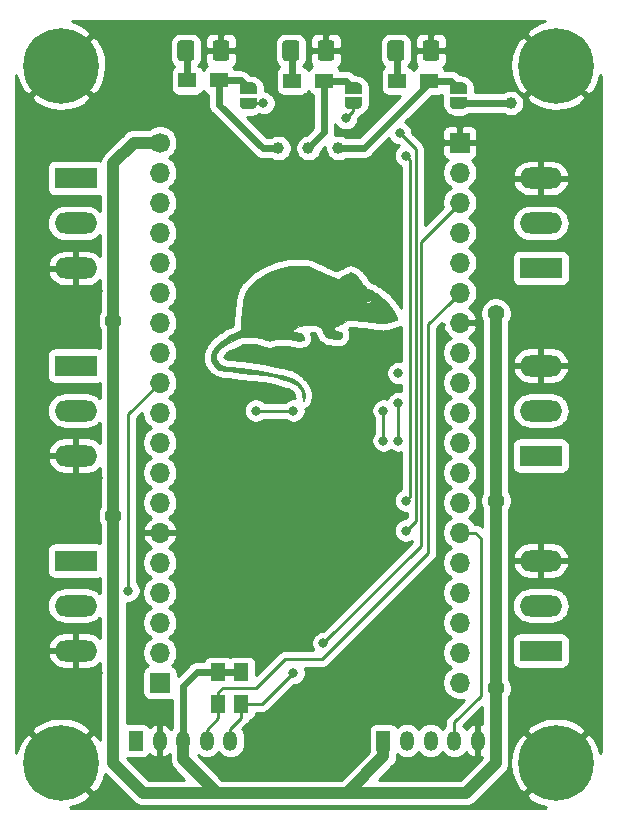
<source format=gbr>
G04 #@! TF.GenerationSoftware,KiCad,Pcbnew,(5.1.7)-1*
G04 #@! TF.CreationDate,2021-01-23T01:49:41+01:00*
G04 #@! TF.ProjectId,espbreakout,65737062-7265-4616-9b6f-75742e6b6963,rev?*
G04 #@! TF.SameCoordinates,Original*
G04 #@! TF.FileFunction,Copper,L1,Top*
G04 #@! TF.FilePolarity,Positive*
%FSLAX46Y46*%
G04 Gerber Fmt 4.6, Leading zero omitted, Abs format (unit mm)*
G04 Created by KiCad (PCBNEW (5.1.7)-1) date 2021-01-23 01:49:41*
%MOMM*%
%LPD*%
G01*
G04 APERTURE LIST*
G04 #@! TA.AperFunction,EtchedComponent*
%ADD10C,0.100000*%
G04 #@! TD*
G04 #@! TA.AperFunction,ComponentPad*
%ADD11R,1.700000X1.700000*%
G04 #@! TD*
G04 #@! TA.AperFunction,ComponentPad*
%ADD12O,1.700000X1.700000*%
G04 #@! TD*
G04 #@! TA.AperFunction,ComponentPad*
%ADD13C,1.700000*%
G04 #@! TD*
G04 #@! TA.AperFunction,ComponentPad*
%ADD14R,3.600000X1.800000*%
G04 #@! TD*
G04 #@! TA.AperFunction,ComponentPad*
%ADD15O,3.600000X1.800000*%
G04 #@! TD*
G04 #@! TA.AperFunction,ComponentPad*
%ADD16R,1.200000X1.700000*%
G04 #@! TD*
G04 #@! TA.AperFunction,ComponentPad*
%ADD17O,1.200000X1.700000*%
G04 #@! TD*
G04 #@! TA.AperFunction,SMDPad,CuDef*
%ADD18R,1.500000X1.300000*%
G04 #@! TD*
G04 #@! TA.AperFunction,SMDPad,CuDef*
%ADD19C,0.100000*%
G04 #@! TD*
G04 #@! TA.AperFunction,SMDPad,CuDef*
%ADD20C,0.600000*%
G04 #@! TD*
G04 #@! TA.AperFunction,SMDPad,CuDef*
%ADD21R,1.300000X1.500000*%
G04 #@! TD*
G04 #@! TA.AperFunction,ComponentPad*
%ADD22C,6.400000*%
G04 #@! TD*
G04 #@! TA.AperFunction,ComponentPad*
%ADD23C,0.800000*%
G04 #@! TD*
G04 #@! TA.AperFunction,ViaPad*
%ADD24C,0.800000*%
G04 #@! TD*
G04 #@! TA.AperFunction,ViaPad*
%ADD25C,1.000000*%
G04 #@! TD*
G04 #@! TA.AperFunction,ViaPad*
%ADD26C,1.400000*%
G04 #@! TD*
G04 #@! TA.AperFunction,Conductor*
%ADD27C,0.600000*%
G04 #@! TD*
G04 #@! TA.AperFunction,Conductor*
%ADD28C,0.250000*%
G04 #@! TD*
G04 #@! TA.AperFunction,Conductor*
%ADD29C,1.000000*%
G04 #@! TD*
G04 #@! TA.AperFunction,Conductor*
%ADD30C,0.254000*%
G04 #@! TD*
G04 #@! TA.AperFunction,Conductor*
%ADD31C,0.100000*%
G04 #@! TD*
G04 APERTURE END LIST*
D10*
G36*
X60153800Y-34411000D02*
G01*
X60064800Y-34365000D01*
X59800800Y-34788000D01*
X59827800Y-34806000D01*
X59849800Y-34823000D01*
X59872800Y-34845000D01*
X59887800Y-34862000D01*
X59902800Y-34883000D01*
X59914800Y-34903000D01*
X59923800Y-34920000D01*
X59931800Y-34937000D01*
X59936800Y-34951000D01*
X59940800Y-34967000D01*
X59943800Y-34979000D01*
X59947800Y-34998000D01*
X59949800Y-35010000D01*
X59952800Y-35027000D01*
X59953800Y-35039000D01*
X59953800Y-35054000D01*
X59953800Y-35069000D01*
X59952800Y-35085000D01*
X59949800Y-35104000D01*
X59944800Y-35127000D01*
X59939800Y-35143000D01*
X59933800Y-35161000D01*
X59924800Y-35182000D01*
X59910800Y-35207000D01*
X59899800Y-35224000D01*
X59886800Y-35241000D01*
X59873800Y-35257000D01*
X59857800Y-35272000D01*
X59824800Y-35299000D01*
X59803800Y-35312000D01*
X59786800Y-35321000D01*
X59767800Y-35329000D01*
X59746800Y-35337000D01*
X59717800Y-35345000D01*
X59670800Y-35352000D01*
X59632800Y-35352000D01*
X59588800Y-35346000D01*
X59550800Y-35334000D01*
X59517800Y-35320000D01*
X59490800Y-35304000D01*
X59473800Y-35292000D01*
X59443800Y-35267000D01*
X59412800Y-35233000D01*
X59395800Y-35208000D01*
X59375800Y-35170000D01*
X59365800Y-35140000D01*
X59360800Y-35119000D01*
X59355800Y-35092000D01*
X59352800Y-35050000D01*
X59354800Y-35014000D01*
X59363800Y-34971000D01*
X59380800Y-34925000D01*
X59398800Y-34890000D01*
X59424800Y-34856000D01*
X59436800Y-34843000D01*
X59453800Y-34827000D01*
X59463800Y-34818000D01*
X59485800Y-34802000D01*
X59508800Y-34788000D01*
X59520800Y-34782000D01*
X59535800Y-34774000D01*
X59546800Y-34770000D01*
X59565800Y-34764000D01*
X59575800Y-34761000D01*
X59587800Y-34758000D01*
X59597800Y-34756000D01*
X59610800Y-34754000D01*
X59627800Y-34752000D01*
X59645800Y-34751000D01*
X59672800Y-34751000D01*
X59697800Y-34753000D01*
X59733800Y-34759000D01*
X59759800Y-34768000D01*
X59778800Y-34777000D01*
X59793800Y-34785000D01*
X59796800Y-34787000D01*
X60061800Y-34363000D01*
X59896800Y-34275000D01*
X59676800Y-34184000D01*
X59568800Y-34122000D01*
X59465800Y-34049000D01*
X59363800Y-33941000D01*
X59242800Y-33792000D01*
X59092800Y-33580000D01*
X58969800Y-33402000D01*
X58818800Y-33204000D01*
X58699800Y-33064000D01*
X58610800Y-32973000D01*
X58482800Y-32876000D01*
X58373800Y-32813000D01*
X58268800Y-32763000D01*
X58185800Y-32751000D01*
X58129800Y-32760000D01*
X58053800Y-32791000D01*
X57937800Y-32854000D01*
X57842800Y-32925000D01*
X57748800Y-32981000D01*
X57663800Y-33004000D01*
X57564800Y-33039000D01*
X57486800Y-33086000D01*
X57422800Y-33138000D01*
X57319800Y-33218000D01*
X57249800Y-33272000D01*
X57173800Y-33283000D01*
X57059800Y-33281000D01*
X56910800Y-33245000D01*
X56638800Y-33167000D01*
X56233800Y-33008000D01*
X55974800Y-32892000D01*
X55514800Y-32675000D01*
X55084800Y-32461000D01*
X54923800Y-32380000D01*
X54729800Y-32303000D01*
X54569800Y-32253000D01*
X54390800Y-32212000D01*
X54230800Y-32192000D01*
X54087800Y-32184000D01*
X53925800Y-32177000D01*
X53815800Y-32178000D01*
X53622800Y-32180000D01*
X53480800Y-32186000D01*
X53337800Y-32200000D01*
X53118800Y-32222000D01*
X52976800Y-32242000D01*
X52751800Y-32280000D01*
X52600800Y-32310000D01*
X52403800Y-32356000D01*
X52258800Y-32395000D01*
X52011800Y-32465000D01*
X51825800Y-32533000D01*
X51526800Y-32646000D01*
X51011800Y-32901000D01*
X50598800Y-33128000D01*
X50476800Y-33203000D01*
X50209800Y-33416000D01*
X49707800Y-33865000D01*
X49542800Y-34031000D01*
X49474800Y-34133000D01*
X49394800Y-34267000D01*
X49302800Y-34432000D01*
X49242800Y-34630000D01*
X49178800Y-34874000D01*
X49096800Y-35255000D01*
X49043800Y-35542000D01*
X49001800Y-35845000D01*
X48967800Y-36218000D01*
X48942800Y-36784000D01*
X48934800Y-37631000D01*
X48902800Y-37651000D01*
X48405800Y-37897000D01*
X48002800Y-38093000D01*
X47514800Y-38375000D01*
X47278800Y-38536000D01*
X47115800Y-38660000D01*
X46940800Y-38819000D01*
X46811800Y-38947000D01*
X46713800Y-39079000D01*
X46623800Y-39211000D01*
X46540800Y-39346000D01*
X46451800Y-39540000D01*
X46385800Y-39723000D01*
X46359800Y-39877000D01*
X46354800Y-40010000D01*
X46362800Y-40130000D01*
X46386800Y-40242000D01*
X46431800Y-40368000D01*
X46499800Y-40486000D01*
X46579800Y-40600000D01*
X46722800Y-40763000D01*
X46908800Y-40897000D01*
X47063800Y-40980000D01*
X47219800Y-41034000D01*
X47514800Y-41098000D01*
X47871800Y-41137000D01*
X48985800Y-41234000D01*
X49793800Y-41315000D01*
X50146800Y-41353000D01*
X50576800Y-41405000D01*
X50962800Y-41462000D01*
X51403800Y-41545000D01*
X51852800Y-41643000D01*
X52299800Y-41757000D01*
X52634800Y-41864000D01*
X52945800Y-41959000D01*
X53118800Y-42025000D01*
X53307800Y-42120000D01*
X53478800Y-42215000D01*
X53625800Y-42310000D01*
X53736800Y-42407000D01*
X53848800Y-42515000D01*
X53928800Y-42625000D01*
X53985800Y-42749000D01*
X54030800Y-42858000D01*
X54054800Y-42972000D01*
X54083800Y-43122000D01*
X54106800Y-43261000D01*
X54123800Y-43400000D01*
X54132800Y-43473000D01*
X54139800Y-43545000D01*
X54146800Y-43581000D01*
X54160800Y-43598000D01*
X54191800Y-43626000D01*
X54200800Y-43628000D01*
X54214800Y-43610000D01*
X54223800Y-43584000D01*
X54233800Y-43551000D01*
X54250800Y-43490000D01*
X54267800Y-43426000D01*
X54286800Y-43362000D01*
X54304800Y-43278000D01*
X54305800Y-43212000D01*
X54308800Y-43129000D01*
X54298800Y-43058000D01*
X54286800Y-42985000D01*
X54263800Y-42888000D01*
X54236800Y-42809000D01*
X54204800Y-42726000D01*
X54167800Y-42650000D01*
X54114800Y-42556000D01*
X54050800Y-42455000D01*
X53967800Y-42343000D01*
X53871800Y-42238000D01*
X53802800Y-42169000D01*
X53703800Y-42070000D01*
X53572800Y-41968000D01*
X53468800Y-41885000D01*
X53363800Y-41819000D01*
X53131800Y-41695000D01*
X52884800Y-41612000D01*
X52793800Y-41583000D01*
X52646800Y-41539000D01*
X52268800Y-41436000D01*
X51715800Y-41315000D01*
X51047800Y-41185000D01*
X50140800Y-41037000D01*
X49430800Y-40940000D01*
X48980800Y-40889000D01*
X48650800Y-40860000D01*
X48116800Y-40803000D01*
X47895800Y-40777000D01*
X47683800Y-40730000D01*
X47503800Y-40684000D01*
X47383800Y-40643000D01*
X47205800Y-40555000D01*
X47073800Y-40457000D01*
X46994800Y-40378000D01*
X46916800Y-40285000D01*
X46849800Y-40179000D01*
X46804800Y-40067000D01*
X46787800Y-39973000D01*
X46785800Y-39884000D01*
X46792800Y-39799000D01*
X46814800Y-39699000D01*
X46847800Y-39612000D01*
X46931800Y-39460000D01*
X46975800Y-39399000D01*
X47026800Y-39332000D01*
X47061800Y-39288000D01*
X47113800Y-39237000D01*
X47198800Y-39146000D01*
X47274800Y-39086000D01*
X47362800Y-39029000D01*
X47493800Y-38942000D01*
X47629800Y-38858000D01*
X47794800Y-38766000D01*
X47902800Y-38711000D01*
X48126800Y-38596000D01*
X48473800Y-38420000D01*
X48736800Y-38285000D01*
X48886800Y-38211000D01*
X48911800Y-38199000D01*
X48929800Y-38198000D01*
X49260800Y-38204000D01*
X49663800Y-38213000D01*
X50027800Y-38229000D01*
X50234800Y-38240000D01*
X50408800Y-38270000D01*
X50486800Y-38282000D01*
X50569800Y-38310000D01*
X50665800Y-38348000D01*
X50725800Y-38382000D01*
X50791800Y-38409000D01*
X50854800Y-38429000D01*
X50946800Y-38437000D01*
X51043800Y-38450000D01*
X51115800Y-38460000D01*
X51146800Y-38477000D01*
X51200800Y-38512000D01*
X51249800Y-38527000D01*
X51292800Y-38534000D01*
X51349800Y-38535000D01*
X51395800Y-38534000D01*
X51456800Y-38513000D01*
X51502800Y-38501000D01*
X51578800Y-38473000D01*
X51671800Y-38448000D01*
X51799800Y-38426000D01*
X52067800Y-38396000D01*
X52205800Y-38389000D01*
X52401800Y-38375000D01*
X52603800Y-38372000D01*
X52797800Y-38380000D01*
X52987800Y-38402000D01*
X53149800Y-38430000D01*
X53309800Y-38474000D01*
X53416800Y-38498000D01*
X53537800Y-38516000D01*
X53669800Y-38527000D01*
X53826800Y-38529000D01*
X54015800Y-38527000D01*
X54097800Y-38518000D01*
X54150800Y-38504000D01*
X54177800Y-38488000D01*
X54195800Y-38467000D01*
X54207800Y-38438000D01*
X54214800Y-38403000D01*
X54219800Y-38358000D01*
X54220800Y-38307000D01*
X54215800Y-38255000D01*
X54206800Y-38206000D01*
X54182800Y-38136000D01*
X54145800Y-38069000D01*
X54087800Y-37989000D01*
X54032800Y-37948000D01*
X53970800Y-37921000D01*
X53831800Y-37879000D01*
X53555800Y-37807000D01*
X53408800Y-37766000D01*
X53323800Y-37712000D01*
X53280800Y-37679000D01*
X53267800Y-37656000D01*
X53289800Y-37620000D01*
X53343800Y-37583000D01*
X53422800Y-37542000D01*
X53550800Y-37468000D01*
X53843800Y-37323000D01*
X54034800Y-37250000D01*
X54072800Y-37235000D01*
X54180800Y-37205000D01*
X54322800Y-37182000D01*
X54531800Y-37167000D01*
X54685800Y-37167000D01*
X54971800Y-37173000D01*
X55116800Y-37193000D01*
X55238800Y-37221000D01*
X55347800Y-37263000D01*
X55465800Y-37313000D01*
X55526800Y-37346000D01*
X55594800Y-37397000D01*
X55649800Y-37449000D01*
X55719800Y-37534000D01*
X55771800Y-37602000D01*
X55821800Y-37710000D01*
X55864800Y-37811000D01*
X55916800Y-37935000D01*
X55950800Y-38007000D01*
X55986800Y-38062000D01*
X56013800Y-38101000D01*
X56030800Y-38122000D01*
X56063800Y-38154000D01*
X56103800Y-38184000D01*
X56215800Y-38255000D01*
X56342800Y-38304000D01*
X56558800Y-38331000D01*
X56761800Y-38365000D01*
X57025800Y-38388000D01*
X57187800Y-38411000D01*
X57220800Y-38424000D01*
X57248800Y-38420000D01*
X57286800Y-38398000D01*
X57324800Y-38350000D01*
X57352800Y-38314000D01*
X57395800Y-38260000D01*
X57438800Y-38186000D01*
X57463800Y-38124000D01*
X57480800Y-38059000D01*
X57479800Y-37991000D01*
X57447800Y-37920000D01*
X57399800Y-37864000D01*
X57348800Y-37834000D01*
X57282800Y-37802000D01*
X57173800Y-37778000D01*
X57012800Y-37747000D01*
X56904800Y-37713000D01*
X56835800Y-37663000D01*
X56792800Y-37620000D01*
X56763800Y-37564000D01*
X56750800Y-37515000D01*
X56747800Y-37470000D01*
X56756800Y-37419000D01*
X56765800Y-37391000D01*
X56782800Y-37373000D01*
X56805800Y-37359000D01*
X56835800Y-37340000D01*
X56910800Y-37312000D01*
X57060800Y-37259000D01*
X57235800Y-37192000D01*
X57304800Y-37163000D01*
X57398800Y-37113000D01*
X57508800Y-37054000D01*
X57808800Y-36875000D01*
X57919800Y-36825000D01*
X58104800Y-36772000D01*
X58262800Y-36761000D01*
X58367800Y-36775000D01*
X58578800Y-36790000D01*
X59021800Y-36831000D01*
X59279800Y-36865000D01*
X59539800Y-36899000D01*
X59775800Y-36931000D01*
X60040800Y-36976000D01*
X60463800Y-37031000D01*
X60593800Y-37053000D01*
X60796800Y-37071000D01*
X60957800Y-37075000D01*
X61069800Y-37065000D01*
X61161800Y-37047000D01*
X61427800Y-36971000D01*
X61630800Y-36911000D01*
X61714800Y-36882000D01*
X61837800Y-36848000D01*
X61974800Y-36824000D01*
X62039800Y-36804000D01*
X62087800Y-36778000D01*
X62119800Y-36745000D01*
X62131800Y-36700000D01*
X62133800Y-36647000D01*
X62100800Y-36564000D01*
X62043800Y-36433000D01*
X61920800Y-36196000D01*
X61782800Y-35965000D01*
X61611800Y-35721000D01*
X61489800Y-35559000D01*
X61262800Y-35299000D01*
X61097800Y-35118000D01*
X60865800Y-34900000D01*
X60622800Y-34704000D01*
X60474800Y-34601000D01*
X60334800Y-34518000D01*
X60234800Y-34458000D01*
X60153800Y-34411000D01*
G37*
X60153800Y-34411000D02*
X60064800Y-34365000D01*
X59800800Y-34788000D01*
X59827800Y-34806000D01*
X59849800Y-34823000D01*
X59872800Y-34845000D01*
X59887800Y-34862000D01*
X59902800Y-34883000D01*
X59914800Y-34903000D01*
X59923800Y-34920000D01*
X59931800Y-34937000D01*
X59936800Y-34951000D01*
X59940800Y-34967000D01*
X59943800Y-34979000D01*
X59947800Y-34998000D01*
X59949800Y-35010000D01*
X59952800Y-35027000D01*
X59953800Y-35039000D01*
X59953800Y-35054000D01*
X59953800Y-35069000D01*
X59952800Y-35085000D01*
X59949800Y-35104000D01*
X59944800Y-35127000D01*
X59939800Y-35143000D01*
X59933800Y-35161000D01*
X59924800Y-35182000D01*
X59910800Y-35207000D01*
X59899800Y-35224000D01*
X59886800Y-35241000D01*
X59873800Y-35257000D01*
X59857800Y-35272000D01*
X59824800Y-35299000D01*
X59803800Y-35312000D01*
X59786800Y-35321000D01*
X59767800Y-35329000D01*
X59746800Y-35337000D01*
X59717800Y-35345000D01*
X59670800Y-35352000D01*
X59632800Y-35352000D01*
X59588800Y-35346000D01*
X59550800Y-35334000D01*
X59517800Y-35320000D01*
X59490800Y-35304000D01*
X59473800Y-35292000D01*
X59443800Y-35267000D01*
X59412800Y-35233000D01*
X59395800Y-35208000D01*
X59375800Y-35170000D01*
X59365800Y-35140000D01*
X59360800Y-35119000D01*
X59355800Y-35092000D01*
X59352800Y-35050000D01*
X59354800Y-35014000D01*
X59363800Y-34971000D01*
X59380800Y-34925000D01*
X59398800Y-34890000D01*
X59424800Y-34856000D01*
X59436800Y-34843000D01*
X59453800Y-34827000D01*
X59463800Y-34818000D01*
X59485800Y-34802000D01*
X59508800Y-34788000D01*
X59520800Y-34782000D01*
X59535800Y-34774000D01*
X59546800Y-34770000D01*
X59565800Y-34764000D01*
X59575800Y-34761000D01*
X59587800Y-34758000D01*
X59597800Y-34756000D01*
X59610800Y-34754000D01*
X59627800Y-34752000D01*
X59645800Y-34751000D01*
X59672800Y-34751000D01*
X59697800Y-34753000D01*
X59733800Y-34759000D01*
X59759800Y-34768000D01*
X59778800Y-34777000D01*
X59793800Y-34785000D01*
X59796800Y-34787000D01*
X60061800Y-34363000D01*
X59896800Y-34275000D01*
X59676800Y-34184000D01*
X59568800Y-34122000D01*
X59465800Y-34049000D01*
X59363800Y-33941000D01*
X59242800Y-33792000D01*
X59092800Y-33580000D01*
X58969800Y-33402000D01*
X58818800Y-33204000D01*
X58699800Y-33064000D01*
X58610800Y-32973000D01*
X58482800Y-32876000D01*
X58373800Y-32813000D01*
X58268800Y-32763000D01*
X58185800Y-32751000D01*
X58129800Y-32760000D01*
X58053800Y-32791000D01*
X57937800Y-32854000D01*
X57842800Y-32925000D01*
X57748800Y-32981000D01*
X57663800Y-33004000D01*
X57564800Y-33039000D01*
X57486800Y-33086000D01*
X57422800Y-33138000D01*
X57319800Y-33218000D01*
X57249800Y-33272000D01*
X57173800Y-33283000D01*
X57059800Y-33281000D01*
X56910800Y-33245000D01*
X56638800Y-33167000D01*
X56233800Y-33008000D01*
X55974800Y-32892000D01*
X55514800Y-32675000D01*
X55084800Y-32461000D01*
X54923800Y-32380000D01*
X54729800Y-32303000D01*
X54569800Y-32253000D01*
X54390800Y-32212000D01*
X54230800Y-32192000D01*
X54087800Y-32184000D01*
X53925800Y-32177000D01*
X53815800Y-32178000D01*
X53622800Y-32180000D01*
X53480800Y-32186000D01*
X53337800Y-32200000D01*
X53118800Y-32222000D01*
X52976800Y-32242000D01*
X52751800Y-32280000D01*
X52600800Y-32310000D01*
X52403800Y-32356000D01*
X52258800Y-32395000D01*
X52011800Y-32465000D01*
X51825800Y-32533000D01*
X51526800Y-32646000D01*
X51011800Y-32901000D01*
X50598800Y-33128000D01*
X50476800Y-33203000D01*
X50209800Y-33416000D01*
X49707800Y-33865000D01*
X49542800Y-34031000D01*
X49474800Y-34133000D01*
X49394800Y-34267000D01*
X49302800Y-34432000D01*
X49242800Y-34630000D01*
X49178800Y-34874000D01*
X49096800Y-35255000D01*
X49043800Y-35542000D01*
X49001800Y-35845000D01*
X48967800Y-36218000D01*
X48942800Y-36784000D01*
X48934800Y-37631000D01*
X48902800Y-37651000D01*
X48405800Y-37897000D01*
X48002800Y-38093000D01*
X47514800Y-38375000D01*
X47278800Y-38536000D01*
X47115800Y-38660000D01*
X46940800Y-38819000D01*
X46811800Y-38947000D01*
X46713800Y-39079000D01*
X46623800Y-39211000D01*
X46540800Y-39346000D01*
X46451800Y-39540000D01*
X46385800Y-39723000D01*
X46359800Y-39877000D01*
X46354800Y-40010000D01*
X46362800Y-40130000D01*
X46386800Y-40242000D01*
X46431800Y-40368000D01*
X46499800Y-40486000D01*
X46579800Y-40600000D01*
X46722800Y-40763000D01*
X46908800Y-40897000D01*
X47063800Y-40980000D01*
X47219800Y-41034000D01*
X47514800Y-41098000D01*
X47871800Y-41137000D01*
X48985800Y-41234000D01*
X49793800Y-41315000D01*
X50146800Y-41353000D01*
X50576800Y-41405000D01*
X50962800Y-41462000D01*
X51403800Y-41545000D01*
X51852800Y-41643000D01*
X52299800Y-41757000D01*
X52634800Y-41864000D01*
X52945800Y-41959000D01*
X53118800Y-42025000D01*
X53307800Y-42120000D01*
X53478800Y-42215000D01*
X53625800Y-42310000D01*
X53736800Y-42407000D01*
X53848800Y-42515000D01*
X53928800Y-42625000D01*
X53985800Y-42749000D01*
X54030800Y-42858000D01*
X54054800Y-42972000D01*
X54083800Y-43122000D01*
X54106800Y-43261000D01*
X54123800Y-43400000D01*
X54132800Y-43473000D01*
X54139800Y-43545000D01*
X54146800Y-43581000D01*
X54160800Y-43598000D01*
X54191800Y-43626000D01*
X54200800Y-43628000D01*
X54214800Y-43610000D01*
X54223800Y-43584000D01*
X54233800Y-43551000D01*
X54250800Y-43490000D01*
X54267800Y-43426000D01*
X54286800Y-43362000D01*
X54304800Y-43278000D01*
X54305800Y-43212000D01*
X54308800Y-43129000D01*
X54298800Y-43058000D01*
X54286800Y-42985000D01*
X54263800Y-42888000D01*
X54236800Y-42809000D01*
X54204800Y-42726000D01*
X54167800Y-42650000D01*
X54114800Y-42556000D01*
X54050800Y-42455000D01*
X53967800Y-42343000D01*
X53871800Y-42238000D01*
X53802800Y-42169000D01*
X53703800Y-42070000D01*
X53572800Y-41968000D01*
X53468800Y-41885000D01*
X53363800Y-41819000D01*
X53131800Y-41695000D01*
X52884800Y-41612000D01*
X52793800Y-41583000D01*
X52646800Y-41539000D01*
X52268800Y-41436000D01*
X51715800Y-41315000D01*
X51047800Y-41185000D01*
X50140800Y-41037000D01*
X49430800Y-40940000D01*
X48980800Y-40889000D01*
X48650800Y-40860000D01*
X48116800Y-40803000D01*
X47895800Y-40777000D01*
X47683800Y-40730000D01*
X47503800Y-40684000D01*
X47383800Y-40643000D01*
X47205800Y-40555000D01*
X47073800Y-40457000D01*
X46994800Y-40378000D01*
X46916800Y-40285000D01*
X46849800Y-40179000D01*
X46804800Y-40067000D01*
X46787800Y-39973000D01*
X46785800Y-39884000D01*
X46792800Y-39799000D01*
X46814800Y-39699000D01*
X46847800Y-39612000D01*
X46931800Y-39460000D01*
X46975800Y-39399000D01*
X47026800Y-39332000D01*
X47061800Y-39288000D01*
X47113800Y-39237000D01*
X47198800Y-39146000D01*
X47274800Y-39086000D01*
X47362800Y-39029000D01*
X47493800Y-38942000D01*
X47629800Y-38858000D01*
X47794800Y-38766000D01*
X47902800Y-38711000D01*
X48126800Y-38596000D01*
X48473800Y-38420000D01*
X48736800Y-38285000D01*
X48886800Y-38211000D01*
X48911800Y-38199000D01*
X48929800Y-38198000D01*
X49260800Y-38204000D01*
X49663800Y-38213000D01*
X50027800Y-38229000D01*
X50234800Y-38240000D01*
X50408800Y-38270000D01*
X50486800Y-38282000D01*
X50569800Y-38310000D01*
X50665800Y-38348000D01*
X50725800Y-38382000D01*
X50791800Y-38409000D01*
X50854800Y-38429000D01*
X50946800Y-38437000D01*
X51043800Y-38450000D01*
X51115800Y-38460000D01*
X51146800Y-38477000D01*
X51200800Y-38512000D01*
X51249800Y-38527000D01*
X51292800Y-38534000D01*
X51349800Y-38535000D01*
X51395800Y-38534000D01*
X51456800Y-38513000D01*
X51502800Y-38501000D01*
X51578800Y-38473000D01*
X51671800Y-38448000D01*
X51799800Y-38426000D01*
X52067800Y-38396000D01*
X52205800Y-38389000D01*
X52401800Y-38375000D01*
X52603800Y-38372000D01*
X52797800Y-38380000D01*
X52987800Y-38402000D01*
X53149800Y-38430000D01*
X53309800Y-38474000D01*
X53416800Y-38498000D01*
X53537800Y-38516000D01*
X53669800Y-38527000D01*
X53826800Y-38529000D01*
X54015800Y-38527000D01*
X54097800Y-38518000D01*
X54150800Y-38504000D01*
X54177800Y-38488000D01*
X54195800Y-38467000D01*
X54207800Y-38438000D01*
X54214800Y-38403000D01*
X54219800Y-38358000D01*
X54220800Y-38307000D01*
X54215800Y-38255000D01*
X54206800Y-38206000D01*
X54182800Y-38136000D01*
X54145800Y-38069000D01*
X54087800Y-37989000D01*
X54032800Y-37948000D01*
X53970800Y-37921000D01*
X53831800Y-37879000D01*
X53555800Y-37807000D01*
X53408800Y-37766000D01*
X53323800Y-37712000D01*
X53280800Y-37679000D01*
X53267800Y-37656000D01*
X53289800Y-37620000D01*
X53343800Y-37583000D01*
X53422800Y-37542000D01*
X53550800Y-37468000D01*
X53843800Y-37323000D01*
X54034800Y-37250000D01*
X54072800Y-37235000D01*
X54180800Y-37205000D01*
X54322800Y-37182000D01*
X54531800Y-37167000D01*
X54685800Y-37167000D01*
X54971800Y-37173000D01*
X55116800Y-37193000D01*
X55238800Y-37221000D01*
X55347800Y-37263000D01*
X55465800Y-37313000D01*
X55526800Y-37346000D01*
X55594800Y-37397000D01*
X55649800Y-37449000D01*
X55719800Y-37534000D01*
X55771800Y-37602000D01*
X55821800Y-37710000D01*
X55864800Y-37811000D01*
X55916800Y-37935000D01*
X55950800Y-38007000D01*
X55986800Y-38062000D01*
X56013800Y-38101000D01*
X56030800Y-38122000D01*
X56063800Y-38154000D01*
X56103800Y-38184000D01*
X56215800Y-38255000D01*
X56342800Y-38304000D01*
X56558800Y-38331000D01*
X56761800Y-38365000D01*
X57025800Y-38388000D01*
X57187800Y-38411000D01*
X57220800Y-38424000D01*
X57248800Y-38420000D01*
X57286800Y-38398000D01*
X57324800Y-38350000D01*
X57352800Y-38314000D01*
X57395800Y-38260000D01*
X57438800Y-38186000D01*
X57463800Y-38124000D01*
X57480800Y-38059000D01*
X57479800Y-37991000D01*
X57447800Y-37920000D01*
X57399800Y-37864000D01*
X57348800Y-37834000D01*
X57282800Y-37802000D01*
X57173800Y-37778000D01*
X57012800Y-37747000D01*
X56904800Y-37713000D01*
X56835800Y-37663000D01*
X56792800Y-37620000D01*
X56763800Y-37564000D01*
X56750800Y-37515000D01*
X56747800Y-37470000D01*
X56756800Y-37419000D01*
X56765800Y-37391000D01*
X56782800Y-37373000D01*
X56805800Y-37359000D01*
X56835800Y-37340000D01*
X56910800Y-37312000D01*
X57060800Y-37259000D01*
X57235800Y-37192000D01*
X57304800Y-37163000D01*
X57398800Y-37113000D01*
X57508800Y-37054000D01*
X57808800Y-36875000D01*
X57919800Y-36825000D01*
X58104800Y-36772000D01*
X58262800Y-36761000D01*
X58367800Y-36775000D01*
X58578800Y-36790000D01*
X59021800Y-36831000D01*
X59279800Y-36865000D01*
X59539800Y-36899000D01*
X59775800Y-36931000D01*
X60040800Y-36976000D01*
X60463800Y-37031000D01*
X60593800Y-37053000D01*
X60796800Y-37071000D01*
X60957800Y-37075000D01*
X61069800Y-37065000D01*
X61161800Y-37047000D01*
X61427800Y-36971000D01*
X61630800Y-36911000D01*
X61714800Y-36882000D01*
X61837800Y-36848000D01*
X61974800Y-36824000D01*
X62039800Y-36804000D01*
X62087800Y-36778000D01*
X62119800Y-36745000D01*
X62131800Y-36700000D01*
X62133800Y-36647000D01*
X62100800Y-36564000D01*
X62043800Y-36433000D01*
X61920800Y-36196000D01*
X61782800Y-35965000D01*
X61611800Y-35721000D01*
X61489800Y-35559000D01*
X61262800Y-35299000D01*
X61097800Y-35118000D01*
X60865800Y-34900000D01*
X60622800Y-34704000D01*
X60474800Y-34601000D01*
X60334800Y-34518000D01*
X60234800Y-34458000D01*
X60153800Y-34411000D01*
D11*
X67433000Y-21760400D03*
D12*
X67433000Y-24300400D03*
X67433000Y-26840400D03*
X67433000Y-42080400D03*
X67433000Y-31920400D03*
X67433000Y-29380400D03*
X67433000Y-37000400D03*
X67433000Y-54780400D03*
X67433000Y-49700400D03*
X67433000Y-57320400D03*
X67433000Y-62400400D03*
X67433000Y-64940400D03*
X67433000Y-52240400D03*
X67433000Y-67480400D03*
X67433000Y-39540400D03*
X67433000Y-44620400D03*
X67433000Y-47160400D03*
X67433000Y-59860400D03*
X67433000Y-34460400D03*
D13*
X42040500Y-21768600D03*
D12*
X42040500Y-24308600D03*
X42040500Y-26848600D03*
X42040500Y-42088600D03*
X42040500Y-31928600D03*
X42040500Y-29388600D03*
X42040500Y-37008600D03*
X42040500Y-54788600D03*
X42040500Y-49708600D03*
X42040500Y-57328600D03*
X42040500Y-62408600D03*
X42040500Y-64948600D03*
X42040500Y-52248600D03*
D11*
X42040500Y-67488600D03*
D12*
X42040500Y-39548600D03*
X42040500Y-44628600D03*
X42040500Y-47168600D03*
X42040500Y-59868600D03*
X42040500Y-34468600D03*
D14*
X34925000Y-40640000D03*
D15*
X34925000Y-44450000D03*
X34925000Y-48260000D03*
D14*
X34925000Y-57150000D03*
D15*
X34925000Y-60960000D03*
X34925000Y-64770000D03*
D14*
X34925000Y-24765000D03*
D15*
X34925000Y-28575000D03*
X34925000Y-32385000D03*
D14*
X74295000Y-32385000D03*
D15*
X74295000Y-28575000D03*
X74295000Y-24765000D03*
D14*
X74295000Y-48260000D03*
D15*
X74295000Y-44450000D03*
X74295000Y-40640000D03*
D14*
X74295000Y-64770000D03*
D15*
X74295000Y-60960000D03*
X74295000Y-57150000D03*
D16*
X60960000Y-72390000D03*
D17*
X62960000Y-72390000D03*
X64960000Y-72390000D03*
X66960000Y-72390000D03*
X68960000Y-72390000D03*
D18*
X47070000Y-16500000D03*
X44370000Y-16500000D03*
G04 #@! TA.AperFunction,SMDPad,CuDef*
D19*
G36*
X50279398Y-18445000D02*
G01*
X50279398Y-18469534D01*
X50274588Y-18518365D01*
X50265016Y-18566490D01*
X50250772Y-18613445D01*
X50231995Y-18658778D01*
X50208864Y-18702051D01*
X50181604Y-18742850D01*
X50150476Y-18780779D01*
X50115779Y-18815476D01*
X50077850Y-18846604D01*
X50037051Y-18873864D01*
X49993778Y-18896995D01*
X49948445Y-18915772D01*
X49901490Y-18930016D01*
X49853365Y-18939588D01*
X49804534Y-18944398D01*
X49780000Y-18944398D01*
X49780000Y-18945000D01*
X49280000Y-18945000D01*
X49280000Y-18944398D01*
X49255466Y-18944398D01*
X49206635Y-18939588D01*
X49158510Y-18930016D01*
X49111555Y-18915772D01*
X49066222Y-18896995D01*
X49022949Y-18873864D01*
X48982150Y-18846604D01*
X48944221Y-18815476D01*
X48909524Y-18780779D01*
X48878396Y-18742850D01*
X48851136Y-18702051D01*
X48828005Y-18658778D01*
X48809228Y-18613445D01*
X48794984Y-18566490D01*
X48785412Y-18518365D01*
X48780602Y-18469534D01*
X48780602Y-18445000D01*
X48780000Y-18445000D01*
X48780000Y-17945000D01*
X50280000Y-17945000D01*
X50280000Y-18445000D01*
X50279398Y-18445000D01*
G37*
G04 #@! TD.AperFunction*
G04 #@! TA.AperFunction,SMDPad,CuDef*
G36*
X48780000Y-17645000D02*
G01*
X48780000Y-17145000D01*
X48780602Y-17145000D01*
X48780602Y-17120466D01*
X48785412Y-17071635D01*
X48794984Y-17023510D01*
X48809228Y-16976555D01*
X48828005Y-16931222D01*
X48851136Y-16887949D01*
X48878396Y-16847150D01*
X48909524Y-16809221D01*
X48944221Y-16774524D01*
X48982150Y-16743396D01*
X49022949Y-16716136D01*
X49066222Y-16693005D01*
X49111555Y-16674228D01*
X49158510Y-16659984D01*
X49206635Y-16650412D01*
X49255466Y-16645602D01*
X49280000Y-16645602D01*
X49280000Y-16645000D01*
X49780000Y-16645000D01*
X49780000Y-16645602D01*
X49804534Y-16645602D01*
X49853365Y-16650412D01*
X49901490Y-16659984D01*
X49948445Y-16674228D01*
X49993778Y-16693005D01*
X50037051Y-16716136D01*
X50077850Y-16743396D01*
X50115779Y-16774524D01*
X50150476Y-16809221D01*
X50181604Y-16847150D01*
X50208864Y-16887949D01*
X50231995Y-16931222D01*
X50250772Y-16976555D01*
X50265016Y-17023510D01*
X50274588Y-17071635D01*
X50279398Y-17120466D01*
X50279398Y-17145000D01*
X50280000Y-17145000D01*
X50280000Y-17645000D01*
X48780000Y-17645000D01*
G37*
G04 #@! TD.AperFunction*
G04 #@! TA.AperFunction,SMDPad,CuDef*
G36*
G01*
X44945000Y-13345000D02*
X44945000Y-14595000D01*
G75*
G02*
X44695000Y-14845000I-250000J0D01*
G01*
X43770000Y-14845000D01*
G75*
G02*
X43520000Y-14595000I0J250000D01*
G01*
X43520000Y-13345000D01*
G75*
G02*
X43770000Y-13095000I250000J0D01*
G01*
X44695000Y-13095000D01*
G75*
G02*
X44945000Y-13345000I0J-250000D01*
G01*
G37*
G04 #@! TD.AperFunction*
G04 #@! TA.AperFunction,SMDPad,CuDef*
G36*
G01*
X47920000Y-13345000D02*
X47920000Y-14595000D01*
G75*
G02*
X47670000Y-14845000I-250000J0D01*
G01*
X46745000Y-14845000D01*
G75*
G02*
X46495000Y-14595000I0J250000D01*
G01*
X46495000Y-13345000D01*
G75*
G02*
X46745000Y-13095000I250000J0D01*
G01*
X47670000Y-13095000D01*
G75*
G02*
X47920000Y-13345000I0J-250000D01*
G01*
G37*
G04 #@! TD.AperFunction*
D16*
X40005000Y-72390000D03*
D17*
X42005000Y-72390000D03*
X44005000Y-72390000D03*
X46005000Y-72390000D03*
X48005000Y-72390000D03*
D18*
X55960000Y-16510000D03*
X53260000Y-16510000D03*
G04 #@! TA.AperFunction,SMDPad,CuDef*
D19*
G36*
X59169398Y-18430000D02*
G01*
X59169398Y-18454534D01*
X59164588Y-18503365D01*
X59155016Y-18551490D01*
X59140772Y-18598445D01*
X59121995Y-18643778D01*
X59098864Y-18687051D01*
X59071604Y-18727850D01*
X59040476Y-18765779D01*
X59005779Y-18800476D01*
X58967850Y-18831604D01*
X58927051Y-18858864D01*
X58883778Y-18881995D01*
X58838445Y-18900772D01*
X58791490Y-18915016D01*
X58743365Y-18924588D01*
X58694534Y-18929398D01*
X58670000Y-18929398D01*
X58670000Y-18930000D01*
X58170000Y-18930000D01*
X58170000Y-18929398D01*
X58145466Y-18929398D01*
X58096635Y-18924588D01*
X58048510Y-18915016D01*
X58001555Y-18900772D01*
X57956222Y-18881995D01*
X57912949Y-18858864D01*
X57872150Y-18831604D01*
X57834221Y-18800476D01*
X57799524Y-18765779D01*
X57768396Y-18727850D01*
X57741136Y-18687051D01*
X57718005Y-18643778D01*
X57699228Y-18598445D01*
X57684984Y-18551490D01*
X57675412Y-18503365D01*
X57670602Y-18454534D01*
X57670602Y-18430000D01*
X57670000Y-18430000D01*
X57670000Y-17930000D01*
X59170000Y-17930000D01*
X59170000Y-18430000D01*
X59169398Y-18430000D01*
G37*
G04 #@! TD.AperFunction*
G04 #@! TA.AperFunction,SMDPad,CuDef*
G36*
X57670000Y-17630000D02*
G01*
X57670000Y-17130000D01*
X57670602Y-17130000D01*
X57670602Y-17105466D01*
X57675412Y-17056635D01*
X57684984Y-17008510D01*
X57699228Y-16961555D01*
X57718005Y-16916222D01*
X57741136Y-16872949D01*
X57768396Y-16832150D01*
X57799524Y-16794221D01*
X57834221Y-16759524D01*
X57872150Y-16728396D01*
X57912949Y-16701136D01*
X57956222Y-16678005D01*
X58001555Y-16659228D01*
X58048510Y-16644984D01*
X58096635Y-16635412D01*
X58145466Y-16630602D01*
X58170000Y-16630602D01*
X58170000Y-16630000D01*
X58670000Y-16630000D01*
X58670000Y-16630602D01*
X58694534Y-16630602D01*
X58743365Y-16635412D01*
X58791490Y-16644984D01*
X58838445Y-16659228D01*
X58883778Y-16678005D01*
X58927051Y-16701136D01*
X58967850Y-16728396D01*
X59005779Y-16759524D01*
X59040476Y-16794221D01*
X59071604Y-16832150D01*
X59098864Y-16872949D01*
X59121995Y-16916222D01*
X59140772Y-16961555D01*
X59155016Y-17008510D01*
X59164588Y-17056635D01*
X59169398Y-17105466D01*
X59169398Y-17130000D01*
X59170000Y-17130000D01*
X59170000Y-17630000D01*
X57670000Y-17630000D01*
G37*
G04 #@! TD.AperFunction*
G04 #@! TA.AperFunction,SMDPad,CuDef*
G36*
G01*
X53835000Y-13345000D02*
X53835000Y-14595000D01*
G75*
G02*
X53585000Y-14845000I-250000J0D01*
G01*
X52660000Y-14845000D01*
G75*
G02*
X52410000Y-14595000I0J250000D01*
G01*
X52410000Y-13345000D01*
G75*
G02*
X52660000Y-13095000I250000J0D01*
G01*
X53585000Y-13095000D01*
G75*
G02*
X53835000Y-13345000I0J-250000D01*
G01*
G37*
G04 #@! TD.AperFunction*
G04 #@! TA.AperFunction,SMDPad,CuDef*
G36*
G01*
X56810000Y-13345000D02*
X56810000Y-14595000D01*
G75*
G02*
X56560000Y-14845000I-250000J0D01*
G01*
X55635000Y-14845000D01*
G75*
G02*
X55385000Y-14595000I0J250000D01*
G01*
X55385000Y-13345000D01*
G75*
G02*
X55635000Y-13095000I250000J0D01*
G01*
X56560000Y-13095000D01*
G75*
G02*
X56810000Y-13345000I0J-250000D01*
G01*
G37*
G04 #@! TD.AperFunction*
D20*
X59662800Y-35023000D03*
G04 #@! TA.AperFunction,SMDPad,CuDef*
D19*
G36*
X68059398Y-18430000D02*
G01*
X68059398Y-18454534D01*
X68054588Y-18503365D01*
X68045016Y-18551490D01*
X68030772Y-18598445D01*
X68011995Y-18643778D01*
X67988864Y-18687051D01*
X67961604Y-18727850D01*
X67930476Y-18765779D01*
X67895779Y-18800476D01*
X67857850Y-18831604D01*
X67817051Y-18858864D01*
X67773778Y-18881995D01*
X67728445Y-18900772D01*
X67681490Y-18915016D01*
X67633365Y-18924588D01*
X67584534Y-18929398D01*
X67560000Y-18929398D01*
X67560000Y-18930000D01*
X67060000Y-18930000D01*
X67060000Y-18929398D01*
X67035466Y-18929398D01*
X66986635Y-18924588D01*
X66938510Y-18915016D01*
X66891555Y-18900772D01*
X66846222Y-18881995D01*
X66802949Y-18858864D01*
X66762150Y-18831604D01*
X66724221Y-18800476D01*
X66689524Y-18765779D01*
X66658396Y-18727850D01*
X66631136Y-18687051D01*
X66608005Y-18643778D01*
X66589228Y-18598445D01*
X66574984Y-18551490D01*
X66565412Y-18503365D01*
X66560602Y-18454534D01*
X66560602Y-18430000D01*
X66560000Y-18430000D01*
X66560000Y-17930000D01*
X68060000Y-17930000D01*
X68060000Y-18430000D01*
X68059398Y-18430000D01*
G37*
G04 #@! TD.AperFunction*
G04 #@! TA.AperFunction,SMDPad,CuDef*
G36*
X66560000Y-17630000D02*
G01*
X66560000Y-17130000D01*
X66560602Y-17130000D01*
X66560602Y-17105466D01*
X66565412Y-17056635D01*
X66574984Y-17008510D01*
X66589228Y-16961555D01*
X66608005Y-16916222D01*
X66631136Y-16872949D01*
X66658396Y-16832150D01*
X66689524Y-16794221D01*
X66724221Y-16759524D01*
X66762150Y-16728396D01*
X66802949Y-16701136D01*
X66846222Y-16678005D01*
X66891555Y-16659228D01*
X66938510Y-16644984D01*
X66986635Y-16635412D01*
X67035466Y-16630602D01*
X67060000Y-16630602D01*
X67060000Y-16630000D01*
X67560000Y-16630000D01*
X67560000Y-16630602D01*
X67584534Y-16630602D01*
X67633365Y-16635412D01*
X67681490Y-16644984D01*
X67728445Y-16659228D01*
X67773778Y-16678005D01*
X67817051Y-16701136D01*
X67857850Y-16728396D01*
X67895779Y-16759524D01*
X67930476Y-16794221D01*
X67961604Y-16832150D01*
X67988864Y-16872949D01*
X68011995Y-16916222D01*
X68030772Y-16961555D01*
X68045016Y-17008510D01*
X68054588Y-17056635D01*
X68059398Y-17105466D01*
X68059398Y-17130000D01*
X68060000Y-17130000D01*
X68060000Y-17630000D01*
X66560000Y-17630000D01*
G37*
G04 #@! TD.AperFunction*
D18*
X64850000Y-16510000D03*
X62150000Y-16510000D03*
G04 #@! TA.AperFunction,SMDPad,CuDef*
G36*
G01*
X62725000Y-13345000D02*
X62725000Y-14595000D01*
G75*
G02*
X62475000Y-14845000I-250000J0D01*
G01*
X61550000Y-14845000D01*
G75*
G02*
X61300000Y-14595000I0J250000D01*
G01*
X61300000Y-13345000D01*
G75*
G02*
X61550000Y-13095000I250000J0D01*
G01*
X62475000Y-13095000D01*
G75*
G02*
X62725000Y-13345000I0J-250000D01*
G01*
G37*
G04 #@! TD.AperFunction*
G04 #@! TA.AperFunction,SMDPad,CuDef*
G36*
G01*
X65700000Y-13345000D02*
X65700000Y-14595000D01*
G75*
G02*
X65450000Y-14845000I-250000J0D01*
G01*
X64525000Y-14845000D01*
G75*
G02*
X64275000Y-14595000I0J250000D01*
G01*
X64275000Y-13345000D01*
G75*
G02*
X64525000Y-13095000I250000J0D01*
G01*
X65450000Y-13095000D01*
G75*
G02*
X65700000Y-13345000I0J-250000D01*
G01*
G37*
G04 #@! TD.AperFunction*
D21*
X48925000Y-66595000D03*
X48925000Y-69295000D03*
X46990000Y-66595000D03*
X46990000Y-69295000D03*
D22*
X75565000Y-74295000D03*
D23*
X77965000Y-74295000D03*
X77262056Y-75992056D03*
X75565000Y-76695000D03*
X73867944Y-75992056D03*
X73165000Y-74295000D03*
X73867944Y-72597944D03*
X75565000Y-71895000D03*
X77262056Y-72597944D03*
D22*
X33655000Y-74295000D03*
D23*
X36055000Y-74295000D03*
X35352056Y-75992056D03*
X33655000Y-76695000D03*
X31957944Y-75992056D03*
X31255000Y-74295000D03*
X31957944Y-72597944D03*
X33655000Y-71895000D03*
X35352056Y-72597944D03*
D22*
X75565000Y-15240000D03*
D23*
X77965000Y-15240000D03*
X77262056Y-16937056D03*
X75565000Y-17640000D03*
X73867944Y-16937056D03*
X73165000Y-15240000D03*
X73867944Y-13542944D03*
X75565000Y-12840000D03*
X77262056Y-13542944D03*
D22*
X33655000Y-15240000D03*
D23*
X36055000Y-15240000D03*
X35352056Y-16937056D03*
X33655000Y-17640000D03*
X31957944Y-16937056D03*
X31255000Y-15240000D03*
X31957944Y-13542944D03*
X33655000Y-12840000D03*
X35352056Y-13542944D03*
D24*
X73660000Y-55245000D03*
X74930000Y-55245000D03*
X76200000Y-55245000D03*
X72390000Y-55245000D03*
X72390000Y-38735000D03*
X73660000Y-38735000D03*
X74930000Y-38735000D03*
X76200000Y-38735000D03*
X46990000Y-47625000D03*
X46990000Y-31750000D03*
X62230000Y-31750000D03*
X62230000Y-24130000D03*
X46990000Y-24130000D03*
X62230000Y-63500000D03*
X62230000Y-66675000D03*
X33020000Y-66675000D03*
X34290000Y-66675000D03*
X35560000Y-66675000D03*
X36830000Y-66675000D03*
X33020000Y-50165000D03*
X34290000Y-50165000D03*
X35560000Y-50165000D03*
X36830000Y-50165000D03*
X72390000Y-22860000D03*
X73660000Y-22860000D03*
X74930000Y-22860000D03*
X76200000Y-22860000D03*
X59690000Y-63500000D03*
X69215000Y-20320000D03*
X69215000Y-24130000D03*
X33020000Y-34290000D03*
X34290000Y-34290000D03*
X35560000Y-34290000D03*
X36830000Y-34290000D03*
X57155800Y-66665000D03*
X59695800Y-69840000D03*
X62235800Y-69840000D03*
X57155800Y-69840000D03*
X54615800Y-69840000D03*
X52075800Y-69840000D03*
X46995800Y-57140000D03*
X46995800Y-50790000D03*
X46995800Y-53965000D03*
X54615800Y-60315000D03*
X59695800Y-66665000D03*
X49530000Y-50800000D03*
X49530000Y-47625000D03*
X69215000Y-31750000D03*
X59690000Y-50800000D03*
X59690000Y-47625000D03*
D25*
X71755022Y-18415000D03*
D24*
X55880000Y-64135000D03*
X53340000Y-66675000D03*
D26*
X38100000Y-36830000D03*
X38100000Y-53340000D03*
X70485000Y-36195000D03*
X70485000Y-52070000D03*
X70485000Y-67945000D03*
D25*
X57150000Y-22225000D03*
D24*
X62865000Y-54610000D03*
X57785000Y-19685000D03*
X62357000Y-20955000D03*
D25*
X54610000Y-22225004D03*
D24*
X39370000Y-59689988D03*
X60960000Y-46990000D03*
X60960000Y-44450000D03*
X62230000Y-46990000D03*
X62230000Y-43815000D03*
D25*
X52070000Y-22225000D03*
D24*
X50165000Y-44450000D03*
X62230000Y-41275000D03*
X53340000Y-44450000D03*
X62865000Y-52070000D03*
X62865000Y-22860000D03*
X50800000Y-18415000D03*
D27*
X71740022Y-18430000D02*
X71755022Y-18415000D01*
X67310000Y-18430000D02*
X71740022Y-18430000D01*
D28*
X46005000Y-72390000D02*
X46005000Y-71470000D01*
X66583001Y-35310399D02*
X67433000Y-34460400D01*
X64770000Y-37123400D02*
X66583001Y-35310399D01*
X46990000Y-68295000D02*
X47340000Y-67945000D01*
X64770000Y-56516412D02*
X64770000Y-37123400D01*
X55791391Y-65495021D02*
X64770000Y-56516412D01*
X52614979Y-65495021D02*
X55791391Y-65495021D01*
X50165000Y-67945000D02*
X52614979Y-65495021D01*
X47340000Y-67945000D02*
X50165000Y-67945000D01*
X46990000Y-69295000D02*
X46990000Y-68295000D01*
X46005000Y-71470000D02*
X46990000Y-70485000D01*
X46990000Y-70485000D02*
X46990000Y-69295000D01*
X48005000Y-71690000D02*
X48005000Y-72390000D01*
X64135000Y-55880020D02*
X64135000Y-30138400D01*
X64135000Y-30138400D02*
X67433000Y-26840400D01*
X55880000Y-64135000D02*
X64135000Y-55880020D01*
X50720000Y-69295000D02*
X48925000Y-69295000D01*
X53340000Y-66675000D02*
X50720000Y-69295000D01*
X48005000Y-72390000D02*
X48005000Y-71375000D01*
X48925000Y-70455000D02*
X48925000Y-69295000D01*
X48005000Y-71375000D02*
X48925000Y-70455000D01*
D29*
X70485000Y-52070000D02*
X70485000Y-36195000D01*
X70485000Y-52070000D02*
X70485000Y-67945000D01*
D27*
X45800000Y-66595000D02*
X46990000Y-66595000D01*
D29*
X70485000Y-74295000D02*
X70485000Y-67945000D01*
X67945000Y-76835000D02*
X70485000Y-74295000D01*
X44005000Y-73980000D02*
X46860000Y-76835000D01*
X44005000Y-72390000D02*
X44005000Y-73980000D01*
X46860000Y-76835000D02*
X56515000Y-76835000D01*
X60960000Y-73735000D02*
X57860000Y-76835000D01*
X60960000Y-72390000D02*
X60960000Y-73735000D01*
X57860000Y-76835000D02*
X67945000Y-76835000D01*
X56515000Y-76835000D02*
X57860000Y-76835000D01*
D27*
X44005000Y-72390000D02*
X44005000Y-68390000D01*
X48925000Y-66595000D02*
X45800000Y-66595000D01*
X45800000Y-66595000D02*
X45165000Y-66595000D01*
X44005000Y-67755000D02*
X44005000Y-68390000D01*
X45165000Y-66595000D02*
X44005000Y-67755000D01*
D29*
X44450000Y-76835000D02*
X46860000Y-76835000D01*
X39826400Y-21768600D02*
X38100000Y-23495000D01*
X42545000Y-76835000D02*
X44450000Y-76835000D01*
X42040500Y-21768600D02*
X39826400Y-21768600D01*
X38100000Y-23495000D02*
X38100000Y-74295000D01*
X38100000Y-74295000D02*
X40640000Y-76835000D01*
X40640000Y-76835000D02*
X42545000Y-76835000D01*
D28*
X61800000Y-14452000D02*
X61525000Y-14177000D01*
X62097500Y-14314500D02*
X61960000Y-14177000D01*
D27*
X62150000Y-14107500D02*
X62012500Y-13970000D01*
X62150000Y-16510000D02*
X62150000Y-14107500D01*
D28*
X64797500Y-16717000D02*
X64797500Y-16717000D01*
D27*
X57857106Y-22225000D02*
X57150000Y-22225000D01*
X59289500Y-22225000D02*
X57857106Y-22225000D01*
X64797500Y-16717000D02*
X59289500Y-22225000D01*
X66675000Y-16510000D02*
X64850000Y-16510000D01*
X67310000Y-17130000D02*
X66675000Y-16510000D01*
X53260000Y-14107500D02*
X53122500Y-13970000D01*
X53260000Y-16510000D02*
X53260000Y-14107500D01*
D28*
X63684990Y-22282990D02*
X62357000Y-20955000D01*
X63684990Y-53790010D02*
X63684990Y-53524990D01*
X62865000Y-54610000D02*
X63684990Y-53790010D01*
X63684990Y-53524990D02*
X63684990Y-22282990D01*
X62357000Y-20955000D02*
X62357000Y-20955000D01*
X57785000Y-19685000D02*
X58420000Y-19050000D01*
X58420000Y-19050000D02*
X58420000Y-18430000D01*
X57800000Y-17145000D02*
X57785000Y-17130000D01*
D27*
X55960000Y-16510000D02*
X55960000Y-20875004D01*
X55960000Y-20875004D02*
X54610000Y-22225004D01*
X57785000Y-16510000D02*
X55960000Y-16510000D01*
X58420000Y-17130000D02*
X57785000Y-16510000D01*
D28*
X42040500Y-42088600D02*
X39370000Y-44759100D01*
X39370000Y-44759100D02*
X39370000Y-59689988D01*
X60960000Y-46990000D02*
X60960000Y-44450000D01*
X62230000Y-46990000D02*
X62230000Y-43815000D01*
X67433000Y-54780400D02*
X68750400Y-54780400D01*
X68750400Y-54780400D02*
X69215000Y-55245000D01*
X69215000Y-55245000D02*
X69215000Y-68580000D01*
X66960000Y-70835000D02*
X66960000Y-72390000D01*
X69215000Y-68580000D02*
X66960000Y-70835000D01*
D27*
X44370000Y-14107500D02*
X44232500Y-13970000D01*
X44370000Y-16500000D02*
X44370000Y-14107500D01*
X46990000Y-16580000D02*
X47070000Y-16500000D01*
X47070000Y-18567106D02*
X50727894Y-22225000D01*
X47070000Y-16500000D02*
X47070000Y-18567106D01*
X50727894Y-22225000D02*
X52070000Y-22225000D01*
X48895000Y-16500000D02*
X47070000Y-16500000D01*
X49530000Y-17145000D02*
X48895000Y-16500000D01*
D28*
X53340000Y-44450000D02*
X50165000Y-44450000D01*
X63234980Y-51700020D02*
X63234980Y-31681978D01*
X62865000Y-52070000D02*
X63234980Y-51700020D01*
X63234980Y-23229980D02*
X62865000Y-22860000D01*
X63234980Y-31681978D02*
X63234980Y-23229980D01*
X48925000Y-18415000D02*
X48895000Y-18445000D01*
X50800000Y-18415000D02*
X48925000Y-18415000D01*
D30*
X74112792Y-11670548D02*
X73444330Y-12022445D01*
X73403912Y-12049452D01*
X73043724Y-12539119D01*
X75565000Y-15060395D01*
X75579143Y-15046253D01*
X75758748Y-15225858D01*
X75744605Y-15240000D01*
X78265881Y-17761276D01*
X78755548Y-17401088D01*
X79115849Y-16737118D01*
X79325628Y-16060952D01*
X79350001Y-16129777D01*
X79350000Y-73399272D01*
X79324486Y-73483777D01*
X79134452Y-72842792D01*
X78782555Y-72174330D01*
X78755548Y-72133912D01*
X78265881Y-71773724D01*
X75744605Y-74295000D01*
X75758748Y-74309143D01*
X75579143Y-74488748D01*
X75565000Y-74474605D01*
X73043724Y-76995881D01*
X73403912Y-77485548D01*
X74067882Y-77845849D01*
X74744048Y-78055628D01*
X74675225Y-78080000D01*
X34550728Y-78080000D01*
X34466223Y-78054486D01*
X35107208Y-77864452D01*
X35775670Y-77512555D01*
X35816088Y-77485548D01*
X36176276Y-76995881D01*
X33655000Y-74474605D01*
X33640858Y-74488748D01*
X33461253Y-74309143D01*
X33475395Y-74295000D01*
X30954119Y-71773724D01*
X30464452Y-72133912D01*
X30104151Y-72797882D01*
X29894372Y-73474048D01*
X29870000Y-73405225D01*
X29870000Y-71594119D01*
X31133724Y-71594119D01*
X33655000Y-74115395D01*
X36176276Y-71594119D01*
X35816088Y-71104452D01*
X35152118Y-70744151D01*
X34430615Y-70520306D01*
X33679305Y-70441520D01*
X32927062Y-70510822D01*
X32202792Y-70725548D01*
X31534330Y-71077445D01*
X31493912Y-71104452D01*
X31133724Y-71594119D01*
X29870000Y-71594119D01*
X29870000Y-65134740D01*
X32533964Y-65134740D01*
X32558245Y-65240087D01*
X32678138Y-65517204D01*
X32849790Y-65765606D01*
X33066604Y-65975748D01*
X33320249Y-66139554D01*
X33600977Y-66250729D01*
X33898000Y-66305000D01*
X34798000Y-66305000D01*
X34798000Y-64897000D01*
X32654622Y-64897000D01*
X32533964Y-65134740D01*
X29870000Y-65134740D01*
X29870000Y-64405260D01*
X32533964Y-64405260D01*
X32654622Y-64643000D01*
X34798000Y-64643000D01*
X34798000Y-63235000D01*
X33898000Y-63235000D01*
X33600977Y-63289271D01*
X33320249Y-63400446D01*
X33066604Y-63564252D01*
X32849790Y-63774394D01*
X32678138Y-64022796D01*
X32558245Y-64299913D01*
X32533964Y-64405260D01*
X29870000Y-64405260D01*
X29870000Y-48624740D01*
X32533964Y-48624740D01*
X32558245Y-48730087D01*
X32678138Y-49007204D01*
X32849790Y-49255606D01*
X33066604Y-49465748D01*
X33320249Y-49629554D01*
X33600977Y-49740729D01*
X33898000Y-49795000D01*
X34798000Y-49795000D01*
X34798000Y-48387000D01*
X32654622Y-48387000D01*
X32533964Y-48624740D01*
X29870000Y-48624740D01*
X29870000Y-47895260D01*
X32533964Y-47895260D01*
X32654622Y-48133000D01*
X34798000Y-48133000D01*
X34798000Y-46725000D01*
X33898000Y-46725000D01*
X33600977Y-46779271D01*
X33320249Y-46890446D01*
X33066604Y-47054252D01*
X32849790Y-47264394D01*
X32678138Y-47512796D01*
X32558245Y-47789913D01*
X32533964Y-47895260D01*
X29870000Y-47895260D01*
X29870000Y-32749740D01*
X32533964Y-32749740D01*
X32558245Y-32855087D01*
X32678138Y-33132204D01*
X32849790Y-33380606D01*
X33066604Y-33590748D01*
X33320249Y-33754554D01*
X33600977Y-33865729D01*
X33898000Y-33920000D01*
X34798000Y-33920000D01*
X34798000Y-32512000D01*
X32654622Y-32512000D01*
X32533964Y-32749740D01*
X29870000Y-32749740D01*
X29870000Y-32020260D01*
X32533964Y-32020260D01*
X32654622Y-32258000D01*
X34798000Y-32258000D01*
X34798000Y-30850000D01*
X33898000Y-30850000D01*
X33600977Y-30904271D01*
X33320249Y-31015446D01*
X33066604Y-31179252D01*
X32849790Y-31389394D01*
X32678138Y-31637796D01*
X32558245Y-31914913D01*
X32533964Y-32020260D01*
X29870000Y-32020260D01*
X29870000Y-28575000D01*
X32482573Y-28575000D01*
X32512210Y-28875913D01*
X32599983Y-29165261D01*
X32742519Y-29431927D01*
X32934339Y-29665661D01*
X33168073Y-29857481D01*
X33434739Y-30000017D01*
X33724087Y-30087790D01*
X33949592Y-30110000D01*
X35900408Y-30110000D01*
X36125913Y-30087790D01*
X36415261Y-30000017D01*
X36681927Y-29857481D01*
X36915661Y-29665661D01*
X36965000Y-29605541D01*
X36965000Y-31355268D01*
X36783396Y-31179252D01*
X36529751Y-31015446D01*
X36249023Y-30904271D01*
X35952000Y-30850000D01*
X35052000Y-30850000D01*
X35052000Y-32258000D01*
X35072000Y-32258000D01*
X35072000Y-32512000D01*
X35052000Y-32512000D01*
X35052000Y-33920000D01*
X35952000Y-33920000D01*
X36249023Y-33865729D01*
X36529751Y-33754554D01*
X36783396Y-33590748D01*
X36965000Y-33414732D01*
X36965000Y-36125712D01*
X36916939Y-36197641D01*
X36816304Y-36440595D01*
X36765000Y-36698514D01*
X36765000Y-36961486D01*
X36816304Y-37219405D01*
X36916939Y-37462359D01*
X36965000Y-37534288D01*
X36965000Y-39149230D01*
X36849482Y-39114188D01*
X36725000Y-39101928D01*
X33125000Y-39101928D01*
X33000518Y-39114188D01*
X32880820Y-39150498D01*
X32770506Y-39209463D01*
X32673815Y-39288815D01*
X32594463Y-39385506D01*
X32535498Y-39495820D01*
X32499188Y-39615518D01*
X32486928Y-39740000D01*
X32486928Y-41540000D01*
X32499188Y-41664482D01*
X32535498Y-41784180D01*
X32594463Y-41894494D01*
X32673815Y-41991185D01*
X32770506Y-42070537D01*
X32880820Y-42129502D01*
X33000518Y-42165812D01*
X33125000Y-42178072D01*
X36725000Y-42178072D01*
X36849482Y-42165812D01*
X36965000Y-42130770D01*
X36965000Y-43419459D01*
X36915661Y-43359339D01*
X36681927Y-43167519D01*
X36415261Y-43024983D01*
X36125913Y-42937210D01*
X35900408Y-42915000D01*
X33949592Y-42915000D01*
X33724087Y-42937210D01*
X33434739Y-43024983D01*
X33168073Y-43167519D01*
X32934339Y-43359339D01*
X32742519Y-43593073D01*
X32599983Y-43859739D01*
X32512210Y-44149087D01*
X32482573Y-44450000D01*
X32512210Y-44750913D01*
X32599983Y-45040261D01*
X32742519Y-45306927D01*
X32934339Y-45540661D01*
X33168073Y-45732481D01*
X33434739Y-45875017D01*
X33724087Y-45962790D01*
X33949592Y-45985000D01*
X35900408Y-45985000D01*
X36125913Y-45962790D01*
X36415261Y-45875017D01*
X36681927Y-45732481D01*
X36915661Y-45540661D01*
X36965000Y-45480541D01*
X36965000Y-47230268D01*
X36783396Y-47054252D01*
X36529751Y-46890446D01*
X36249023Y-46779271D01*
X35952000Y-46725000D01*
X35052000Y-46725000D01*
X35052000Y-48133000D01*
X35072000Y-48133000D01*
X35072000Y-48387000D01*
X35052000Y-48387000D01*
X35052000Y-49795000D01*
X35952000Y-49795000D01*
X36249023Y-49740729D01*
X36529751Y-49629554D01*
X36783396Y-49465748D01*
X36965001Y-49289732D01*
X36965001Y-52635711D01*
X36916939Y-52707641D01*
X36816304Y-52950595D01*
X36765000Y-53208514D01*
X36765000Y-53471486D01*
X36816304Y-53729405D01*
X36916939Y-53972359D01*
X36965001Y-54044289D01*
X36965001Y-55659230D01*
X36849482Y-55624188D01*
X36725000Y-55611928D01*
X33125000Y-55611928D01*
X33000518Y-55624188D01*
X32880820Y-55660498D01*
X32770506Y-55719463D01*
X32673815Y-55798815D01*
X32594463Y-55895506D01*
X32535498Y-56005820D01*
X32499188Y-56125518D01*
X32486928Y-56250000D01*
X32486928Y-58050000D01*
X32499188Y-58174482D01*
X32535498Y-58294180D01*
X32594463Y-58404494D01*
X32673815Y-58501185D01*
X32770506Y-58580537D01*
X32880820Y-58639502D01*
X33000518Y-58675812D01*
X33125000Y-58688072D01*
X36725000Y-58688072D01*
X36849482Y-58675812D01*
X36965001Y-58640770D01*
X36965001Y-59929460D01*
X36915661Y-59869339D01*
X36681927Y-59677519D01*
X36415261Y-59534983D01*
X36125913Y-59447210D01*
X35900408Y-59425000D01*
X33949592Y-59425000D01*
X33724087Y-59447210D01*
X33434739Y-59534983D01*
X33168073Y-59677519D01*
X32934339Y-59869339D01*
X32742519Y-60103073D01*
X32599983Y-60369739D01*
X32512210Y-60659087D01*
X32482573Y-60960000D01*
X32512210Y-61260913D01*
X32599983Y-61550261D01*
X32742519Y-61816927D01*
X32934339Y-62050661D01*
X33168073Y-62242481D01*
X33434739Y-62385017D01*
X33724087Y-62472790D01*
X33949592Y-62495000D01*
X35900408Y-62495000D01*
X36125913Y-62472790D01*
X36415261Y-62385017D01*
X36681927Y-62242481D01*
X36915661Y-62050661D01*
X36965001Y-61990540D01*
X36965001Y-63740268D01*
X36783396Y-63564252D01*
X36529751Y-63400446D01*
X36249023Y-63289271D01*
X35952000Y-63235000D01*
X35052000Y-63235000D01*
X35052000Y-64643000D01*
X35072000Y-64643000D01*
X35072000Y-64897000D01*
X35052000Y-64897000D01*
X35052000Y-66305000D01*
X35952000Y-66305000D01*
X36249023Y-66250729D01*
X36529751Y-66139554D01*
X36783396Y-65975748D01*
X36965001Y-65799732D01*
X36965001Y-72349940D01*
X36872555Y-72174330D01*
X36845548Y-72133912D01*
X36355881Y-71773724D01*
X33834605Y-74295000D01*
X36355881Y-76816276D01*
X36845548Y-76456088D01*
X37205849Y-75792118D01*
X37391995Y-75192126D01*
X39798009Y-77598141D01*
X39833551Y-77641449D01*
X40006377Y-77783284D01*
X40203553Y-77888676D01*
X40417501Y-77953577D01*
X40584248Y-77970000D01*
X40584257Y-77970000D01*
X40639999Y-77975490D01*
X40695741Y-77970000D01*
X46804248Y-77970000D01*
X46860000Y-77975491D01*
X46915752Y-77970000D01*
X57804249Y-77970000D01*
X57860000Y-77975491D01*
X57915751Y-77970000D01*
X67889249Y-77970000D01*
X67945000Y-77975491D01*
X68000751Y-77970000D01*
X68000752Y-77970000D01*
X68167499Y-77953577D01*
X68381447Y-77888676D01*
X68578623Y-77783284D01*
X68751449Y-77641449D01*
X68786996Y-77598135D01*
X71248141Y-75136991D01*
X71291449Y-75101449D01*
X71433284Y-74928623D01*
X71538676Y-74731447D01*
X71603577Y-74517499D01*
X71620000Y-74350752D01*
X71620000Y-74350743D01*
X71625490Y-74295001D01*
X71623097Y-74270695D01*
X71711520Y-74270695D01*
X71780822Y-75022938D01*
X71995548Y-75747208D01*
X72347445Y-76415670D01*
X72374452Y-76456088D01*
X72864119Y-76816276D01*
X75385395Y-74295000D01*
X72864119Y-71773724D01*
X72374452Y-72133912D01*
X72014151Y-72797882D01*
X71790306Y-73519385D01*
X71711520Y-74270695D01*
X71623097Y-74270695D01*
X71620000Y-74239259D01*
X71620000Y-71594119D01*
X73043724Y-71594119D01*
X75565000Y-74115395D01*
X78086276Y-71594119D01*
X77726088Y-71104452D01*
X77062118Y-70744151D01*
X76340615Y-70520306D01*
X75589305Y-70441520D01*
X74837062Y-70510822D01*
X74112792Y-70725548D01*
X73444330Y-71077445D01*
X73403912Y-71104452D01*
X73043724Y-71594119D01*
X71620000Y-71594119D01*
X71620000Y-68649288D01*
X71668061Y-68577359D01*
X71768696Y-68334405D01*
X71820000Y-68076486D01*
X71820000Y-67813514D01*
X71768696Y-67555595D01*
X71668061Y-67312641D01*
X71620000Y-67240712D01*
X71620000Y-63870000D01*
X71856928Y-63870000D01*
X71856928Y-65670000D01*
X71869188Y-65794482D01*
X71905498Y-65914180D01*
X71964463Y-66024494D01*
X72043815Y-66121185D01*
X72140506Y-66200537D01*
X72250820Y-66259502D01*
X72370518Y-66295812D01*
X72495000Y-66308072D01*
X76095000Y-66308072D01*
X76219482Y-66295812D01*
X76339180Y-66259502D01*
X76449494Y-66200537D01*
X76546185Y-66121185D01*
X76625537Y-66024494D01*
X76684502Y-65914180D01*
X76720812Y-65794482D01*
X76733072Y-65670000D01*
X76733072Y-63870000D01*
X76720812Y-63745518D01*
X76684502Y-63625820D01*
X76625537Y-63515506D01*
X76546185Y-63418815D01*
X76449494Y-63339463D01*
X76339180Y-63280498D01*
X76219482Y-63244188D01*
X76095000Y-63231928D01*
X72495000Y-63231928D01*
X72370518Y-63244188D01*
X72250820Y-63280498D01*
X72140506Y-63339463D01*
X72043815Y-63418815D01*
X71964463Y-63515506D01*
X71905498Y-63625820D01*
X71869188Y-63745518D01*
X71856928Y-63870000D01*
X71620000Y-63870000D01*
X71620000Y-60960000D01*
X71852573Y-60960000D01*
X71882210Y-61260913D01*
X71969983Y-61550261D01*
X72112519Y-61816927D01*
X72304339Y-62050661D01*
X72538073Y-62242481D01*
X72804739Y-62385017D01*
X73094087Y-62472790D01*
X73319592Y-62495000D01*
X75270408Y-62495000D01*
X75495913Y-62472790D01*
X75785261Y-62385017D01*
X76051927Y-62242481D01*
X76285661Y-62050661D01*
X76477481Y-61816927D01*
X76620017Y-61550261D01*
X76707790Y-61260913D01*
X76737427Y-60960000D01*
X76707790Y-60659087D01*
X76620017Y-60369739D01*
X76477481Y-60103073D01*
X76285661Y-59869339D01*
X76051927Y-59677519D01*
X75785261Y-59534983D01*
X75495913Y-59447210D01*
X75270408Y-59425000D01*
X73319592Y-59425000D01*
X73094087Y-59447210D01*
X72804739Y-59534983D01*
X72538073Y-59677519D01*
X72304339Y-59869339D01*
X72112519Y-60103073D01*
X71969983Y-60369739D01*
X71882210Y-60659087D01*
X71852573Y-60960000D01*
X71620000Y-60960000D01*
X71620000Y-57514740D01*
X71903964Y-57514740D01*
X71928245Y-57620087D01*
X72048138Y-57897204D01*
X72219790Y-58145606D01*
X72436604Y-58355748D01*
X72690249Y-58519554D01*
X72970977Y-58630729D01*
X73268000Y-58685000D01*
X74168000Y-58685000D01*
X74168000Y-57277000D01*
X74422000Y-57277000D01*
X74422000Y-58685000D01*
X75322000Y-58685000D01*
X75619023Y-58630729D01*
X75899751Y-58519554D01*
X76153396Y-58355748D01*
X76370210Y-58145606D01*
X76541862Y-57897204D01*
X76661755Y-57620087D01*
X76686036Y-57514740D01*
X76565378Y-57277000D01*
X74422000Y-57277000D01*
X74168000Y-57277000D01*
X72024622Y-57277000D01*
X71903964Y-57514740D01*
X71620000Y-57514740D01*
X71620000Y-56785260D01*
X71903964Y-56785260D01*
X72024622Y-57023000D01*
X74168000Y-57023000D01*
X74168000Y-55615000D01*
X74422000Y-55615000D01*
X74422000Y-57023000D01*
X76565378Y-57023000D01*
X76686036Y-56785260D01*
X76661755Y-56679913D01*
X76541862Y-56402796D01*
X76370210Y-56154394D01*
X76153396Y-55944252D01*
X75899751Y-55780446D01*
X75619023Y-55669271D01*
X75322000Y-55615000D01*
X74422000Y-55615000D01*
X74168000Y-55615000D01*
X73268000Y-55615000D01*
X72970977Y-55669271D01*
X72690249Y-55780446D01*
X72436604Y-55944252D01*
X72219790Y-56154394D01*
X72048138Y-56402796D01*
X71928245Y-56679913D01*
X71903964Y-56785260D01*
X71620000Y-56785260D01*
X71620000Y-52774288D01*
X71668061Y-52702359D01*
X71768696Y-52459405D01*
X71820000Y-52201486D01*
X71820000Y-51938514D01*
X71768696Y-51680595D01*
X71668061Y-51437641D01*
X71620000Y-51365712D01*
X71620000Y-47360000D01*
X71856928Y-47360000D01*
X71856928Y-49160000D01*
X71869188Y-49284482D01*
X71905498Y-49404180D01*
X71964463Y-49514494D01*
X72043815Y-49611185D01*
X72140506Y-49690537D01*
X72250820Y-49749502D01*
X72370518Y-49785812D01*
X72495000Y-49798072D01*
X76095000Y-49798072D01*
X76219482Y-49785812D01*
X76339180Y-49749502D01*
X76449494Y-49690537D01*
X76546185Y-49611185D01*
X76625537Y-49514494D01*
X76684502Y-49404180D01*
X76720812Y-49284482D01*
X76733072Y-49160000D01*
X76733072Y-47360000D01*
X76720812Y-47235518D01*
X76684502Y-47115820D01*
X76625537Y-47005506D01*
X76546185Y-46908815D01*
X76449494Y-46829463D01*
X76339180Y-46770498D01*
X76219482Y-46734188D01*
X76095000Y-46721928D01*
X72495000Y-46721928D01*
X72370518Y-46734188D01*
X72250820Y-46770498D01*
X72140506Y-46829463D01*
X72043815Y-46908815D01*
X71964463Y-47005506D01*
X71905498Y-47115820D01*
X71869188Y-47235518D01*
X71856928Y-47360000D01*
X71620000Y-47360000D01*
X71620000Y-44450000D01*
X71852573Y-44450000D01*
X71882210Y-44750913D01*
X71969983Y-45040261D01*
X72112519Y-45306927D01*
X72304339Y-45540661D01*
X72538073Y-45732481D01*
X72804739Y-45875017D01*
X73094087Y-45962790D01*
X73319592Y-45985000D01*
X75270408Y-45985000D01*
X75495913Y-45962790D01*
X75785261Y-45875017D01*
X76051927Y-45732481D01*
X76285661Y-45540661D01*
X76477481Y-45306927D01*
X76620017Y-45040261D01*
X76707790Y-44750913D01*
X76737427Y-44450000D01*
X76707790Y-44149087D01*
X76620017Y-43859739D01*
X76477481Y-43593073D01*
X76285661Y-43359339D01*
X76051927Y-43167519D01*
X75785261Y-43024983D01*
X75495913Y-42937210D01*
X75270408Y-42915000D01*
X73319592Y-42915000D01*
X73094087Y-42937210D01*
X72804739Y-43024983D01*
X72538073Y-43167519D01*
X72304339Y-43359339D01*
X72112519Y-43593073D01*
X71969983Y-43859739D01*
X71882210Y-44149087D01*
X71852573Y-44450000D01*
X71620000Y-44450000D01*
X71620000Y-41004740D01*
X71903964Y-41004740D01*
X71928245Y-41110087D01*
X72048138Y-41387204D01*
X72219790Y-41635606D01*
X72436604Y-41845748D01*
X72690249Y-42009554D01*
X72970977Y-42120729D01*
X73268000Y-42175000D01*
X74168000Y-42175000D01*
X74168000Y-40767000D01*
X74422000Y-40767000D01*
X74422000Y-42175000D01*
X75322000Y-42175000D01*
X75619023Y-42120729D01*
X75899751Y-42009554D01*
X76153396Y-41845748D01*
X76370210Y-41635606D01*
X76541862Y-41387204D01*
X76661755Y-41110087D01*
X76686036Y-41004740D01*
X76565378Y-40767000D01*
X74422000Y-40767000D01*
X74168000Y-40767000D01*
X72024622Y-40767000D01*
X71903964Y-41004740D01*
X71620000Y-41004740D01*
X71620000Y-40275260D01*
X71903964Y-40275260D01*
X72024622Y-40513000D01*
X74168000Y-40513000D01*
X74168000Y-39105000D01*
X74422000Y-39105000D01*
X74422000Y-40513000D01*
X76565378Y-40513000D01*
X76686036Y-40275260D01*
X76661755Y-40169913D01*
X76541862Y-39892796D01*
X76370210Y-39644394D01*
X76153396Y-39434252D01*
X75899751Y-39270446D01*
X75619023Y-39159271D01*
X75322000Y-39105000D01*
X74422000Y-39105000D01*
X74168000Y-39105000D01*
X73268000Y-39105000D01*
X72970977Y-39159271D01*
X72690249Y-39270446D01*
X72436604Y-39434252D01*
X72219790Y-39644394D01*
X72048138Y-39892796D01*
X71928245Y-40169913D01*
X71903964Y-40275260D01*
X71620000Y-40275260D01*
X71620000Y-36899288D01*
X71668061Y-36827359D01*
X71768696Y-36584405D01*
X71820000Y-36326486D01*
X71820000Y-36063514D01*
X71768696Y-35805595D01*
X71668061Y-35562641D01*
X71521962Y-35343987D01*
X71336013Y-35158038D01*
X71117359Y-35011939D01*
X70874405Y-34911304D01*
X70616486Y-34860000D01*
X70353514Y-34860000D01*
X70095595Y-34911304D01*
X69852641Y-35011939D01*
X69633987Y-35158038D01*
X69448038Y-35343987D01*
X69301939Y-35562641D01*
X69201304Y-35805595D01*
X69150000Y-36063514D01*
X69150000Y-36326486D01*
X69201304Y-36584405D01*
X69301939Y-36827359D01*
X69350001Y-36899289D01*
X69350000Y-51365712D01*
X69301939Y-51437641D01*
X69201304Y-51680595D01*
X69150000Y-51938514D01*
X69150000Y-52201486D01*
X69201304Y-52459405D01*
X69301939Y-52702359D01*
X69350000Y-52774288D01*
X69350000Y-54305199D01*
X69314204Y-54269403D01*
X69290401Y-54240399D01*
X69174676Y-54145426D01*
X69042647Y-54074854D01*
X68899386Y-54031397D01*
X68787733Y-54020400D01*
X68787722Y-54020400D01*
X68750400Y-54016724D01*
X68713078Y-54020400D01*
X68711178Y-54020400D01*
X68586475Y-53833768D01*
X68379632Y-53626925D01*
X68205240Y-53510400D01*
X68379632Y-53393875D01*
X68586475Y-53187032D01*
X68748990Y-52943811D01*
X68860932Y-52673558D01*
X68918000Y-52386660D01*
X68918000Y-52094140D01*
X68860932Y-51807242D01*
X68748990Y-51536989D01*
X68586475Y-51293768D01*
X68379632Y-51086925D01*
X68205240Y-50970400D01*
X68379632Y-50853875D01*
X68586475Y-50647032D01*
X68748990Y-50403811D01*
X68860932Y-50133558D01*
X68918000Y-49846660D01*
X68918000Y-49554140D01*
X68860932Y-49267242D01*
X68748990Y-48996989D01*
X68586475Y-48753768D01*
X68379632Y-48546925D01*
X68205240Y-48430400D01*
X68379632Y-48313875D01*
X68586475Y-48107032D01*
X68748990Y-47863811D01*
X68860932Y-47593558D01*
X68918000Y-47306660D01*
X68918000Y-47014140D01*
X68860932Y-46727242D01*
X68748990Y-46456989D01*
X68586475Y-46213768D01*
X68379632Y-46006925D01*
X68205240Y-45890400D01*
X68379632Y-45773875D01*
X68586475Y-45567032D01*
X68748990Y-45323811D01*
X68860932Y-45053558D01*
X68918000Y-44766660D01*
X68918000Y-44474140D01*
X68860932Y-44187242D01*
X68748990Y-43916989D01*
X68586475Y-43673768D01*
X68379632Y-43466925D01*
X68205240Y-43350400D01*
X68379632Y-43233875D01*
X68586475Y-43027032D01*
X68748990Y-42783811D01*
X68860932Y-42513558D01*
X68918000Y-42226660D01*
X68918000Y-41934140D01*
X68860932Y-41647242D01*
X68748990Y-41376989D01*
X68586475Y-41133768D01*
X68379632Y-40926925D01*
X68205240Y-40810400D01*
X68379632Y-40693875D01*
X68586475Y-40487032D01*
X68748990Y-40243811D01*
X68860932Y-39973558D01*
X68918000Y-39686660D01*
X68918000Y-39394140D01*
X68860932Y-39107242D01*
X68748990Y-38836989D01*
X68586475Y-38593768D01*
X68379632Y-38386925D01*
X68197466Y-38265205D01*
X68314355Y-38195578D01*
X68530588Y-38000669D01*
X68704641Y-37767320D01*
X68829825Y-37504499D01*
X68874476Y-37357290D01*
X68753155Y-37127400D01*
X67560000Y-37127400D01*
X67560000Y-37147400D01*
X67306000Y-37147400D01*
X67306000Y-37127400D01*
X67286000Y-37127400D01*
X67286000Y-36873400D01*
X67306000Y-36873400D01*
X67306000Y-36853400D01*
X67560000Y-36853400D01*
X67560000Y-36873400D01*
X68753155Y-36873400D01*
X68874476Y-36643510D01*
X68829825Y-36496301D01*
X68704641Y-36233480D01*
X68530588Y-36000131D01*
X68314355Y-35805222D01*
X68197466Y-35735595D01*
X68379632Y-35613875D01*
X68586475Y-35407032D01*
X68748990Y-35163811D01*
X68860932Y-34893558D01*
X68918000Y-34606660D01*
X68918000Y-34314140D01*
X68860932Y-34027242D01*
X68748990Y-33756989D01*
X68586475Y-33513768D01*
X68379632Y-33306925D01*
X68205240Y-33190400D01*
X68379632Y-33073875D01*
X68586475Y-32867032D01*
X68748990Y-32623811D01*
X68860932Y-32353558D01*
X68918000Y-32066660D01*
X68918000Y-31774140D01*
X68860932Y-31487242D01*
X68860004Y-31485000D01*
X71856928Y-31485000D01*
X71856928Y-33285000D01*
X71869188Y-33409482D01*
X71905498Y-33529180D01*
X71964463Y-33639494D01*
X72043815Y-33736185D01*
X72140506Y-33815537D01*
X72250820Y-33874502D01*
X72370518Y-33910812D01*
X72495000Y-33923072D01*
X76095000Y-33923072D01*
X76219482Y-33910812D01*
X76339180Y-33874502D01*
X76449494Y-33815537D01*
X76546185Y-33736185D01*
X76625537Y-33639494D01*
X76684502Y-33529180D01*
X76720812Y-33409482D01*
X76733072Y-33285000D01*
X76733072Y-31485000D01*
X76720812Y-31360518D01*
X76684502Y-31240820D01*
X76625537Y-31130506D01*
X76546185Y-31033815D01*
X76449494Y-30954463D01*
X76339180Y-30895498D01*
X76219482Y-30859188D01*
X76095000Y-30846928D01*
X72495000Y-30846928D01*
X72370518Y-30859188D01*
X72250820Y-30895498D01*
X72140506Y-30954463D01*
X72043815Y-31033815D01*
X71964463Y-31130506D01*
X71905498Y-31240820D01*
X71869188Y-31360518D01*
X71856928Y-31485000D01*
X68860004Y-31485000D01*
X68748990Y-31216989D01*
X68586475Y-30973768D01*
X68379632Y-30766925D01*
X68205240Y-30650400D01*
X68379632Y-30533875D01*
X68586475Y-30327032D01*
X68748990Y-30083811D01*
X68860932Y-29813558D01*
X68918000Y-29526660D01*
X68918000Y-29234140D01*
X68860932Y-28947242D01*
X68748990Y-28676989D01*
X68680844Y-28575000D01*
X71852573Y-28575000D01*
X71882210Y-28875913D01*
X71969983Y-29165261D01*
X72112519Y-29431927D01*
X72304339Y-29665661D01*
X72538073Y-29857481D01*
X72804739Y-30000017D01*
X73094087Y-30087790D01*
X73319592Y-30110000D01*
X75270408Y-30110000D01*
X75495913Y-30087790D01*
X75785261Y-30000017D01*
X76051927Y-29857481D01*
X76285661Y-29665661D01*
X76477481Y-29431927D01*
X76620017Y-29165261D01*
X76707790Y-28875913D01*
X76737427Y-28575000D01*
X76707790Y-28274087D01*
X76620017Y-27984739D01*
X76477481Y-27718073D01*
X76285661Y-27484339D01*
X76051927Y-27292519D01*
X75785261Y-27149983D01*
X75495913Y-27062210D01*
X75270408Y-27040000D01*
X73319592Y-27040000D01*
X73094087Y-27062210D01*
X72804739Y-27149983D01*
X72538073Y-27292519D01*
X72304339Y-27484339D01*
X72112519Y-27718073D01*
X71969983Y-27984739D01*
X71882210Y-28274087D01*
X71852573Y-28575000D01*
X68680844Y-28575000D01*
X68586475Y-28433768D01*
X68379632Y-28226925D01*
X68205240Y-28110400D01*
X68379632Y-27993875D01*
X68586475Y-27787032D01*
X68748990Y-27543811D01*
X68860932Y-27273558D01*
X68918000Y-26986660D01*
X68918000Y-26694140D01*
X68860932Y-26407242D01*
X68748990Y-26136989D01*
X68586475Y-25893768D01*
X68379632Y-25686925D01*
X68205240Y-25570400D01*
X68379632Y-25453875D01*
X68586475Y-25247032D01*
X68664846Y-25129740D01*
X71903964Y-25129740D01*
X71928245Y-25235087D01*
X72048138Y-25512204D01*
X72219790Y-25760606D01*
X72436604Y-25970748D01*
X72690249Y-26134554D01*
X72970977Y-26245729D01*
X73268000Y-26300000D01*
X74168000Y-26300000D01*
X74168000Y-24892000D01*
X74422000Y-24892000D01*
X74422000Y-26300000D01*
X75322000Y-26300000D01*
X75619023Y-26245729D01*
X75899751Y-26134554D01*
X76153396Y-25970748D01*
X76370210Y-25760606D01*
X76541862Y-25512204D01*
X76661755Y-25235087D01*
X76686036Y-25129740D01*
X76565378Y-24892000D01*
X74422000Y-24892000D01*
X74168000Y-24892000D01*
X72024622Y-24892000D01*
X71903964Y-25129740D01*
X68664846Y-25129740D01*
X68748990Y-25003811D01*
X68860932Y-24733558D01*
X68918000Y-24446660D01*
X68918000Y-24400260D01*
X71903964Y-24400260D01*
X72024622Y-24638000D01*
X74168000Y-24638000D01*
X74168000Y-23230000D01*
X74422000Y-23230000D01*
X74422000Y-24638000D01*
X76565378Y-24638000D01*
X76686036Y-24400260D01*
X76661755Y-24294913D01*
X76541862Y-24017796D01*
X76370210Y-23769394D01*
X76153396Y-23559252D01*
X75899751Y-23395446D01*
X75619023Y-23284271D01*
X75322000Y-23230000D01*
X74422000Y-23230000D01*
X74168000Y-23230000D01*
X73268000Y-23230000D01*
X72970977Y-23284271D01*
X72690249Y-23395446D01*
X72436604Y-23559252D01*
X72219790Y-23769394D01*
X72048138Y-24017796D01*
X71928245Y-24294913D01*
X71903964Y-24400260D01*
X68918000Y-24400260D01*
X68918000Y-24154140D01*
X68860932Y-23867242D01*
X68748990Y-23596989D01*
X68586475Y-23353768D01*
X68454620Y-23221913D01*
X68527180Y-23199902D01*
X68637494Y-23140937D01*
X68734185Y-23061585D01*
X68813537Y-22964894D01*
X68872502Y-22854580D01*
X68908812Y-22734882D01*
X68921072Y-22610400D01*
X68918000Y-22046150D01*
X68759250Y-21887400D01*
X67560000Y-21887400D01*
X67560000Y-21907400D01*
X67306000Y-21907400D01*
X67306000Y-21887400D01*
X66106750Y-21887400D01*
X65948000Y-22046150D01*
X65944928Y-22610400D01*
X65957188Y-22734882D01*
X65993498Y-22854580D01*
X66052463Y-22964894D01*
X66131815Y-23061585D01*
X66228506Y-23140937D01*
X66338820Y-23199902D01*
X66411380Y-23221913D01*
X66279525Y-23353768D01*
X66117010Y-23596989D01*
X66005068Y-23867242D01*
X65948000Y-24154140D01*
X65948000Y-24446660D01*
X66005068Y-24733558D01*
X66117010Y-25003811D01*
X66279525Y-25247032D01*
X66486368Y-25453875D01*
X66660760Y-25570400D01*
X66486368Y-25686925D01*
X66279525Y-25893768D01*
X66117010Y-26136989D01*
X66005068Y-26407242D01*
X65948000Y-26694140D01*
X65948000Y-26986660D01*
X65991790Y-27206808D01*
X64444990Y-28753609D01*
X64444990Y-22320312D01*
X64448666Y-22282989D01*
X64444990Y-22245666D01*
X64444990Y-22245657D01*
X64433993Y-22134004D01*
X64390536Y-21990743D01*
X64319964Y-21858714D01*
X64268886Y-21796475D01*
X64248789Y-21771986D01*
X64248785Y-21771982D01*
X64224991Y-21742989D01*
X64195998Y-21719195D01*
X63392000Y-20915198D01*
X63392000Y-20910400D01*
X65944928Y-20910400D01*
X65948000Y-21474650D01*
X66106750Y-21633400D01*
X67306000Y-21633400D01*
X67306000Y-20434150D01*
X67560000Y-20434150D01*
X67560000Y-21633400D01*
X68759250Y-21633400D01*
X68918000Y-21474650D01*
X68921072Y-20910400D01*
X68908812Y-20785918D01*
X68872502Y-20666220D01*
X68813537Y-20555906D01*
X68734185Y-20459215D01*
X68637494Y-20379863D01*
X68527180Y-20320898D01*
X68407482Y-20284588D01*
X68283000Y-20272328D01*
X67718750Y-20275400D01*
X67560000Y-20434150D01*
X67306000Y-20434150D01*
X67147250Y-20275400D01*
X66583000Y-20272328D01*
X66458518Y-20284588D01*
X66338820Y-20320898D01*
X66228506Y-20379863D01*
X66131815Y-20459215D01*
X66052463Y-20555906D01*
X65993498Y-20666220D01*
X65957188Y-20785918D01*
X65944928Y-20910400D01*
X63392000Y-20910400D01*
X63392000Y-20853061D01*
X63352226Y-20653102D01*
X63274205Y-20464744D01*
X63160937Y-20295226D01*
X63016774Y-20151063D01*
X62847256Y-20037795D01*
X62813130Y-20023659D01*
X65038718Y-17798072D01*
X65600000Y-17798072D01*
X65724482Y-17785812D01*
X65844180Y-17749502D01*
X65929221Y-17704046D01*
X65934188Y-17754482D01*
X65941929Y-17780000D01*
X65934188Y-17805518D01*
X65921928Y-17930000D01*
X65921928Y-18430000D01*
X65924336Y-18454450D01*
X65924336Y-18479009D01*
X65936596Y-18603490D01*
X65955718Y-18699623D01*
X65992027Y-18819319D01*
X66029536Y-18909875D01*
X66088502Y-19020192D01*
X66142958Y-19101691D01*
X66222310Y-19198382D01*
X66291618Y-19267690D01*
X66388309Y-19347042D01*
X66469808Y-19401498D01*
X66580125Y-19460464D01*
X66670681Y-19497973D01*
X66790377Y-19534282D01*
X66886510Y-19553404D01*
X67010991Y-19565664D01*
X67035550Y-19565664D01*
X67060000Y-19568072D01*
X67560000Y-19568072D01*
X67584450Y-19565664D01*
X67609009Y-19565664D01*
X67733490Y-19553404D01*
X67829623Y-19534282D01*
X67949319Y-19497973D01*
X68039875Y-19460464D01*
X68150192Y-19401498D01*
X68204815Y-19365000D01*
X71133852Y-19365000D01*
X71217398Y-19420824D01*
X71423955Y-19506383D01*
X71643234Y-19550000D01*
X71866810Y-19550000D01*
X72086089Y-19506383D01*
X72292646Y-19420824D01*
X72478542Y-19296612D01*
X72636634Y-19138520D01*
X72760846Y-18952624D01*
X72846405Y-18746067D01*
X72890022Y-18526788D01*
X72890022Y-18303212D01*
X72846405Y-18083933D01*
X72787151Y-17940881D01*
X73043724Y-17940881D01*
X73403912Y-18430548D01*
X74067882Y-18790849D01*
X74789385Y-19014694D01*
X75540695Y-19093480D01*
X76292938Y-19024178D01*
X77017208Y-18809452D01*
X77685670Y-18457555D01*
X77726088Y-18430548D01*
X78086276Y-17940881D01*
X75565000Y-15419605D01*
X73043724Y-17940881D01*
X72787151Y-17940881D01*
X72760846Y-17877376D01*
X72636634Y-17691480D01*
X72478542Y-17533388D01*
X72292646Y-17409176D01*
X72086089Y-17323617D01*
X71866810Y-17280000D01*
X71643234Y-17280000D01*
X71423955Y-17323617D01*
X71217398Y-17409176D01*
X71088954Y-17495000D01*
X68698072Y-17495000D01*
X68698072Y-17130000D01*
X68695664Y-17105550D01*
X68695664Y-17080991D01*
X68683404Y-16956510D01*
X68664282Y-16860377D01*
X68627973Y-16740681D01*
X68590464Y-16650125D01*
X68531498Y-16539808D01*
X68477042Y-16458309D01*
X68397690Y-16361618D01*
X68328382Y-16292310D01*
X68231691Y-16212958D01*
X68150192Y-16158502D01*
X68039875Y-16099536D01*
X67949319Y-16062027D01*
X67829623Y-16025718D01*
X67733490Y-16006596D01*
X67609009Y-15994336D01*
X67584450Y-15994336D01*
X67560000Y-15991928D01*
X67482774Y-15991928D01*
X67365076Y-15877010D01*
X67339344Y-15845656D01*
X67299328Y-15812816D01*
X67295331Y-15808913D01*
X67263930Y-15783765D01*
X67196972Y-15728814D01*
X67191990Y-15726151D01*
X67187597Y-15722633D01*
X67110942Y-15682830D01*
X67034540Y-15641993D01*
X67029139Y-15640355D01*
X67024140Y-15637759D01*
X66941107Y-15613651D01*
X66858292Y-15588529D01*
X66852682Y-15587976D01*
X66847266Y-15586404D01*
X66761071Y-15578953D01*
X66720932Y-15575000D01*
X66715334Y-15575000D01*
X66663772Y-15570543D01*
X66623464Y-15575000D01*
X66167683Y-15575000D01*
X66130537Y-15505506D01*
X66051185Y-15408815D01*
X66027934Y-15389734D01*
X66054494Y-15375537D01*
X66151185Y-15296185D01*
X66217241Y-15215695D01*
X71711520Y-15215695D01*
X71780822Y-15967938D01*
X71995548Y-16692208D01*
X72347445Y-17360670D01*
X72374452Y-17401088D01*
X72864119Y-17761276D01*
X75385395Y-15240000D01*
X72864119Y-12718724D01*
X72374452Y-13078912D01*
X72014151Y-13742882D01*
X71790306Y-14464385D01*
X71711520Y-15215695D01*
X66217241Y-15215695D01*
X66230537Y-15199494D01*
X66289502Y-15089180D01*
X66325812Y-14969482D01*
X66338072Y-14845000D01*
X66335000Y-14255750D01*
X66176250Y-14097000D01*
X65114500Y-14097000D01*
X65114500Y-14117000D01*
X64860500Y-14117000D01*
X64860500Y-14097000D01*
X63798750Y-14097000D01*
X63640000Y-14255750D01*
X63636928Y-14845000D01*
X63649188Y-14969482D01*
X63685498Y-15089180D01*
X63744463Y-15199494D01*
X63818921Y-15290221D01*
X63745506Y-15329463D01*
X63648815Y-15408815D01*
X63569463Y-15505506D01*
X63510498Y-15615820D01*
X63500000Y-15650427D01*
X63489502Y-15615820D01*
X63430537Y-15505506D01*
X63351185Y-15408815D01*
X63254494Y-15329463D01*
X63144180Y-15270498D01*
X63085000Y-15252546D01*
X63085000Y-15237703D01*
X63102962Y-15222962D01*
X63213405Y-15088386D01*
X63295472Y-14934850D01*
X63346008Y-14768254D01*
X63363072Y-14595000D01*
X63363072Y-13345000D01*
X63346008Y-13171746D01*
X63322728Y-13095000D01*
X63636928Y-13095000D01*
X63640000Y-13684250D01*
X63798750Y-13843000D01*
X64860500Y-13843000D01*
X64860500Y-12618750D01*
X65114500Y-12618750D01*
X65114500Y-13843000D01*
X66176250Y-13843000D01*
X66335000Y-13684250D01*
X66338072Y-13095000D01*
X66325812Y-12970518D01*
X66289502Y-12850820D01*
X66230537Y-12740506D01*
X66151185Y-12643815D01*
X66054494Y-12564463D01*
X65944180Y-12505498D01*
X65824482Y-12469188D01*
X65700000Y-12456928D01*
X65273250Y-12460000D01*
X65114500Y-12618750D01*
X64860500Y-12618750D01*
X64701750Y-12460000D01*
X64275000Y-12456928D01*
X64150518Y-12469188D01*
X64030820Y-12505498D01*
X63920506Y-12564463D01*
X63823815Y-12643815D01*
X63744463Y-12740506D01*
X63685498Y-12850820D01*
X63649188Y-12970518D01*
X63636928Y-13095000D01*
X63322728Y-13095000D01*
X63295472Y-13005150D01*
X63213405Y-12851614D01*
X63102962Y-12717038D01*
X62968386Y-12606595D01*
X62814850Y-12524528D01*
X62648254Y-12473992D01*
X62475000Y-12456928D01*
X61550000Y-12456928D01*
X61376746Y-12473992D01*
X61210150Y-12524528D01*
X61056614Y-12606595D01*
X60922038Y-12717038D01*
X60811595Y-12851614D01*
X60729528Y-13005150D01*
X60678992Y-13171746D01*
X60661928Y-13345000D01*
X60661928Y-14595000D01*
X60678992Y-14768254D01*
X60729528Y-14934850D01*
X60811595Y-15088386D01*
X60922038Y-15222962D01*
X61049324Y-15327422D01*
X61045506Y-15329463D01*
X60948815Y-15408815D01*
X60869463Y-15505506D01*
X60810498Y-15615820D01*
X60774188Y-15735518D01*
X60761928Y-15860000D01*
X60761928Y-17160000D01*
X60774188Y-17284482D01*
X60810498Y-17404180D01*
X60869463Y-17514494D01*
X60948815Y-17611185D01*
X61045506Y-17690537D01*
X61155820Y-17749502D01*
X61275518Y-17785812D01*
X61400000Y-17798072D01*
X62394138Y-17798072D01*
X58902211Y-21290000D01*
X57793619Y-21290000D01*
X57687624Y-21219176D01*
X57481067Y-21133617D01*
X57261788Y-21090000D01*
X57038212Y-21090000D01*
X56861171Y-21125215D01*
X56867611Y-21103986D01*
X56881471Y-21058297D01*
X56899524Y-20875005D01*
X56895000Y-20829073D01*
X56895000Y-20215971D01*
X56981063Y-20344774D01*
X57125226Y-20488937D01*
X57294744Y-20602205D01*
X57483102Y-20680226D01*
X57683061Y-20720000D01*
X57886939Y-20720000D01*
X58086898Y-20680226D01*
X58275256Y-20602205D01*
X58444774Y-20488937D01*
X58588937Y-20344774D01*
X58702205Y-20175256D01*
X58780226Y-19986898D01*
X58820000Y-19786939D01*
X58820000Y-19724802D01*
X58931004Y-19613798D01*
X58960001Y-19590001D01*
X59027640Y-19507583D01*
X59059319Y-19497973D01*
X59149875Y-19460464D01*
X59260192Y-19401498D01*
X59341691Y-19347042D01*
X59438382Y-19267690D01*
X59507690Y-19198382D01*
X59587042Y-19101691D01*
X59641498Y-19020192D01*
X59700464Y-18909875D01*
X59737973Y-18819319D01*
X59774282Y-18699623D01*
X59793404Y-18603490D01*
X59805664Y-18479009D01*
X59805664Y-18454450D01*
X59808072Y-18430000D01*
X59808072Y-17930000D01*
X59795812Y-17805518D01*
X59788071Y-17780000D01*
X59795812Y-17754482D01*
X59808072Y-17630000D01*
X59808072Y-17130000D01*
X59805664Y-17105550D01*
X59805664Y-17080991D01*
X59793404Y-16956510D01*
X59774282Y-16860377D01*
X59737973Y-16740681D01*
X59700464Y-16650125D01*
X59641498Y-16539808D01*
X59587042Y-16458309D01*
X59507690Y-16361618D01*
X59438382Y-16292310D01*
X59341691Y-16212958D01*
X59260192Y-16158502D01*
X59149875Y-16099536D01*
X59059319Y-16062027D01*
X58939623Y-16025718D01*
X58843490Y-16006596D01*
X58719009Y-15994336D01*
X58694450Y-15994336D01*
X58670000Y-15991928D01*
X58592774Y-15991928D01*
X58475076Y-15877010D01*
X58449344Y-15845656D01*
X58409328Y-15812816D01*
X58405331Y-15808913D01*
X58373930Y-15783765D01*
X58306972Y-15728814D01*
X58301990Y-15726151D01*
X58297597Y-15722633D01*
X58220942Y-15682830D01*
X58144540Y-15641993D01*
X58139139Y-15640355D01*
X58134140Y-15637759D01*
X58051107Y-15613651D01*
X57968292Y-15588529D01*
X57962682Y-15587976D01*
X57957266Y-15586404D01*
X57871071Y-15578953D01*
X57830932Y-15575000D01*
X57825334Y-15575000D01*
X57773772Y-15570543D01*
X57733464Y-15575000D01*
X57277683Y-15575000D01*
X57240537Y-15505506D01*
X57161185Y-15408815D01*
X57137934Y-15389734D01*
X57164494Y-15375537D01*
X57261185Y-15296185D01*
X57340537Y-15199494D01*
X57399502Y-15089180D01*
X57435812Y-14969482D01*
X57448072Y-14845000D01*
X57445000Y-14255750D01*
X57286250Y-14097000D01*
X56224500Y-14097000D01*
X56224500Y-14117000D01*
X55970500Y-14117000D01*
X55970500Y-14097000D01*
X54908750Y-14097000D01*
X54750000Y-14255750D01*
X54746928Y-14845000D01*
X54759188Y-14969482D01*
X54795498Y-15089180D01*
X54854463Y-15199494D01*
X54928921Y-15290221D01*
X54855506Y-15329463D01*
X54758815Y-15408815D01*
X54679463Y-15505506D01*
X54620498Y-15615820D01*
X54610000Y-15650427D01*
X54599502Y-15615820D01*
X54540537Y-15505506D01*
X54461185Y-15408815D01*
X54364494Y-15329463D01*
X54254180Y-15270498D01*
X54195000Y-15252546D01*
X54195000Y-15237703D01*
X54212962Y-15222962D01*
X54323405Y-15088386D01*
X54405472Y-14934850D01*
X54456008Y-14768254D01*
X54473072Y-14595000D01*
X54473072Y-13345000D01*
X54456008Y-13171746D01*
X54432728Y-13095000D01*
X54746928Y-13095000D01*
X54750000Y-13684250D01*
X54908750Y-13843000D01*
X55970500Y-13843000D01*
X55970500Y-12618750D01*
X56224500Y-12618750D01*
X56224500Y-13843000D01*
X57286250Y-13843000D01*
X57445000Y-13684250D01*
X57448072Y-13095000D01*
X57435812Y-12970518D01*
X57399502Y-12850820D01*
X57340537Y-12740506D01*
X57261185Y-12643815D01*
X57164494Y-12564463D01*
X57054180Y-12505498D01*
X56934482Y-12469188D01*
X56810000Y-12456928D01*
X56383250Y-12460000D01*
X56224500Y-12618750D01*
X55970500Y-12618750D01*
X55811750Y-12460000D01*
X55385000Y-12456928D01*
X55260518Y-12469188D01*
X55140820Y-12505498D01*
X55030506Y-12564463D01*
X54933815Y-12643815D01*
X54854463Y-12740506D01*
X54795498Y-12850820D01*
X54759188Y-12970518D01*
X54746928Y-13095000D01*
X54432728Y-13095000D01*
X54405472Y-13005150D01*
X54323405Y-12851614D01*
X54212962Y-12717038D01*
X54078386Y-12606595D01*
X53924850Y-12524528D01*
X53758254Y-12473992D01*
X53585000Y-12456928D01*
X52660000Y-12456928D01*
X52486746Y-12473992D01*
X52320150Y-12524528D01*
X52166614Y-12606595D01*
X52032038Y-12717038D01*
X51921595Y-12851614D01*
X51839528Y-13005150D01*
X51788992Y-13171746D01*
X51771928Y-13345000D01*
X51771928Y-14595000D01*
X51788992Y-14768254D01*
X51839528Y-14934850D01*
X51921595Y-15088386D01*
X52032038Y-15222962D01*
X52159324Y-15327422D01*
X52155506Y-15329463D01*
X52058815Y-15408815D01*
X51979463Y-15505506D01*
X51920498Y-15615820D01*
X51884188Y-15735518D01*
X51871928Y-15860000D01*
X51871928Y-17160000D01*
X51884188Y-17284482D01*
X51920498Y-17404180D01*
X51979463Y-17514494D01*
X52058815Y-17611185D01*
X52155506Y-17690537D01*
X52265820Y-17749502D01*
X52385518Y-17785812D01*
X52510000Y-17798072D01*
X54010000Y-17798072D01*
X54134482Y-17785812D01*
X54254180Y-17749502D01*
X54364494Y-17690537D01*
X54461185Y-17611185D01*
X54540537Y-17514494D01*
X54599502Y-17404180D01*
X54610000Y-17369573D01*
X54620498Y-17404180D01*
X54679463Y-17514494D01*
X54758815Y-17611185D01*
X54855506Y-17690537D01*
X54965820Y-17749502D01*
X55025000Y-17767454D01*
X55025001Y-20487713D01*
X54403964Y-21108751D01*
X54278933Y-21133621D01*
X54072376Y-21219180D01*
X53886480Y-21343392D01*
X53728388Y-21501484D01*
X53604176Y-21687380D01*
X53518617Y-21893937D01*
X53475000Y-22113216D01*
X53475000Y-22336792D01*
X53518617Y-22556071D01*
X53604176Y-22762628D01*
X53728388Y-22948524D01*
X53886480Y-23106616D01*
X54072376Y-23230828D01*
X54278933Y-23316387D01*
X54498212Y-23360004D01*
X54721788Y-23360004D01*
X54941067Y-23316387D01*
X55147624Y-23230828D01*
X55333520Y-23106616D01*
X55491612Y-22948524D01*
X55615824Y-22762628D01*
X55701383Y-22556071D01*
X55726253Y-22431040D01*
X56015000Y-22142294D01*
X56015000Y-22336788D01*
X56058617Y-22556067D01*
X56144176Y-22762624D01*
X56268388Y-22948520D01*
X56426480Y-23106612D01*
X56612376Y-23230824D01*
X56818933Y-23316383D01*
X57038212Y-23360000D01*
X57261788Y-23360000D01*
X57481067Y-23316383D01*
X57687624Y-23230824D01*
X57793619Y-23160000D01*
X59243568Y-23160000D01*
X59289500Y-23164524D01*
X59335432Y-23160000D01*
X59472792Y-23146471D01*
X59649040Y-23093007D01*
X59811472Y-23006186D01*
X59953844Y-22889344D01*
X59983130Y-22853659D01*
X61425659Y-21411130D01*
X61439795Y-21445256D01*
X61553063Y-21614774D01*
X61697226Y-21758937D01*
X61866744Y-21872205D01*
X62055102Y-21950226D01*
X62255061Y-21990000D01*
X62304097Y-21990000D01*
X62205226Y-22056063D01*
X62061063Y-22200226D01*
X61947795Y-22369744D01*
X61869774Y-22558102D01*
X61830000Y-22758061D01*
X61830000Y-22961939D01*
X61869774Y-23161898D01*
X61947795Y-23350256D01*
X62061063Y-23519774D01*
X62205226Y-23663937D01*
X62374744Y-23777205D01*
X62474981Y-23818725D01*
X62474980Y-31719310D01*
X62474981Y-31719320D01*
X62474981Y-35787990D01*
X62370855Y-35613694D01*
X62358861Y-35597458D01*
X62349192Y-35579741D01*
X62343758Y-35571870D01*
X62172758Y-35327870D01*
X62168227Y-35322587D01*
X62164688Y-35316600D01*
X62158988Y-35308920D01*
X62036988Y-35146920D01*
X62023446Y-35132184D01*
X62012046Y-35115735D01*
X62005807Y-35108487D01*
X61778806Y-34848487D01*
X61776933Y-34846723D01*
X61775419Y-34844636D01*
X61769025Y-34837523D01*
X61604026Y-34656524D01*
X61587882Y-34641964D01*
X61573796Y-34625402D01*
X61566872Y-34618804D01*
X61334872Y-34400804D01*
X61318129Y-34387902D01*
X61303256Y-34372878D01*
X61295853Y-34366822D01*
X61052853Y-34170822D01*
X61036562Y-34160125D01*
X61021903Y-34147276D01*
X61014091Y-34141758D01*
X60866090Y-34038757D01*
X60848451Y-34028884D01*
X60832322Y-34016703D01*
X60824130Y-34011768D01*
X60685808Y-33929764D01*
X60587230Y-33870617D01*
X60587013Y-33870514D01*
X60586825Y-33870375D01*
X60578586Y-33865517D01*
X60497586Y-33818517D01*
X60486715Y-33813557D01*
X60476784Y-33806926D01*
X60468319Y-33802475D01*
X60393566Y-33763838D01*
X60392560Y-33763148D01*
X60384153Y-33758588D01*
X60219153Y-33670588D01*
X60192599Y-33659604D01*
X60167439Y-33645731D01*
X60158627Y-33642014D01*
X59979484Y-33567914D01*
X59938211Y-33544220D01*
X59917231Y-33529351D01*
X59879392Y-33489286D01*
X59788864Y-33377809D01*
X59654176Y-33187449D01*
X59533343Y-33012585D01*
X59526040Y-33003957D01*
X59520228Y-32994257D01*
X59514481Y-32986612D01*
X59363481Y-32788612D01*
X59354357Y-32778804D01*
X59346872Y-32767692D01*
X59340729Y-32760361D01*
X59221728Y-32620361D01*
X59207949Y-32607038D01*
X59196159Y-32591928D01*
X59189520Y-32585043D01*
X59100520Y-32494043D01*
X59065370Y-32464511D01*
X59032107Y-32432884D01*
X59024525Y-32427054D01*
X58896525Y-32330054D01*
X58864275Y-32310249D01*
X58833828Y-32287779D01*
X58825581Y-32282935D01*
X58716581Y-32219935D01*
X58696056Y-32210613D01*
X58676911Y-32198713D01*
X58668304Y-32194541D01*
X58563305Y-32144541D01*
X58533837Y-32133895D01*
X58505630Y-32120243D01*
X58471117Y-32111236D01*
X58437569Y-32099116D01*
X58406589Y-32094396D01*
X58376273Y-32086484D01*
X58366817Y-32085049D01*
X58283817Y-32073049D01*
X58251800Y-32071580D01*
X58220097Y-32066859D01*
X58185184Y-32068524D01*
X58150268Y-32066922D01*
X58118574Y-32071700D01*
X58086559Y-32073227D01*
X58077106Y-32074679D01*
X58021106Y-32083679D01*
X58014957Y-32085296D01*
X58008612Y-32085805D01*
X57950339Y-32102284D01*
X57891810Y-32117672D01*
X57886089Y-32120454D01*
X57879967Y-32122185D01*
X57871086Y-32125735D01*
X57795087Y-32156735D01*
X57765893Y-32172121D01*
X57735314Y-32184542D01*
X57726878Y-32189047D01*
X57610878Y-32252048D01*
X57573931Y-32277069D01*
X57535426Y-32299636D01*
X57527725Y-32305308D01*
X57470097Y-32348378D01*
X57465109Y-32350266D01*
X57444517Y-32355047D01*
X57435477Y-32358172D01*
X57336477Y-32393172D01*
X57278056Y-32420501D01*
X57219491Y-32447403D01*
X57215539Y-32449747D01*
X57215383Y-32449820D01*
X57215244Y-32449922D01*
X57211265Y-32452282D01*
X57133265Y-32499282D01*
X57098638Y-32525066D01*
X57062309Y-32548383D01*
X57054844Y-32554362D01*
X57037254Y-32568654D01*
X56858868Y-32517499D01*
X56499104Y-32376258D01*
X56260977Y-32269607D01*
X55813548Y-32058537D01*
X55391247Y-31848369D01*
X55231661Y-31768079D01*
X55207870Y-31758896D01*
X55185369Y-31746907D01*
X55176504Y-31743317D01*
X54982504Y-31666317D01*
X54962388Y-31660530D01*
X54943227Y-31652098D01*
X54934119Y-31649181D01*
X54774118Y-31599181D01*
X54752697Y-31594724D01*
X54732047Y-31587492D01*
X54722739Y-31585292D01*
X54543739Y-31544291D01*
X54514197Y-31540506D01*
X54485245Y-31533542D01*
X54475764Y-31532290D01*
X54315764Y-31512290D01*
X54297057Y-31511792D01*
X54278608Y-31508671D01*
X54269062Y-31508069D01*
X54126062Y-31500069D01*
X54125999Y-31500072D01*
X54117371Y-31499639D01*
X53955371Y-31492639D01*
X53942233Y-31493356D01*
X53929138Y-31492008D01*
X53919573Y-31492028D01*
X53809573Y-31493028D01*
X53809514Y-31493034D01*
X53808702Y-31493037D01*
X53615702Y-31495037D01*
X53609581Y-31495701D01*
X53603441Y-31495274D01*
X53593882Y-31495611D01*
X53451882Y-31501611D01*
X53437803Y-31503595D01*
X53423582Y-31503394D01*
X53414056Y-31504259D01*
X53271056Y-31518259D01*
X53270960Y-31518278D01*
X53269332Y-31518430D01*
X53050332Y-31540430D01*
X53041621Y-31542176D01*
X53032744Y-31542427D01*
X53023265Y-31543695D01*
X52881264Y-31563695D01*
X52876775Y-31564783D01*
X52872168Y-31565039D01*
X52862726Y-31566565D01*
X52637727Y-31604565D01*
X52632795Y-31605904D01*
X52627710Y-31606334D01*
X52618316Y-31608132D01*
X52467316Y-31638132D01*
X52460964Y-31640054D01*
X52454369Y-31640834D01*
X52445040Y-31642944D01*
X52248041Y-31688944D01*
X52241726Y-31691087D01*
X52235135Y-31692090D01*
X52225882Y-31694509D01*
X52080882Y-31733509D01*
X52080851Y-31733521D01*
X52072026Y-31735955D01*
X51825026Y-31805955D01*
X51805732Y-31813525D01*
X51785601Y-31818426D01*
X51776595Y-31821647D01*
X51590595Y-31889646D01*
X51590476Y-31889703D01*
X51583637Y-31892233D01*
X51284637Y-32005233D01*
X51258669Y-32018069D01*
X51231446Y-32027946D01*
X51222845Y-32032130D01*
X50707845Y-32287130D01*
X50699431Y-32292376D01*
X50690267Y-32296152D01*
X50681853Y-32300700D01*
X50268853Y-32527700D01*
X50259023Y-32534430D01*
X50248243Y-32539498D01*
X50240060Y-32544450D01*
X50118060Y-32619450D01*
X50088516Y-32641860D01*
X50057136Y-32661607D01*
X50049618Y-32667519D01*
X49782618Y-32880518D01*
X49772173Y-32890669D01*
X49760308Y-32899104D01*
X49753135Y-32905430D01*
X49251135Y-33354430D01*
X49240738Y-33365741D01*
X49228760Y-33375362D01*
X49221970Y-33382098D01*
X49056971Y-33548097D01*
X49017927Y-33595924D01*
X48978207Y-33643110D01*
X48972846Y-33651030D01*
X48904846Y-33753030D01*
X48899051Y-33763887D01*
X48891604Y-33773685D01*
X48886644Y-33781862D01*
X48806644Y-33915862D01*
X48804353Y-33920723D01*
X48801232Y-33925091D01*
X48796516Y-33933412D01*
X48704516Y-34098411D01*
X48703832Y-34099980D01*
X48702867Y-34101387D01*
X48677176Y-34161161D01*
X48651116Y-34220972D01*
X48650750Y-34222643D01*
X48650076Y-34224212D01*
X48647238Y-34233345D01*
X48587238Y-34431345D01*
X48585643Y-34439358D01*
X48582705Y-34446973D01*
X48580213Y-34456207D01*
X48516213Y-34700207D01*
X48514552Y-34710582D01*
X48511212Y-34720537D01*
X48509134Y-34729873D01*
X48427134Y-35110872D01*
X48426530Y-35116139D01*
X48424992Y-35121212D01*
X48423190Y-35130605D01*
X48370190Y-35417605D01*
X48369289Y-35428191D01*
X48366667Y-35438485D01*
X48365287Y-35447949D01*
X48323287Y-35750949D01*
X48322835Y-35762238D01*
X48320563Y-35773300D01*
X48319628Y-35782819D01*
X48285628Y-36155818D01*
X48285705Y-36167089D01*
X48283956Y-36178221D01*
X48283467Y-36187773D01*
X48258467Y-36753773D01*
X48258849Y-36760894D01*
X48257988Y-36767967D01*
X48257831Y-36777530D01*
X48253766Y-37207934D01*
X48104112Y-37282008D01*
X47703203Y-37476991D01*
X47686419Y-37487291D01*
X47668383Y-37495179D01*
X47660069Y-37499906D01*
X47172069Y-37781906D01*
X47155125Y-37794047D01*
X47136704Y-37803801D01*
X47128766Y-37809136D01*
X46892765Y-37970136D01*
X46882830Y-37978443D01*
X46871716Y-37985085D01*
X46864064Y-37990822D01*
X46701064Y-38114822D01*
X46682649Y-38131912D01*
X46662287Y-38146628D01*
X46655163Y-38153010D01*
X46480163Y-38312010D01*
X46473239Y-38319661D01*
X46465157Y-38326062D01*
X46458320Y-38332751D01*
X46329320Y-38460751D01*
X46299478Y-38496795D01*
X46267561Y-38531032D01*
X46261807Y-38538671D01*
X46163807Y-38670672D01*
X46159163Y-38678404D01*
X46153277Y-38685250D01*
X46147834Y-38693115D01*
X46057834Y-38825114D01*
X46052354Y-38835129D01*
X46045332Y-38844122D01*
X46040266Y-38852234D01*
X45957266Y-38987234D01*
X45941178Y-39020243D01*
X45922241Y-39051705D01*
X45918192Y-39060370D01*
X45829192Y-39254371D01*
X45821353Y-39277081D01*
X45810735Y-39298629D01*
X45807427Y-39307603D01*
X45741427Y-39490603D01*
X45727556Y-39545291D01*
X45712017Y-39599545D01*
X45710359Y-39608965D01*
X45684359Y-39762964D01*
X45681605Y-39802511D01*
X45675710Y-39841712D01*
X45675284Y-39851266D01*
X45670284Y-39984266D01*
X45672143Y-40015128D01*
X45670748Y-40046018D01*
X45671317Y-40055566D01*
X45679317Y-40175565D01*
X45686631Y-40219674D01*
X45691067Y-40264162D01*
X45693005Y-40273527D01*
X45717005Y-40385528D01*
X45729290Y-40424032D01*
X45738553Y-40463361D01*
X45741707Y-40472390D01*
X45786707Y-40598391D01*
X45810906Y-40649691D01*
X45833578Y-40701700D01*
X45838295Y-40710020D01*
X45906295Y-40828020D01*
X45921290Y-40849001D01*
X45933650Y-40871614D01*
X45939089Y-40879482D01*
X46019089Y-40993482D01*
X46040145Y-41017997D01*
X46058616Y-41044513D01*
X46064872Y-41051746D01*
X46207872Y-41214746D01*
X46212119Y-41218726D01*
X46215589Y-41223393D01*
X46260857Y-41264397D01*
X46305424Y-41306159D01*
X46310359Y-41309236D01*
X46314673Y-41313143D01*
X46322394Y-41318788D01*
X46508394Y-41452788D01*
X46543552Y-41473226D01*
X46577037Y-41496298D01*
X46585436Y-41500872D01*
X46740437Y-41583872D01*
X46786084Y-41602843D01*
X46830713Y-41624124D01*
X46839729Y-41627315D01*
X46995729Y-41681316D01*
X47030940Y-41689765D01*
X47065236Y-41701334D01*
X47074568Y-41703427D01*
X47369569Y-41767427D01*
X47400507Y-41771029D01*
X47430910Y-41777844D01*
X47440411Y-41778949D01*
X47797411Y-41817949D01*
X47800161Y-41817979D01*
X47802857Y-41818522D01*
X47812379Y-41819418D01*
X48921915Y-41916029D01*
X49723033Y-41996339D01*
X50068971Y-42033579D01*
X50485664Y-42083970D01*
X50849363Y-42137677D01*
X51267373Y-42216350D01*
X51695067Y-42309699D01*
X52110775Y-42415718D01*
X52426382Y-42516523D01*
X52426439Y-42516535D01*
X52434684Y-42519117D01*
X52723399Y-42607310D01*
X52842191Y-42652629D01*
X52987511Y-42725674D01*
X53126176Y-42802710D01*
X53212370Y-42858414D01*
X53273416Y-42911759D01*
X53330115Y-42966433D01*
X53334814Y-42972896D01*
X53357771Y-43022837D01*
X53373515Y-43060972D01*
X53383333Y-43107607D01*
X53409496Y-43242935D01*
X53428624Y-43358535D01*
X53435530Y-43415000D01*
X53238061Y-43415000D01*
X53038102Y-43454774D01*
X52849744Y-43532795D01*
X52680226Y-43646063D01*
X52636289Y-43690000D01*
X50868711Y-43690000D01*
X50824774Y-43646063D01*
X50655256Y-43532795D01*
X50466898Y-43454774D01*
X50266939Y-43415000D01*
X50063061Y-43415000D01*
X49863102Y-43454774D01*
X49674744Y-43532795D01*
X49505226Y-43646063D01*
X49361063Y-43790226D01*
X49247795Y-43959744D01*
X49169774Y-44148102D01*
X49130000Y-44348061D01*
X49130000Y-44551939D01*
X49169774Y-44751898D01*
X49247795Y-44940256D01*
X49361063Y-45109774D01*
X49505226Y-45253937D01*
X49674744Y-45367205D01*
X49863102Y-45445226D01*
X50063061Y-45485000D01*
X50266939Y-45485000D01*
X50466898Y-45445226D01*
X50655256Y-45367205D01*
X50824774Y-45253937D01*
X50868711Y-45210000D01*
X52636289Y-45210000D01*
X52680226Y-45253937D01*
X52849744Y-45367205D01*
X53038102Y-45445226D01*
X53238061Y-45485000D01*
X53441939Y-45485000D01*
X53641898Y-45445226D01*
X53830256Y-45367205D01*
X53999774Y-45253937D01*
X54143937Y-45109774D01*
X54257205Y-44940256D01*
X54335226Y-44751898D01*
X54375000Y-44551939D01*
X54375000Y-44348061D01*
X54363516Y-44290328D01*
X54409348Y-44280482D01*
X54427757Y-44272544D01*
X54447077Y-44267197D01*
X54489007Y-44246135D01*
X54532111Y-44227549D01*
X54548633Y-44216183D01*
X54566540Y-44207188D01*
X54603580Y-44178383D01*
X54642253Y-44151779D01*
X54656248Y-44137425D01*
X54672074Y-44125118D01*
X54702818Y-44089662D01*
X54717765Y-44074331D01*
X54721500Y-44070956D01*
X54722939Y-44069025D01*
X54735582Y-44056058D01*
X54741506Y-44048549D01*
X54755507Y-44030549D01*
X54759348Y-44024467D01*
X54759655Y-44024113D01*
X54760442Y-44022736D01*
X54777157Y-43996269D01*
X54801383Y-43963759D01*
X54812770Y-43939879D01*
X54826894Y-43917515D01*
X54841472Y-43879686D01*
X54858924Y-43843087D01*
X54862115Y-43834071D01*
X54871116Y-43808070D01*
X54873125Y-43799696D01*
X54876524Y-43791789D01*
X54879362Y-43782655D01*
X54889362Y-43749655D01*
X54889932Y-43746790D01*
X54891022Y-43744089D01*
X54893655Y-43734894D01*
X54910655Y-43673893D01*
X54910670Y-43673806D01*
X54912842Y-43665855D01*
X54927293Y-43611450D01*
X54943473Y-43556950D01*
X54947609Y-43535540D01*
X54954525Y-43514865D01*
X54956595Y-43505527D01*
X54974595Y-43421527D01*
X54981636Y-43359679D01*
X54989510Y-43297939D01*
X54989713Y-43288718D01*
X54989716Y-43288696D01*
X54989714Y-43288677D01*
X54989721Y-43288378D01*
X54990612Y-43229582D01*
X54993353Y-43153743D01*
X54989939Y-43098400D01*
X54988373Y-43042944D01*
X54987105Y-43033464D01*
X54977105Y-42962464D01*
X54976373Y-42959443D01*
X54976214Y-42956337D01*
X54974728Y-42946889D01*
X54962728Y-42873888D01*
X54957781Y-42855341D01*
X54955461Y-42836281D01*
X54953320Y-42826960D01*
X54930319Y-42729959D01*
X54921131Y-42703182D01*
X54915018Y-42675539D01*
X54911989Y-42666468D01*
X54884988Y-42587467D01*
X54881473Y-42579742D01*
X54879321Y-42571531D01*
X54875943Y-42562583D01*
X54843943Y-42479583D01*
X54832985Y-42457779D01*
X54824816Y-42434787D01*
X54820690Y-42426159D01*
X54783690Y-42350159D01*
X54775356Y-42336590D01*
X54769129Y-42321932D01*
X54764490Y-42313568D01*
X54711490Y-42219568D01*
X54704107Y-42209030D01*
X54698477Y-42197467D01*
X54693415Y-42189353D01*
X54629415Y-42088353D01*
X54616958Y-42072386D01*
X54606790Y-42054875D01*
X54601149Y-42047151D01*
X54518150Y-41935152D01*
X54497691Y-41912542D01*
X54479754Y-41887887D01*
X54473350Y-41880783D01*
X54377350Y-41775783D01*
X54369483Y-41768709D01*
X54362884Y-41760442D01*
X54356168Y-41753632D01*
X54188168Y-41585632D01*
X54159083Y-41561741D01*
X54132140Y-41535444D01*
X54124635Y-41529516D01*
X53996873Y-41430038D01*
X53896088Y-41349603D01*
X53867787Y-41331229D01*
X53841399Y-41310200D01*
X53833337Y-41305054D01*
X53728338Y-41239054D01*
X53711033Y-41230407D01*
X53695097Y-41219444D01*
X53686693Y-41214877D01*
X53454693Y-41090877D01*
X53406419Y-41070858D01*
X53359037Y-41048789D01*
X53349992Y-41045679D01*
X53102993Y-40962680D01*
X53102418Y-40962548D01*
X53101882Y-40962308D01*
X53092790Y-40959340D01*
X53001791Y-40930340D01*
X53000540Y-40930072D01*
X52999367Y-40929573D01*
X52990224Y-40926766D01*
X52843224Y-40882766D01*
X52839560Y-40882050D01*
X52836098Y-40880676D01*
X52826888Y-40878096D01*
X52448887Y-40775096D01*
X52436469Y-40772986D01*
X52424547Y-40768941D01*
X52415218Y-40766831D01*
X51862218Y-40645831D01*
X51859059Y-40645458D01*
X51856028Y-40644507D01*
X51846653Y-40642614D01*
X51178653Y-40512614D01*
X51173002Y-40512079D01*
X51167545Y-40510548D01*
X51158116Y-40508941D01*
X50251116Y-40360941D01*
X50246990Y-40360677D01*
X50242990Y-40359666D01*
X50233523Y-40358305D01*
X49523523Y-40261305D01*
X49520442Y-40261188D01*
X49517435Y-40260501D01*
X49507940Y-40259357D01*
X49057940Y-40208357D01*
X49054071Y-40208299D01*
X49050287Y-40207534D01*
X49040766Y-40206630D01*
X48717169Y-40178193D01*
X48193124Y-40122255D01*
X48010240Y-40100740D01*
X47842786Y-40063615D01*
X47699641Y-40027034D01*
X47647436Y-40009197D01*
X47564636Y-39968262D01*
X47522562Y-39937026D01*
X47500370Y-39914834D01*
X47477894Y-39888036D01*
X47511433Y-39827347D01*
X47526198Y-39806878D01*
X47567419Y-39752725D01*
X47571593Y-39747478D01*
X47593443Y-39726048D01*
X47600030Y-39718186D01*
X47607812Y-39711527D01*
X47614390Y-39704584D01*
X47663975Y-39651499D01*
X47674105Y-39643502D01*
X47735198Y-39603930D01*
X47735279Y-39603866D01*
X47741764Y-39599624D01*
X47863359Y-39518870D01*
X47976754Y-39448832D01*
X48117140Y-39370556D01*
X48213654Y-39321405D01*
X48213752Y-39321342D01*
X48215653Y-39320383D01*
X48438132Y-39206164D01*
X48783657Y-39030912D01*
X48783787Y-39030829D01*
X48786612Y-39029404D01*
X49044731Y-38896909D01*
X49067634Y-38885611D01*
X49246888Y-38888860D01*
X49641108Y-38897664D01*
X49994547Y-38913200D01*
X50158170Y-38921895D01*
X50292413Y-38945040D01*
X50293830Y-38945144D01*
X50295198Y-38945514D01*
X50304641Y-38947035D01*
X50324031Y-38950018D01*
X50334103Y-38953416D01*
X50369466Y-38967413D01*
X50388087Y-38977965D01*
X50423557Y-38993712D01*
X50457610Y-39012316D01*
X50466437Y-39016000D01*
X50532436Y-39043000D01*
X50554457Y-39049585D01*
X50575438Y-39058932D01*
X50584533Y-39061890D01*
X50647533Y-39081890D01*
X50651309Y-39082693D01*
X50654871Y-39084174D01*
X50716661Y-39096599D01*
X50778294Y-39109714D01*
X50782150Y-39109769D01*
X50785936Y-39110530D01*
X50795459Y-39111425D01*
X50871592Y-39118045D01*
X50890669Y-39120602D01*
X50908374Y-39128271D01*
X50946978Y-39148238D01*
X50969577Y-39154782D01*
X50991165Y-39164133D01*
X51000291Y-39166997D01*
X51049291Y-39181997D01*
X51090160Y-39190253D01*
X51130308Y-39201497D01*
X51139737Y-39203100D01*
X51182737Y-39210100D01*
X51227122Y-39212928D01*
X51271223Y-39218660D01*
X51280784Y-39218895D01*
X51337785Y-39219895D01*
X51346462Y-39219198D01*
X51355125Y-39219979D01*
X51364688Y-39219838D01*
X51410688Y-39218838D01*
X51444845Y-39214738D01*
X51479240Y-39213899D01*
X51511052Y-39206790D01*
X51543424Y-39202904D01*
X51576141Y-39192245D01*
X51609711Y-39184743D01*
X51618776Y-39181693D01*
X51655028Y-39169213D01*
X51675709Y-39163818D01*
X51702695Y-39153878D01*
X51730611Y-39147008D01*
X51739608Y-39143765D01*
X51786544Y-39126473D01*
X51819040Y-39117737D01*
X51896004Y-39104509D01*
X52123308Y-39079065D01*
X52240501Y-39073120D01*
X52242766Y-39072781D01*
X52245060Y-39072874D01*
X52254604Y-39072259D01*
X52431316Y-39059637D01*
X52594765Y-39057209D01*
X52744212Y-39063372D01*
X52890004Y-39080253D01*
X53000295Y-39099316D01*
X53128168Y-39134481D01*
X53139603Y-39136451D01*
X53150563Y-39140234D01*
X53159880Y-39142393D01*
X53266881Y-39166393D01*
X53286980Y-39168876D01*
X53306558Y-39174071D01*
X53316008Y-39175544D01*
X53437009Y-39193544D01*
X53454350Y-39194411D01*
X53471388Y-39197773D01*
X53480914Y-39198634D01*
X53612914Y-39209634D01*
X53632286Y-39209351D01*
X53651512Y-39211756D01*
X53661075Y-39211944D01*
X53818075Y-39213944D01*
X53821280Y-39213671D01*
X53824484Y-39213996D01*
X53834048Y-39213962D01*
X54023049Y-39211962D01*
X54051952Y-39208819D01*
X54081020Y-39208888D01*
X54090534Y-39207911D01*
X54172534Y-39198911D01*
X54217759Y-39189411D01*
X54263479Y-39182662D01*
X54272743Y-39180284D01*
X54325743Y-39166284D01*
X54347375Y-39158240D01*
X54369861Y-39153028D01*
X54409900Y-39134991D01*
X54451050Y-39119690D01*
X54470705Y-39107600D01*
X54491753Y-39098118D01*
X54500015Y-39093300D01*
X54527015Y-39077300D01*
X54559549Y-39053444D01*
X54593840Y-39032184D01*
X54613336Y-39014005D01*
X54634827Y-38998246D01*
X54662107Y-38968526D01*
X54674345Y-38957115D01*
X54674391Y-38957078D01*
X54674415Y-38957050D01*
X54691616Y-38941010D01*
X54697891Y-38933792D01*
X54715891Y-38912792D01*
X54724333Y-38900737D01*
X54725230Y-38899759D01*
X54726654Y-38897422D01*
X54736893Y-38882800D01*
X54760465Y-38854786D01*
X54775142Y-38828177D01*
X54792574Y-38803282D01*
X54807350Y-38769783D01*
X54825033Y-38737723D01*
X54828752Y-38728911D01*
X54840752Y-38699911D01*
X54846446Y-38681146D01*
X54846526Y-38680964D01*
X54846596Y-38680651D01*
X54858730Y-38640662D01*
X54877556Y-38581705D01*
X54879498Y-38572340D01*
X54886498Y-38537340D01*
X54888982Y-38512495D01*
X54894488Y-38488144D01*
X54895610Y-38478646D01*
X54900610Y-38433646D01*
X54900952Y-38407207D01*
X54904414Y-38380990D01*
X54904668Y-38371429D01*
X54905668Y-38320429D01*
X54902953Y-38285749D01*
X54903504Y-38250964D01*
X54902655Y-38241437D01*
X54897655Y-38189437D01*
X54892915Y-38165258D01*
X54891192Y-38140673D01*
X54889530Y-38131254D01*
X54880530Y-38082254D01*
X54867809Y-38037914D01*
X54857811Y-37992907D01*
X54854773Y-37983838D01*
X54830773Y-37913838D01*
X54808008Y-37863942D01*
X54804150Y-37854633D01*
X54917637Y-37857014D01*
X54993139Y-37867428D01*
X55038026Y-37877730D01*
X55090962Y-37898128D01*
X55154432Y-37925022D01*
X55181991Y-37958487D01*
X55195716Y-37988132D01*
X55233794Y-38077571D01*
X55285097Y-38199908D01*
X55290015Y-38209023D01*
X55293366Y-38218822D01*
X55297390Y-38227499D01*
X55331390Y-38299499D01*
X55353258Y-38336070D01*
X55372478Y-38374108D01*
X55377659Y-38382147D01*
X55413659Y-38437146D01*
X55416253Y-38440371D01*
X55418210Y-38444007D01*
X55423598Y-38451909D01*
X55450598Y-38490909D01*
X55464144Y-38506885D01*
X55475422Y-38524525D01*
X55481387Y-38532001D01*
X55498388Y-38553001D01*
X55523959Y-38578940D01*
X55547121Y-38607056D01*
X55553940Y-38613762D01*
X55586940Y-38645762D01*
X55617113Y-38669779D01*
X55645189Y-38696208D01*
X55652800Y-38702000D01*
X55692800Y-38732000D01*
X55711735Y-38743499D01*
X55729002Y-38757368D01*
X55737044Y-38762545D01*
X55849043Y-38833545D01*
X55904875Y-38861713D01*
X55960326Y-38890577D01*
X55968346Y-38893736D01*
X55968402Y-38893764D01*
X55968455Y-38893779D01*
X55969225Y-38894082D01*
X56096225Y-38943082D01*
X56107627Y-38946243D01*
X56118373Y-38951192D01*
X56171955Y-38964081D01*
X56225053Y-38978804D01*
X56236849Y-38979691D01*
X56248354Y-38982458D01*
X56257836Y-38983710D01*
X56459683Y-39008941D01*
X56648647Y-39040590D01*
X56670934Y-39042112D01*
X56692825Y-39046518D01*
X56702347Y-39047415D01*
X56947870Y-39068805D01*
X57029213Y-39080354D01*
X57042702Y-39085443D01*
X57070859Y-39090140D01*
X57098304Y-39097958D01*
X57136631Y-39101110D01*
X57174568Y-39107438D01*
X57203095Y-39106576D01*
X57231542Y-39108916D01*
X57269755Y-39104563D01*
X57308196Y-39103402D01*
X57317674Y-39102115D01*
X57345673Y-39098115D01*
X57362542Y-39093993D01*
X57364371Y-39093785D01*
X57367560Y-39092767D01*
X57403286Y-39084038D01*
X57461256Y-39071220D01*
X57468192Y-39068180D01*
X57475542Y-39066384D01*
X57529336Y-39041379D01*
X57583699Y-39017551D01*
X57592010Y-39012817D01*
X57630010Y-38990817D01*
X57676404Y-38957517D01*
X57723734Y-38925554D01*
X57730646Y-38918585D01*
X57738619Y-38912863D01*
X57777666Y-38871182D01*
X57817882Y-38830639D01*
X57823871Y-38823182D01*
X57861871Y-38775181D01*
X57861956Y-38775048D01*
X57865506Y-38770549D01*
X57891070Y-38737681D01*
X57931662Y-38686705D01*
X57956258Y-38648729D01*
X57983205Y-38612392D01*
X57988068Y-38604156D01*
X58031068Y-38530156D01*
X58049448Y-38489937D01*
X58070459Y-38451013D01*
X58074097Y-38442168D01*
X58099098Y-38380168D01*
X58110053Y-38342850D01*
X58124025Y-38306560D01*
X58126509Y-38297324D01*
X58143509Y-38232324D01*
X58146808Y-38211629D01*
X58152853Y-38191552D01*
X58157311Y-38145736D01*
X58164553Y-38100302D01*
X58163769Y-38079360D01*
X58165800Y-38058491D01*
X58165726Y-38048927D01*
X58164726Y-37980928D01*
X58164579Y-37979624D01*
X58164683Y-37978312D01*
X58157064Y-37913079D01*
X58149725Y-37848083D01*
X58149328Y-37846833D01*
X58149175Y-37845527D01*
X58129061Y-37783111D01*
X58109207Y-37720683D01*
X58108573Y-37719532D01*
X58108170Y-37718281D01*
X58104302Y-37709534D01*
X58072302Y-37638535D01*
X58059364Y-37616000D01*
X58049211Y-37592083D01*
X58026157Y-37558162D01*
X58019664Y-37546853D01*
X58126003Y-37483404D01*
X58156024Y-37469881D01*
X58224218Y-37450344D01*
X58241101Y-37449169D01*
X58277268Y-37453991D01*
X58293609Y-37454560D01*
X58309691Y-37457531D01*
X58319226Y-37458276D01*
X58522958Y-37472759D01*
X58945466Y-37511863D01*
X59190303Y-37544128D01*
X59190343Y-37544129D01*
X59190979Y-37544217D01*
X59449429Y-37578014D01*
X59672434Y-37608253D01*
X59926121Y-37651332D01*
X59934677Y-37651936D01*
X59943002Y-37653982D01*
X59952477Y-37655282D01*
X60362446Y-37708588D01*
X60479502Y-37728397D01*
X60501841Y-37729961D01*
X60523778Y-37734411D01*
X60533298Y-37735323D01*
X60736298Y-37753323D01*
X60753344Y-37753164D01*
X60770227Y-37755484D01*
X60779787Y-37755789D01*
X60940787Y-37759789D01*
X60974945Y-37757294D01*
X61009186Y-37758070D01*
X61018718Y-37757286D01*
X61130719Y-37747286D01*
X61161106Y-37741543D01*
X61191929Y-37739025D01*
X61201328Y-37737254D01*
X61293328Y-37719254D01*
X61316704Y-37712254D01*
X61340770Y-37708207D01*
X61349984Y-37705644D01*
X61615984Y-37629644D01*
X61616133Y-37629585D01*
X61621960Y-37627907D01*
X61824959Y-37567907D01*
X61834858Y-37563894D01*
X61845279Y-37561556D01*
X61854341Y-37558499D01*
X61918029Y-37536511D01*
X61988503Y-37517031D01*
X62093000Y-37498725D01*
X62129684Y-37488527D01*
X62167088Y-37481457D01*
X62176249Y-37478709D01*
X62241248Y-37458709D01*
X62299304Y-37434420D01*
X62357612Y-37410811D01*
X62364487Y-37407149D01*
X62364579Y-37407111D01*
X62364654Y-37407061D01*
X62366054Y-37406315D01*
X62414054Y-37380315D01*
X62441015Y-37362100D01*
X62469670Y-37346683D01*
X62474981Y-37342308D01*
X62474981Y-40268453D01*
X62331939Y-40240000D01*
X62128061Y-40240000D01*
X61928102Y-40279774D01*
X61739744Y-40357795D01*
X61570226Y-40471063D01*
X61426063Y-40615226D01*
X61312795Y-40784744D01*
X61234774Y-40973102D01*
X61195000Y-41173061D01*
X61195000Y-41376939D01*
X61234774Y-41576898D01*
X61312795Y-41765256D01*
X61426063Y-41934774D01*
X61570226Y-42078937D01*
X61739744Y-42192205D01*
X61928102Y-42270226D01*
X62128061Y-42310000D01*
X62331939Y-42310000D01*
X62474980Y-42281548D01*
X62474980Y-42808452D01*
X62331939Y-42780000D01*
X62128061Y-42780000D01*
X61928102Y-42819774D01*
X61739744Y-42897795D01*
X61570226Y-43011063D01*
X61426063Y-43155226D01*
X61312795Y-43324744D01*
X61259160Y-43454229D01*
X61061939Y-43415000D01*
X60858061Y-43415000D01*
X60658102Y-43454774D01*
X60469744Y-43532795D01*
X60300226Y-43646063D01*
X60156063Y-43790226D01*
X60042795Y-43959744D01*
X59964774Y-44148102D01*
X59925000Y-44348061D01*
X59925000Y-44551939D01*
X59964774Y-44751898D01*
X60042795Y-44940256D01*
X60156063Y-45109774D01*
X60200001Y-45153712D01*
X60200000Y-46286289D01*
X60156063Y-46330226D01*
X60042795Y-46499744D01*
X59964774Y-46688102D01*
X59925000Y-46888061D01*
X59925000Y-47091939D01*
X59964774Y-47291898D01*
X60042795Y-47480256D01*
X60156063Y-47649774D01*
X60300226Y-47793937D01*
X60469744Y-47907205D01*
X60658102Y-47985226D01*
X60858061Y-48025000D01*
X61061939Y-48025000D01*
X61261898Y-47985226D01*
X61450256Y-47907205D01*
X61595000Y-47810490D01*
X61739744Y-47907205D01*
X61928102Y-47985226D01*
X62128061Y-48025000D01*
X62331939Y-48025000D01*
X62474980Y-47996548D01*
X62474980Y-51111276D01*
X62374744Y-51152795D01*
X62205226Y-51266063D01*
X62061063Y-51410226D01*
X61947795Y-51579744D01*
X61869774Y-51768102D01*
X61830000Y-51968061D01*
X61830000Y-52171939D01*
X61869774Y-52371898D01*
X61947795Y-52560256D01*
X62061063Y-52729774D01*
X62205226Y-52873937D01*
X62374744Y-52987205D01*
X62563102Y-53065226D01*
X62763061Y-53105000D01*
X62924990Y-53105000D01*
X62924990Y-53475208D01*
X62825198Y-53575000D01*
X62763061Y-53575000D01*
X62563102Y-53614774D01*
X62374744Y-53692795D01*
X62205226Y-53806063D01*
X62061063Y-53950226D01*
X61947795Y-54119744D01*
X61869774Y-54308102D01*
X61830000Y-54508061D01*
X61830000Y-54711939D01*
X61869774Y-54911898D01*
X61947795Y-55100256D01*
X62061063Y-55269774D01*
X62205226Y-55413937D01*
X62374744Y-55527205D01*
X62563102Y-55605226D01*
X62763061Y-55645000D01*
X62966939Y-55645000D01*
X63166898Y-55605226D01*
X63355256Y-55527205D01*
X63375000Y-55514013D01*
X63375000Y-55565217D01*
X55840200Y-63100000D01*
X55778061Y-63100000D01*
X55578102Y-63139774D01*
X55389744Y-63217795D01*
X55220226Y-63331063D01*
X55076063Y-63475226D01*
X54962795Y-63644744D01*
X54884774Y-63833102D01*
X54845000Y-64033061D01*
X54845000Y-64236939D01*
X54884774Y-64436898D01*
X54962795Y-64625256D01*
X55036137Y-64735021D01*
X52652312Y-64735021D01*
X52614979Y-64731344D01*
X52577646Y-64735021D01*
X52465993Y-64746018D01*
X52322732Y-64789475D01*
X52190703Y-64860047D01*
X52074978Y-64955020D01*
X52051180Y-64984018D01*
X50213072Y-66822127D01*
X50213072Y-65845000D01*
X50200812Y-65720518D01*
X50164502Y-65600820D01*
X50105537Y-65490506D01*
X50026185Y-65393815D01*
X49929494Y-65314463D01*
X49819180Y-65255498D01*
X49699482Y-65219188D01*
X49575000Y-65206928D01*
X48275000Y-65206928D01*
X48150518Y-65219188D01*
X48030820Y-65255498D01*
X47957500Y-65294689D01*
X47884180Y-65255498D01*
X47764482Y-65219188D01*
X47640000Y-65206928D01*
X46340000Y-65206928D01*
X46215518Y-65219188D01*
X46095820Y-65255498D01*
X45985506Y-65314463D01*
X45888815Y-65393815D01*
X45809463Y-65490506D01*
X45750498Y-65600820D01*
X45732546Y-65660000D01*
X45210935Y-65660000D01*
X45165000Y-65655476D01*
X44981708Y-65673528D01*
X44877828Y-65705041D01*
X44805460Y-65726993D01*
X44643028Y-65813814D01*
X44500656Y-65930656D01*
X44471370Y-65966341D01*
X43528572Y-66909139D01*
X43528572Y-66638600D01*
X43516312Y-66514118D01*
X43480002Y-66394420D01*
X43421037Y-66284106D01*
X43341685Y-66187415D01*
X43244994Y-66108063D01*
X43134680Y-66049098D01*
X43062120Y-66027087D01*
X43193975Y-65895232D01*
X43356490Y-65652011D01*
X43468432Y-65381758D01*
X43525500Y-65094860D01*
X43525500Y-64802340D01*
X43468432Y-64515442D01*
X43356490Y-64245189D01*
X43193975Y-64001968D01*
X42987132Y-63795125D01*
X42812740Y-63678600D01*
X42987132Y-63562075D01*
X43193975Y-63355232D01*
X43356490Y-63112011D01*
X43468432Y-62841758D01*
X43525500Y-62554860D01*
X43525500Y-62262340D01*
X43468432Y-61975442D01*
X43356490Y-61705189D01*
X43193975Y-61461968D01*
X42987132Y-61255125D01*
X42812740Y-61138600D01*
X42987132Y-61022075D01*
X43193975Y-60815232D01*
X43356490Y-60572011D01*
X43468432Y-60301758D01*
X43525500Y-60014860D01*
X43525500Y-59722340D01*
X43468432Y-59435442D01*
X43356490Y-59165189D01*
X43193975Y-58921968D01*
X42987132Y-58715125D01*
X42812740Y-58598600D01*
X42987132Y-58482075D01*
X43193975Y-58275232D01*
X43356490Y-58032011D01*
X43468432Y-57761758D01*
X43525500Y-57474860D01*
X43525500Y-57182340D01*
X43468432Y-56895442D01*
X43356490Y-56625189D01*
X43193975Y-56381968D01*
X42987132Y-56175125D01*
X42804966Y-56053405D01*
X42921855Y-55983778D01*
X43138088Y-55788869D01*
X43312141Y-55555520D01*
X43437325Y-55292699D01*
X43481976Y-55145490D01*
X43360655Y-54915600D01*
X42167500Y-54915600D01*
X42167500Y-54935600D01*
X41913500Y-54935600D01*
X41913500Y-54915600D01*
X40720345Y-54915600D01*
X40599024Y-55145490D01*
X40643675Y-55292699D01*
X40768859Y-55555520D01*
X40942912Y-55788869D01*
X41159145Y-55983778D01*
X41276034Y-56053405D01*
X41093868Y-56175125D01*
X40887025Y-56381968D01*
X40724510Y-56625189D01*
X40612568Y-56895442D01*
X40555500Y-57182340D01*
X40555500Y-57474860D01*
X40612568Y-57761758D01*
X40724510Y-58032011D01*
X40887025Y-58275232D01*
X41093868Y-58482075D01*
X41268260Y-58598600D01*
X41093868Y-58715125D01*
X40887025Y-58921968D01*
X40724510Y-59165189D01*
X40612568Y-59435442D01*
X40555500Y-59722340D01*
X40555500Y-60014860D01*
X40612568Y-60301758D01*
X40724510Y-60572011D01*
X40887025Y-60815232D01*
X41093868Y-61022075D01*
X41268260Y-61138600D01*
X41093868Y-61255125D01*
X40887025Y-61461968D01*
X40724510Y-61705189D01*
X40612568Y-61975442D01*
X40555500Y-62262340D01*
X40555500Y-62554860D01*
X40612568Y-62841758D01*
X40724510Y-63112011D01*
X40887025Y-63355232D01*
X41093868Y-63562075D01*
X41268260Y-63678600D01*
X41093868Y-63795125D01*
X40887025Y-64001968D01*
X40724510Y-64245189D01*
X40612568Y-64515442D01*
X40555500Y-64802340D01*
X40555500Y-65094860D01*
X40612568Y-65381758D01*
X40724510Y-65652011D01*
X40887025Y-65895232D01*
X41018880Y-66027087D01*
X40946320Y-66049098D01*
X40836006Y-66108063D01*
X40739315Y-66187415D01*
X40659963Y-66284106D01*
X40600998Y-66394420D01*
X40564688Y-66514118D01*
X40552428Y-66638600D01*
X40552428Y-68338600D01*
X40564688Y-68463082D01*
X40600998Y-68582780D01*
X40659963Y-68693094D01*
X40739315Y-68789785D01*
X40836006Y-68869137D01*
X40946320Y-68928102D01*
X41066018Y-68964412D01*
X41190500Y-68976672D01*
X42890500Y-68976672D01*
X43014982Y-68964412D01*
X43070001Y-68947722D01*
X43070000Y-71332560D01*
X43010568Y-71404978D01*
X43000009Y-71387724D01*
X42834128Y-71208062D01*
X42636384Y-71064214D01*
X42414377Y-70961708D01*
X42322609Y-70946538D01*
X42132000Y-71071269D01*
X42132000Y-72263000D01*
X42152000Y-72263000D01*
X42152000Y-72517000D01*
X42132000Y-72517000D01*
X42132000Y-73708731D01*
X42322609Y-73833462D01*
X42414377Y-73818292D01*
X42636384Y-73715786D01*
X42834128Y-73571938D01*
X42870000Y-73533086D01*
X42870000Y-73924249D01*
X42864509Y-73980000D01*
X42870000Y-74035751D01*
X42870000Y-74035752D01*
X42877975Y-74116719D01*
X42886423Y-74202498D01*
X42951324Y-74416446D01*
X42994993Y-74498144D01*
X43056717Y-74613623D01*
X43198552Y-74786449D01*
X43241860Y-74821991D01*
X44119868Y-75700000D01*
X41110132Y-75700000D01*
X39273951Y-73863820D01*
X39280518Y-73865812D01*
X39405000Y-73878072D01*
X40605000Y-73878072D01*
X40729482Y-73865812D01*
X40849180Y-73829502D01*
X40959494Y-73770537D01*
X41056185Y-73691185D01*
X41135537Y-73594494D01*
X41157962Y-73552540D01*
X41175872Y-73571938D01*
X41373616Y-73715786D01*
X41595623Y-73818292D01*
X41687391Y-73833462D01*
X41878000Y-73708731D01*
X41878000Y-72517000D01*
X41858000Y-72517000D01*
X41858000Y-72263000D01*
X41878000Y-72263000D01*
X41878000Y-71071269D01*
X41687391Y-70946538D01*
X41595623Y-70961708D01*
X41373616Y-71064214D01*
X41175872Y-71208062D01*
X41157962Y-71227460D01*
X41135537Y-71185506D01*
X41056185Y-71088815D01*
X40959494Y-71009463D01*
X40849180Y-70950498D01*
X40729482Y-70914188D01*
X40605000Y-70901928D01*
X39405000Y-70901928D01*
X39280518Y-70914188D01*
X39235000Y-70927996D01*
X39235000Y-60718412D01*
X39268061Y-60724988D01*
X39471939Y-60724988D01*
X39671898Y-60685214D01*
X39860256Y-60607193D01*
X40029774Y-60493925D01*
X40173937Y-60349762D01*
X40287205Y-60180244D01*
X40365226Y-59991886D01*
X40405000Y-59791927D01*
X40405000Y-59588049D01*
X40365226Y-59388090D01*
X40287205Y-59199732D01*
X40173937Y-59030214D01*
X40130000Y-58986277D01*
X40130000Y-45073901D01*
X40555500Y-44648401D01*
X40555500Y-44774860D01*
X40612568Y-45061758D01*
X40724510Y-45332011D01*
X40887025Y-45575232D01*
X41093868Y-45782075D01*
X41268260Y-45898600D01*
X41093868Y-46015125D01*
X40887025Y-46221968D01*
X40724510Y-46465189D01*
X40612568Y-46735442D01*
X40555500Y-47022340D01*
X40555500Y-47314860D01*
X40612568Y-47601758D01*
X40724510Y-47872011D01*
X40887025Y-48115232D01*
X41093868Y-48322075D01*
X41268260Y-48438600D01*
X41093868Y-48555125D01*
X40887025Y-48761968D01*
X40724510Y-49005189D01*
X40612568Y-49275442D01*
X40555500Y-49562340D01*
X40555500Y-49854860D01*
X40612568Y-50141758D01*
X40724510Y-50412011D01*
X40887025Y-50655232D01*
X41093868Y-50862075D01*
X41268260Y-50978600D01*
X41093868Y-51095125D01*
X40887025Y-51301968D01*
X40724510Y-51545189D01*
X40612568Y-51815442D01*
X40555500Y-52102340D01*
X40555500Y-52394860D01*
X40612568Y-52681758D01*
X40724510Y-52952011D01*
X40887025Y-53195232D01*
X41093868Y-53402075D01*
X41276034Y-53523795D01*
X41159145Y-53593422D01*
X40942912Y-53788331D01*
X40768859Y-54021680D01*
X40643675Y-54284501D01*
X40599024Y-54431710D01*
X40720345Y-54661600D01*
X41913500Y-54661600D01*
X41913500Y-54641600D01*
X42167500Y-54641600D01*
X42167500Y-54661600D01*
X43360655Y-54661600D01*
X43481976Y-54431710D01*
X43437325Y-54284501D01*
X43312141Y-54021680D01*
X43138088Y-53788331D01*
X42921855Y-53593422D01*
X42804966Y-53523795D01*
X42987132Y-53402075D01*
X43193975Y-53195232D01*
X43356490Y-52952011D01*
X43468432Y-52681758D01*
X43525500Y-52394860D01*
X43525500Y-52102340D01*
X43468432Y-51815442D01*
X43356490Y-51545189D01*
X43193975Y-51301968D01*
X42987132Y-51095125D01*
X42812740Y-50978600D01*
X42987132Y-50862075D01*
X43193975Y-50655232D01*
X43356490Y-50412011D01*
X43468432Y-50141758D01*
X43525500Y-49854860D01*
X43525500Y-49562340D01*
X43468432Y-49275442D01*
X43356490Y-49005189D01*
X43193975Y-48761968D01*
X42987132Y-48555125D01*
X42812740Y-48438600D01*
X42987132Y-48322075D01*
X43193975Y-48115232D01*
X43356490Y-47872011D01*
X43468432Y-47601758D01*
X43525500Y-47314860D01*
X43525500Y-47022340D01*
X43468432Y-46735442D01*
X43356490Y-46465189D01*
X43193975Y-46221968D01*
X42987132Y-46015125D01*
X42812740Y-45898600D01*
X42987132Y-45782075D01*
X43193975Y-45575232D01*
X43356490Y-45332011D01*
X43468432Y-45061758D01*
X43525500Y-44774860D01*
X43525500Y-44482340D01*
X43468432Y-44195442D01*
X43356490Y-43925189D01*
X43193975Y-43681968D01*
X42987132Y-43475125D01*
X42812740Y-43358600D01*
X42987132Y-43242075D01*
X43193975Y-43035232D01*
X43356490Y-42792011D01*
X43468432Y-42521758D01*
X43525500Y-42234860D01*
X43525500Y-41942340D01*
X43468432Y-41655442D01*
X43356490Y-41385189D01*
X43193975Y-41141968D01*
X42987132Y-40935125D01*
X42812740Y-40818600D01*
X42987132Y-40702075D01*
X43193975Y-40495232D01*
X43356490Y-40252011D01*
X43468432Y-39981758D01*
X43525500Y-39694860D01*
X43525500Y-39402340D01*
X43468432Y-39115442D01*
X43356490Y-38845189D01*
X43193975Y-38601968D01*
X42987132Y-38395125D01*
X42812740Y-38278600D01*
X42987132Y-38162075D01*
X43193975Y-37955232D01*
X43356490Y-37712011D01*
X43468432Y-37441758D01*
X43525500Y-37154860D01*
X43525500Y-36862340D01*
X43468432Y-36575442D01*
X43356490Y-36305189D01*
X43193975Y-36061968D01*
X42987132Y-35855125D01*
X42812740Y-35738600D01*
X42987132Y-35622075D01*
X43193975Y-35415232D01*
X43356490Y-35172011D01*
X43468432Y-34901758D01*
X43525500Y-34614860D01*
X43525500Y-34322340D01*
X43468432Y-34035442D01*
X43356490Y-33765189D01*
X43193975Y-33521968D01*
X42987132Y-33315125D01*
X42812740Y-33198600D01*
X42987132Y-33082075D01*
X43193975Y-32875232D01*
X43356490Y-32632011D01*
X43468432Y-32361758D01*
X43525500Y-32074860D01*
X43525500Y-31782340D01*
X43468432Y-31495442D01*
X43356490Y-31225189D01*
X43193975Y-30981968D01*
X42987132Y-30775125D01*
X42812740Y-30658600D01*
X42987132Y-30542075D01*
X43193975Y-30335232D01*
X43356490Y-30092011D01*
X43468432Y-29821758D01*
X43525500Y-29534860D01*
X43525500Y-29242340D01*
X43468432Y-28955442D01*
X43356490Y-28685189D01*
X43193975Y-28441968D01*
X42987132Y-28235125D01*
X42812740Y-28118600D01*
X42987132Y-28002075D01*
X43193975Y-27795232D01*
X43356490Y-27552011D01*
X43468432Y-27281758D01*
X43525500Y-26994860D01*
X43525500Y-26702340D01*
X43468432Y-26415442D01*
X43356490Y-26145189D01*
X43193975Y-25901968D01*
X42987132Y-25695125D01*
X42812740Y-25578600D01*
X42987132Y-25462075D01*
X43193975Y-25255232D01*
X43356490Y-25012011D01*
X43468432Y-24741758D01*
X43525500Y-24454860D01*
X43525500Y-24162340D01*
X43468432Y-23875442D01*
X43356490Y-23605189D01*
X43193975Y-23361968D01*
X42987132Y-23155125D01*
X42812740Y-23038600D01*
X42987132Y-22922075D01*
X43193975Y-22715232D01*
X43356490Y-22472011D01*
X43468432Y-22201758D01*
X43525500Y-21914860D01*
X43525500Y-21622340D01*
X43468432Y-21335442D01*
X43356490Y-21065189D01*
X43193975Y-20821968D01*
X42987132Y-20615125D01*
X42743911Y-20452610D01*
X42473658Y-20340668D01*
X42186760Y-20283600D01*
X41894240Y-20283600D01*
X41607342Y-20340668D01*
X41337089Y-20452610D01*
X41093868Y-20615125D01*
X41075393Y-20633600D01*
X39882141Y-20633600D01*
X39826399Y-20628110D01*
X39770657Y-20633600D01*
X39770648Y-20633600D01*
X39603901Y-20650023D01*
X39389953Y-20714924D01*
X39192777Y-20820316D01*
X39019951Y-20962151D01*
X38984409Y-21005460D01*
X37336865Y-22653004D01*
X37293551Y-22688551D01*
X37151716Y-22861377D01*
X37072819Y-23008985D01*
X37046324Y-23058554D01*
X36981423Y-23272502D01*
X36980530Y-23281565D01*
X36969180Y-23275498D01*
X36849482Y-23239188D01*
X36725000Y-23226928D01*
X33125000Y-23226928D01*
X33000518Y-23239188D01*
X32880820Y-23275498D01*
X32770506Y-23334463D01*
X32673815Y-23413815D01*
X32594463Y-23510506D01*
X32535498Y-23620820D01*
X32499188Y-23740518D01*
X32486928Y-23865000D01*
X32486928Y-25665000D01*
X32499188Y-25789482D01*
X32535498Y-25909180D01*
X32594463Y-26019494D01*
X32673815Y-26116185D01*
X32770506Y-26195537D01*
X32880820Y-26254502D01*
X33000518Y-26290812D01*
X33125000Y-26303072D01*
X36725000Y-26303072D01*
X36849482Y-26290812D01*
X36965000Y-26255770D01*
X36965000Y-27544459D01*
X36915661Y-27484339D01*
X36681927Y-27292519D01*
X36415261Y-27149983D01*
X36125913Y-27062210D01*
X35900408Y-27040000D01*
X33949592Y-27040000D01*
X33724087Y-27062210D01*
X33434739Y-27149983D01*
X33168073Y-27292519D01*
X32934339Y-27484339D01*
X32742519Y-27718073D01*
X32599983Y-27984739D01*
X32512210Y-28274087D01*
X32482573Y-28575000D01*
X29870000Y-28575000D01*
X29870000Y-17940881D01*
X31133724Y-17940881D01*
X31493912Y-18430548D01*
X32157882Y-18790849D01*
X32879385Y-19014694D01*
X33630695Y-19093480D01*
X34382938Y-19024178D01*
X35107208Y-18809452D01*
X35775670Y-18457555D01*
X35816088Y-18430548D01*
X36176276Y-17940881D01*
X33655000Y-15419605D01*
X31133724Y-17940881D01*
X29870000Y-17940881D01*
X29870000Y-16135728D01*
X29895514Y-16051223D01*
X30085548Y-16692208D01*
X30437445Y-17360670D01*
X30464452Y-17401088D01*
X30954119Y-17761276D01*
X33475395Y-15240000D01*
X33834605Y-15240000D01*
X36355881Y-17761276D01*
X36845548Y-17401088D01*
X37205849Y-16737118D01*
X37429694Y-16015615D01*
X37508480Y-15264305D01*
X37439178Y-14512062D01*
X37224452Y-13787792D01*
X36991354Y-13345000D01*
X42881928Y-13345000D01*
X42881928Y-14595000D01*
X42898992Y-14768254D01*
X42949528Y-14934850D01*
X43031595Y-15088386D01*
X43142038Y-15222962D01*
X43262566Y-15321876D01*
X43168815Y-15398815D01*
X43089463Y-15495506D01*
X43030498Y-15605820D01*
X42994188Y-15725518D01*
X42981928Y-15850000D01*
X42981928Y-17150000D01*
X42994188Y-17274482D01*
X43030498Y-17394180D01*
X43089463Y-17504494D01*
X43168815Y-17601185D01*
X43265506Y-17680537D01*
X43375820Y-17739502D01*
X43495518Y-17775812D01*
X43620000Y-17788072D01*
X45120000Y-17788072D01*
X45244482Y-17775812D01*
X45364180Y-17739502D01*
X45474494Y-17680537D01*
X45571185Y-17601185D01*
X45650537Y-17504494D01*
X45709502Y-17394180D01*
X45720000Y-17359573D01*
X45730498Y-17394180D01*
X45789463Y-17504494D01*
X45868815Y-17601185D01*
X45965506Y-17680537D01*
X46075820Y-17739502D01*
X46135001Y-17757454D01*
X46135001Y-18521164D01*
X46130476Y-18567106D01*
X46148529Y-18750397D01*
X46194219Y-18901014D01*
X46201994Y-18926646D01*
X46288815Y-19089078D01*
X46405657Y-19231450D01*
X46441336Y-19260731D01*
X50034268Y-22853664D01*
X50063550Y-22889344D01*
X50205922Y-23006186D01*
X50368354Y-23093007D01*
X50491137Y-23130253D01*
X50544601Y-23146471D01*
X50727893Y-23164524D01*
X50773825Y-23160000D01*
X51426381Y-23160000D01*
X51532376Y-23230824D01*
X51738933Y-23316383D01*
X51958212Y-23360000D01*
X52181788Y-23360000D01*
X52401067Y-23316383D01*
X52607624Y-23230824D01*
X52793520Y-23106612D01*
X52951612Y-22948520D01*
X53075824Y-22762624D01*
X53161383Y-22556067D01*
X53205000Y-22336788D01*
X53205000Y-22113212D01*
X53161383Y-21893933D01*
X53075824Y-21687376D01*
X52951612Y-21501480D01*
X52793520Y-21343388D01*
X52607624Y-21219176D01*
X52401067Y-21133617D01*
X52181788Y-21090000D01*
X51958212Y-21090000D01*
X51738933Y-21133617D01*
X51532376Y-21219176D01*
X51426381Y-21290000D01*
X51115184Y-21290000D01*
X49408255Y-19583072D01*
X49780000Y-19583072D01*
X49804450Y-19580664D01*
X49829009Y-19580664D01*
X49953490Y-19568404D01*
X50049623Y-19549282D01*
X50169319Y-19512973D01*
X50259875Y-19475464D01*
X50370192Y-19416498D01*
X50424936Y-19379919D01*
X50498102Y-19410226D01*
X50698061Y-19450000D01*
X50901939Y-19450000D01*
X51101898Y-19410226D01*
X51290256Y-19332205D01*
X51459774Y-19218937D01*
X51603937Y-19074774D01*
X51717205Y-18905256D01*
X51795226Y-18716898D01*
X51835000Y-18516939D01*
X51835000Y-18313061D01*
X51795226Y-18113102D01*
X51717205Y-17924744D01*
X51603937Y-17755226D01*
X51459774Y-17611063D01*
X51290256Y-17497795D01*
X51101898Y-17419774D01*
X50918072Y-17383209D01*
X50918072Y-17145000D01*
X50915664Y-17120550D01*
X50915664Y-17095991D01*
X50903404Y-16971510D01*
X50884282Y-16875377D01*
X50847973Y-16755681D01*
X50810464Y-16665125D01*
X50751498Y-16554808D01*
X50697042Y-16473309D01*
X50617690Y-16376618D01*
X50548382Y-16307310D01*
X50451691Y-16227958D01*
X50370192Y-16173502D01*
X50259875Y-16114536D01*
X50169319Y-16077027D01*
X50049623Y-16040718D01*
X49953490Y-16021596D01*
X49829009Y-16009336D01*
X49804450Y-16009336D01*
X49780000Y-16006928D01*
X49721651Y-16006928D01*
X49590953Y-15874171D01*
X49559344Y-15835656D01*
X49490862Y-15779454D01*
X49423058Y-15722917D01*
X49419828Y-15721158D01*
X49416972Y-15718814D01*
X49338846Y-15677055D01*
X49261310Y-15634829D01*
X49257794Y-15633732D01*
X49254540Y-15631993D01*
X49169868Y-15606308D01*
X49085485Y-15579989D01*
X49081819Y-15579599D01*
X49078292Y-15578529D01*
X48990258Y-15569858D01*
X48902339Y-15560505D01*
X48852730Y-15565000D01*
X48387683Y-15565000D01*
X48350537Y-15495506D01*
X48271185Y-15398815D01*
X48255313Y-15385789D01*
X48274494Y-15375537D01*
X48371185Y-15296185D01*
X48450537Y-15199494D01*
X48509502Y-15089180D01*
X48545812Y-14969482D01*
X48558072Y-14845000D01*
X48555000Y-14255750D01*
X48396250Y-14097000D01*
X47334500Y-14097000D01*
X47334500Y-14117000D01*
X47080500Y-14117000D01*
X47080500Y-14097000D01*
X46018750Y-14097000D01*
X45860000Y-14255750D01*
X45856928Y-14845000D01*
X45869188Y-14969482D01*
X45905498Y-15089180D01*
X45964463Y-15199494D01*
X46033216Y-15283270D01*
X45965506Y-15319463D01*
X45868815Y-15398815D01*
X45789463Y-15495506D01*
X45730498Y-15605820D01*
X45720000Y-15640427D01*
X45709502Y-15605820D01*
X45650537Y-15495506D01*
X45571185Y-15398815D01*
X45474494Y-15319463D01*
X45364180Y-15260498D01*
X45305000Y-15242546D01*
X45305000Y-15237703D01*
X45322962Y-15222962D01*
X45433405Y-15088386D01*
X45515472Y-14934850D01*
X45566008Y-14768254D01*
X45583072Y-14595000D01*
X45583072Y-13345000D01*
X45566008Y-13171746D01*
X45542728Y-13095000D01*
X45856928Y-13095000D01*
X45860000Y-13684250D01*
X46018750Y-13843000D01*
X47080500Y-13843000D01*
X47080500Y-12618750D01*
X47334500Y-12618750D01*
X47334500Y-13843000D01*
X48396250Y-13843000D01*
X48555000Y-13684250D01*
X48558072Y-13095000D01*
X48545812Y-12970518D01*
X48509502Y-12850820D01*
X48450537Y-12740506D01*
X48371185Y-12643815D01*
X48274494Y-12564463D01*
X48164180Y-12505498D01*
X48044482Y-12469188D01*
X47920000Y-12456928D01*
X47493250Y-12460000D01*
X47334500Y-12618750D01*
X47080500Y-12618750D01*
X46921750Y-12460000D01*
X46495000Y-12456928D01*
X46370518Y-12469188D01*
X46250820Y-12505498D01*
X46140506Y-12564463D01*
X46043815Y-12643815D01*
X45964463Y-12740506D01*
X45905498Y-12850820D01*
X45869188Y-12970518D01*
X45856928Y-13095000D01*
X45542728Y-13095000D01*
X45515472Y-13005150D01*
X45433405Y-12851614D01*
X45322962Y-12717038D01*
X45188386Y-12606595D01*
X45034850Y-12524528D01*
X44868254Y-12473992D01*
X44695000Y-12456928D01*
X43770000Y-12456928D01*
X43596746Y-12473992D01*
X43430150Y-12524528D01*
X43276614Y-12606595D01*
X43142038Y-12717038D01*
X43031595Y-12851614D01*
X42949528Y-13005150D01*
X42898992Y-13171746D01*
X42881928Y-13345000D01*
X36991354Y-13345000D01*
X36872555Y-13119330D01*
X36845548Y-13078912D01*
X36355881Y-12718724D01*
X33834605Y-15240000D01*
X33475395Y-15240000D01*
X33461253Y-15225858D01*
X33640858Y-15046253D01*
X33655000Y-15060395D01*
X36176276Y-12539119D01*
X35816088Y-12049452D01*
X35152118Y-11689151D01*
X34558558Y-11505000D01*
X74671185Y-11505000D01*
X74112792Y-11670548D01*
G04 #@! TA.AperFunction,Conductor*
D31*
G36*
X74112792Y-11670548D02*
G01*
X73444330Y-12022445D01*
X73403912Y-12049452D01*
X73043724Y-12539119D01*
X75565000Y-15060395D01*
X75579143Y-15046253D01*
X75758748Y-15225858D01*
X75744605Y-15240000D01*
X78265881Y-17761276D01*
X78755548Y-17401088D01*
X79115849Y-16737118D01*
X79325628Y-16060952D01*
X79350001Y-16129777D01*
X79350000Y-73399272D01*
X79324486Y-73483777D01*
X79134452Y-72842792D01*
X78782555Y-72174330D01*
X78755548Y-72133912D01*
X78265881Y-71773724D01*
X75744605Y-74295000D01*
X75758748Y-74309143D01*
X75579143Y-74488748D01*
X75565000Y-74474605D01*
X73043724Y-76995881D01*
X73403912Y-77485548D01*
X74067882Y-77845849D01*
X74744048Y-78055628D01*
X74675225Y-78080000D01*
X34550728Y-78080000D01*
X34466223Y-78054486D01*
X35107208Y-77864452D01*
X35775670Y-77512555D01*
X35816088Y-77485548D01*
X36176276Y-76995881D01*
X33655000Y-74474605D01*
X33640858Y-74488748D01*
X33461253Y-74309143D01*
X33475395Y-74295000D01*
X30954119Y-71773724D01*
X30464452Y-72133912D01*
X30104151Y-72797882D01*
X29894372Y-73474048D01*
X29870000Y-73405225D01*
X29870000Y-71594119D01*
X31133724Y-71594119D01*
X33655000Y-74115395D01*
X36176276Y-71594119D01*
X35816088Y-71104452D01*
X35152118Y-70744151D01*
X34430615Y-70520306D01*
X33679305Y-70441520D01*
X32927062Y-70510822D01*
X32202792Y-70725548D01*
X31534330Y-71077445D01*
X31493912Y-71104452D01*
X31133724Y-71594119D01*
X29870000Y-71594119D01*
X29870000Y-65134740D01*
X32533964Y-65134740D01*
X32558245Y-65240087D01*
X32678138Y-65517204D01*
X32849790Y-65765606D01*
X33066604Y-65975748D01*
X33320249Y-66139554D01*
X33600977Y-66250729D01*
X33898000Y-66305000D01*
X34798000Y-66305000D01*
X34798000Y-64897000D01*
X32654622Y-64897000D01*
X32533964Y-65134740D01*
X29870000Y-65134740D01*
X29870000Y-64405260D01*
X32533964Y-64405260D01*
X32654622Y-64643000D01*
X34798000Y-64643000D01*
X34798000Y-63235000D01*
X33898000Y-63235000D01*
X33600977Y-63289271D01*
X33320249Y-63400446D01*
X33066604Y-63564252D01*
X32849790Y-63774394D01*
X32678138Y-64022796D01*
X32558245Y-64299913D01*
X32533964Y-64405260D01*
X29870000Y-64405260D01*
X29870000Y-48624740D01*
X32533964Y-48624740D01*
X32558245Y-48730087D01*
X32678138Y-49007204D01*
X32849790Y-49255606D01*
X33066604Y-49465748D01*
X33320249Y-49629554D01*
X33600977Y-49740729D01*
X33898000Y-49795000D01*
X34798000Y-49795000D01*
X34798000Y-48387000D01*
X32654622Y-48387000D01*
X32533964Y-48624740D01*
X29870000Y-48624740D01*
X29870000Y-47895260D01*
X32533964Y-47895260D01*
X32654622Y-48133000D01*
X34798000Y-48133000D01*
X34798000Y-46725000D01*
X33898000Y-46725000D01*
X33600977Y-46779271D01*
X33320249Y-46890446D01*
X33066604Y-47054252D01*
X32849790Y-47264394D01*
X32678138Y-47512796D01*
X32558245Y-47789913D01*
X32533964Y-47895260D01*
X29870000Y-47895260D01*
X29870000Y-32749740D01*
X32533964Y-32749740D01*
X32558245Y-32855087D01*
X32678138Y-33132204D01*
X32849790Y-33380606D01*
X33066604Y-33590748D01*
X33320249Y-33754554D01*
X33600977Y-33865729D01*
X33898000Y-33920000D01*
X34798000Y-33920000D01*
X34798000Y-32512000D01*
X32654622Y-32512000D01*
X32533964Y-32749740D01*
X29870000Y-32749740D01*
X29870000Y-32020260D01*
X32533964Y-32020260D01*
X32654622Y-32258000D01*
X34798000Y-32258000D01*
X34798000Y-30850000D01*
X33898000Y-30850000D01*
X33600977Y-30904271D01*
X33320249Y-31015446D01*
X33066604Y-31179252D01*
X32849790Y-31389394D01*
X32678138Y-31637796D01*
X32558245Y-31914913D01*
X32533964Y-32020260D01*
X29870000Y-32020260D01*
X29870000Y-28575000D01*
X32482573Y-28575000D01*
X32512210Y-28875913D01*
X32599983Y-29165261D01*
X32742519Y-29431927D01*
X32934339Y-29665661D01*
X33168073Y-29857481D01*
X33434739Y-30000017D01*
X33724087Y-30087790D01*
X33949592Y-30110000D01*
X35900408Y-30110000D01*
X36125913Y-30087790D01*
X36415261Y-30000017D01*
X36681927Y-29857481D01*
X36915661Y-29665661D01*
X36965000Y-29605541D01*
X36965000Y-31355268D01*
X36783396Y-31179252D01*
X36529751Y-31015446D01*
X36249023Y-30904271D01*
X35952000Y-30850000D01*
X35052000Y-30850000D01*
X35052000Y-32258000D01*
X35072000Y-32258000D01*
X35072000Y-32512000D01*
X35052000Y-32512000D01*
X35052000Y-33920000D01*
X35952000Y-33920000D01*
X36249023Y-33865729D01*
X36529751Y-33754554D01*
X36783396Y-33590748D01*
X36965000Y-33414732D01*
X36965000Y-36125712D01*
X36916939Y-36197641D01*
X36816304Y-36440595D01*
X36765000Y-36698514D01*
X36765000Y-36961486D01*
X36816304Y-37219405D01*
X36916939Y-37462359D01*
X36965000Y-37534288D01*
X36965000Y-39149230D01*
X36849482Y-39114188D01*
X36725000Y-39101928D01*
X33125000Y-39101928D01*
X33000518Y-39114188D01*
X32880820Y-39150498D01*
X32770506Y-39209463D01*
X32673815Y-39288815D01*
X32594463Y-39385506D01*
X32535498Y-39495820D01*
X32499188Y-39615518D01*
X32486928Y-39740000D01*
X32486928Y-41540000D01*
X32499188Y-41664482D01*
X32535498Y-41784180D01*
X32594463Y-41894494D01*
X32673815Y-41991185D01*
X32770506Y-42070537D01*
X32880820Y-42129502D01*
X33000518Y-42165812D01*
X33125000Y-42178072D01*
X36725000Y-42178072D01*
X36849482Y-42165812D01*
X36965000Y-42130770D01*
X36965000Y-43419459D01*
X36915661Y-43359339D01*
X36681927Y-43167519D01*
X36415261Y-43024983D01*
X36125913Y-42937210D01*
X35900408Y-42915000D01*
X33949592Y-42915000D01*
X33724087Y-42937210D01*
X33434739Y-43024983D01*
X33168073Y-43167519D01*
X32934339Y-43359339D01*
X32742519Y-43593073D01*
X32599983Y-43859739D01*
X32512210Y-44149087D01*
X32482573Y-44450000D01*
X32512210Y-44750913D01*
X32599983Y-45040261D01*
X32742519Y-45306927D01*
X32934339Y-45540661D01*
X33168073Y-45732481D01*
X33434739Y-45875017D01*
X33724087Y-45962790D01*
X33949592Y-45985000D01*
X35900408Y-45985000D01*
X36125913Y-45962790D01*
X36415261Y-45875017D01*
X36681927Y-45732481D01*
X36915661Y-45540661D01*
X36965000Y-45480541D01*
X36965000Y-47230268D01*
X36783396Y-47054252D01*
X36529751Y-46890446D01*
X36249023Y-46779271D01*
X35952000Y-46725000D01*
X35052000Y-46725000D01*
X35052000Y-48133000D01*
X35072000Y-48133000D01*
X35072000Y-48387000D01*
X35052000Y-48387000D01*
X35052000Y-49795000D01*
X35952000Y-49795000D01*
X36249023Y-49740729D01*
X36529751Y-49629554D01*
X36783396Y-49465748D01*
X36965001Y-49289732D01*
X36965001Y-52635711D01*
X36916939Y-52707641D01*
X36816304Y-52950595D01*
X36765000Y-53208514D01*
X36765000Y-53471486D01*
X36816304Y-53729405D01*
X36916939Y-53972359D01*
X36965001Y-54044289D01*
X36965001Y-55659230D01*
X36849482Y-55624188D01*
X36725000Y-55611928D01*
X33125000Y-55611928D01*
X33000518Y-55624188D01*
X32880820Y-55660498D01*
X32770506Y-55719463D01*
X32673815Y-55798815D01*
X32594463Y-55895506D01*
X32535498Y-56005820D01*
X32499188Y-56125518D01*
X32486928Y-56250000D01*
X32486928Y-58050000D01*
X32499188Y-58174482D01*
X32535498Y-58294180D01*
X32594463Y-58404494D01*
X32673815Y-58501185D01*
X32770506Y-58580537D01*
X32880820Y-58639502D01*
X33000518Y-58675812D01*
X33125000Y-58688072D01*
X36725000Y-58688072D01*
X36849482Y-58675812D01*
X36965001Y-58640770D01*
X36965001Y-59929460D01*
X36915661Y-59869339D01*
X36681927Y-59677519D01*
X36415261Y-59534983D01*
X36125913Y-59447210D01*
X35900408Y-59425000D01*
X33949592Y-59425000D01*
X33724087Y-59447210D01*
X33434739Y-59534983D01*
X33168073Y-59677519D01*
X32934339Y-59869339D01*
X32742519Y-60103073D01*
X32599983Y-60369739D01*
X32512210Y-60659087D01*
X32482573Y-60960000D01*
X32512210Y-61260913D01*
X32599983Y-61550261D01*
X32742519Y-61816927D01*
X32934339Y-62050661D01*
X33168073Y-62242481D01*
X33434739Y-62385017D01*
X33724087Y-62472790D01*
X33949592Y-62495000D01*
X35900408Y-62495000D01*
X36125913Y-62472790D01*
X36415261Y-62385017D01*
X36681927Y-62242481D01*
X36915661Y-62050661D01*
X36965001Y-61990540D01*
X36965001Y-63740268D01*
X36783396Y-63564252D01*
X36529751Y-63400446D01*
X36249023Y-63289271D01*
X35952000Y-63235000D01*
X35052000Y-63235000D01*
X35052000Y-64643000D01*
X35072000Y-64643000D01*
X35072000Y-64897000D01*
X35052000Y-64897000D01*
X35052000Y-66305000D01*
X35952000Y-66305000D01*
X36249023Y-66250729D01*
X36529751Y-66139554D01*
X36783396Y-65975748D01*
X36965001Y-65799732D01*
X36965001Y-72349940D01*
X36872555Y-72174330D01*
X36845548Y-72133912D01*
X36355881Y-71773724D01*
X33834605Y-74295000D01*
X36355881Y-76816276D01*
X36845548Y-76456088D01*
X37205849Y-75792118D01*
X37391995Y-75192126D01*
X39798009Y-77598141D01*
X39833551Y-77641449D01*
X40006377Y-77783284D01*
X40203553Y-77888676D01*
X40417501Y-77953577D01*
X40584248Y-77970000D01*
X40584257Y-77970000D01*
X40639999Y-77975490D01*
X40695741Y-77970000D01*
X46804248Y-77970000D01*
X46860000Y-77975491D01*
X46915752Y-77970000D01*
X57804249Y-77970000D01*
X57860000Y-77975491D01*
X57915751Y-77970000D01*
X67889249Y-77970000D01*
X67945000Y-77975491D01*
X68000751Y-77970000D01*
X68000752Y-77970000D01*
X68167499Y-77953577D01*
X68381447Y-77888676D01*
X68578623Y-77783284D01*
X68751449Y-77641449D01*
X68786996Y-77598135D01*
X71248141Y-75136991D01*
X71291449Y-75101449D01*
X71433284Y-74928623D01*
X71538676Y-74731447D01*
X71603577Y-74517499D01*
X71620000Y-74350752D01*
X71620000Y-74350743D01*
X71625490Y-74295001D01*
X71623097Y-74270695D01*
X71711520Y-74270695D01*
X71780822Y-75022938D01*
X71995548Y-75747208D01*
X72347445Y-76415670D01*
X72374452Y-76456088D01*
X72864119Y-76816276D01*
X75385395Y-74295000D01*
X72864119Y-71773724D01*
X72374452Y-72133912D01*
X72014151Y-72797882D01*
X71790306Y-73519385D01*
X71711520Y-74270695D01*
X71623097Y-74270695D01*
X71620000Y-74239259D01*
X71620000Y-71594119D01*
X73043724Y-71594119D01*
X75565000Y-74115395D01*
X78086276Y-71594119D01*
X77726088Y-71104452D01*
X77062118Y-70744151D01*
X76340615Y-70520306D01*
X75589305Y-70441520D01*
X74837062Y-70510822D01*
X74112792Y-70725548D01*
X73444330Y-71077445D01*
X73403912Y-71104452D01*
X73043724Y-71594119D01*
X71620000Y-71594119D01*
X71620000Y-68649288D01*
X71668061Y-68577359D01*
X71768696Y-68334405D01*
X71820000Y-68076486D01*
X71820000Y-67813514D01*
X71768696Y-67555595D01*
X71668061Y-67312641D01*
X71620000Y-67240712D01*
X71620000Y-63870000D01*
X71856928Y-63870000D01*
X71856928Y-65670000D01*
X71869188Y-65794482D01*
X71905498Y-65914180D01*
X71964463Y-66024494D01*
X72043815Y-66121185D01*
X72140506Y-66200537D01*
X72250820Y-66259502D01*
X72370518Y-66295812D01*
X72495000Y-66308072D01*
X76095000Y-66308072D01*
X76219482Y-66295812D01*
X76339180Y-66259502D01*
X76449494Y-66200537D01*
X76546185Y-66121185D01*
X76625537Y-66024494D01*
X76684502Y-65914180D01*
X76720812Y-65794482D01*
X76733072Y-65670000D01*
X76733072Y-63870000D01*
X76720812Y-63745518D01*
X76684502Y-63625820D01*
X76625537Y-63515506D01*
X76546185Y-63418815D01*
X76449494Y-63339463D01*
X76339180Y-63280498D01*
X76219482Y-63244188D01*
X76095000Y-63231928D01*
X72495000Y-63231928D01*
X72370518Y-63244188D01*
X72250820Y-63280498D01*
X72140506Y-63339463D01*
X72043815Y-63418815D01*
X71964463Y-63515506D01*
X71905498Y-63625820D01*
X71869188Y-63745518D01*
X71856928Y-63870000D01*
X71620000Y-63870000D01*
X71620000Y-60960000D01*
X71852573Y-60960000D01*
X71882210Y-61260913D01*
X71969983Y-61550261D01*
X72112519Y-61816927D01*
X72304339Y-62050661D01*
X72538073Y-62242481D01*
X72804739Y-62385017D01*
X73094087Y-62472790D01*
X73319592Y-62495000D01*
X75270408Y-62495000D01*
X75495913Y-62472790D01*
X75785261Y-62385017D01*
X76051927Y-62242481D01*
X76285661Y-62050661D01*
X76477481Y-61816927D01*
X76620017Y-61550261D01*
X76707790Y-61260913D01*
X76737427Y-60960000D01*
X76707790Y-60659087D01*
X76620017Y-60369739D01*
X76477481Y-60103073D01*
X76285661Y-59869339D01*
X76051927Y-59677519D01*
X75785261Y-59534983D01*
X75495913Y-59447210D01*
X75270408Y-59425000D01*
X73319592Y-59425000D01*
X73094087Y-59447210D01*
X72804739Y-59534983D01*
X72538073Y-59677519D01*
X72304339Y-59869339D01*
X72112519Y-60103073D01*
X71969983Y-60369739D01*
X71882210Y-60659087D01*
X71852573Y-60960000D01*
X71620000Y-60960000D01*
X71620000Y-57514740D01*
X71903964Y-57514740D01*
X71928245Y-57620087D01*
X72048138Y-57897204D01*
X72219790Y-58145606D01*
X72436604Y-58355748D01*
X72690249Y-58519554D01*
X72970977Y-58630729D01*
X73268000Y-58685000D01*
X74168000Y-58685000D01*
X74168000Y-57277000D01*
X74422000Y-57277000D01*
X74422000Y-58685000D01*
X75322000Y-58685000D01*
X75619023Y-58630729D01*
X75899751Y-58519554D01*
X76153396Y-58355748D01*
X76370210Y-58145606D01*
X76541862Y-57897204D01*
X76661755Y-57620087D01*
X76686036Y-57514740D01*
X76565378Y-57277000D01*
X74422000Y-57277000D01*
X74168000Y-57277000D01*
X72024622Y-57277000D01*
X71903964Y-57514740D01*
X71620000Y-57514740D01*
X71620000Y-56785260D01*
X71903964Y-56785260D01*
X72024622Y-57023000D01*
X74168000Y-57023000D01*
X74168000Y-55615000D01*
X74422000Y-55615000D01*
X74422000Y-57023000D01*
X76565378Y-57023000D01*
X76686036Y-56785260D01*
X76661755Y-56679913D01*
X76541862Y-56402796D01*
X76370210Y-56154394D01*
X76153396Y-55944252D01*
X75899751Y-55780446D01*
X75619023Y-55669271D01*
X75322000Y-55615000D01*
X74422000Y-55615000D01*
X74168000Y-55615000D01*
X73268000Y-55615000D01*
X72970977Y-55669271D01*
X72690249Y-55780446D01*
X72436604Y-55944252D01*
X72219790Y-56154394D01*
X72048138Y-56402796D01*
X71928245Y-56679913D01*
X71903964Y-56785260D01*
X71620000Y-56785260D01*
X71620000Y-52774288D01*
X71668061Y-52702359D01*
X71768696Y-52459405D01*
X71820000Y-52201486D01*
X71820000Y-51938514D01*
X71768696Y-51680595D01*
X71668061Y-51437641D01*
X71620000Y-51365712D01*
X71620000Y-47360000D01*
X71856928Y-47360000D01*
X71856928Y-49160000D01*
X71869188Y-49284482D01*
X71905498Y-49404180D01*
X71964463Y-49514494D01*
X72043815Y-49611185D01*
X72140506Y-49690537D01*
X72250820Y-49749502D01*
X72370518Y-49785812D01*
X72495000Y-49798072D01*
X76095000Y-49798072D01*
X76219482Y-49785812D01*
X76339180Y-49749502D01*
X76449494Y-49690537D01*
X76546185Y-49611185D01*
X76625537Y-49514494D01*
X76684502Y-49404180D01*
X76720812Y-49284482D01*
X76733072Y-49160000D01*
X76733072Y-47360000D01*
X76720812Y-47235518D01*
X76684502Y-47115820D01*
X76625537Y-47005506D01*
X76546185Y-46908815D01*
X76449494Y-46829463D01*
X76339180Y-46770498D01*
X76219482Y-46734188D01*
X76095000Y-46721928D01*
X72495000Y-46721928D01*
X72370518Y-46734188D01*
X72250820Y-46770498D01*
X72140506Y-46829463D01*
X72043815Y-46908815D01*
X71964463Y-47005506D01*
X71905498Y-47115820D01*
X71869188Y-47235518D01*
X71856928Y-47360000D01*
X71620000Y-47360000D01*
X71620000Y-44450000D01*
X71852573Y-44450000D01*
X71882210Y-44750913D01*
X71969983Y-45040261D01*
X72112519Y-45306927D01*
X72304339Y-45540661D01*
X72538073Y-45732481D01*
X72804739Y-45875017D01*
X73094087Y-45962790D01*
X73319592Y-45985000D01*
X75270408Y-45985000D01*
X75495913Y-45962790D01*
X75785261Y-45875017D01*
X76051927Y-45732481D01*
X76285661Y-45540661D01*
X76477481Y-45306927D01*
X76620017Y-45040261D01*
X76707790Y-44750913D01*
X76737427Y-44450000D01*
X76707790Y-44149087D01*
X76620017Y-43859739D01*
X76477481Y-43593073D01*
X76285661Y-43359339D01*
X76051927Y-43167519D01*
X75785261Y-43024983D01*
X75495913Y-42937210D01*
X75270408Y-42915000D01*
X73319592Y-42915000D01*
X73094087Y-42937210D01*
X72804739Y-43024983D01*
X72538073Y-43167519D01*
X72304339Y-43359339D01*
X72112519Y-43593073D01*
X71969983Y-43859739D01*
X71882210Y-44149087D01*
X71852573Y-44450000D01*
X71620000Y-44450000D01*
X71620000Y-41004740D01*
X71903964Y-41004740D01*
X71928245Y-41110087D01*
X72048138Y-41387204D01*
X72219790Y-41635606D01*
X72436604Y-41845748D01*
X72690249Y-42009554D01*
X72970977Y-42120729D01*
X73268000Y-42175000D01*
X74168000Y-42175000D01*
X74168000Y-40767000D01*
X74422000Y-40767000D01*
X74422000Y-42175000D01*
X75322000Y-42175000D01*
X75619023Y-42120729D01*
X75899751Y-42009554D01*
X76153396Y-41845748D01*
X76370210Y-41635606D01*
X76541862Y-41387204D01*
X76661755Y-41110087D01*
X76686036Y-41004740D01*
X76565378Y-40767000D01*
X74422000Y-40767000D01*
X74168000Y-40767000D01*
X72024622Y-40767000D01*
X71903964Y-41004740D01*
X71620000Y-41004740D01*
X71620000Y-40275260D01*
X71903964Y-40275260D01*
X72024622Y-40513000D01*
X74168000Y-40513000D01*
X74168000Y-39105000D01*
X74422000Y-39105000D01*
X74422000Y-40513000D01*
X76565378Y-40513000D01*
X76686036Y-40275260D01*
X76661755Y-40169913D01*
X76541862Y-39892796D01*
X76370210Y-39644394D01*
X76153396Y-39434252D01*
X75899751Y-39270446D01*
X75619023Y-39159271D01*
X75322000Y-39105000D01*
X74422000Y-39105000D01*
X74168000Y-39105000D01*
X73268000Y-39105000D01*
X72970977Y-39159271D01*
X72690249Y-39270446D01*
X72436604Y-39434252D01*
X72219790Y-39644394D01*
X72048138Y-39892796D01*
X71928245Y-40169913D01*
X71903964Y-40275260D01*
X71620000Y-40275260D01*
X71620000Y-36899288D01*
X71668061Y-36827359D01*
X71768696Y-36584405D01*
X71820000Y-36326486D01*
X71820000Y-36063514D01*
X71768696Y-35805595D01*
X71668061Y-35562641D01*
X71521962Y-35343987D01*
X71336013Y-35158038D01*
X71117359Y-35011939D01*
X70874405Y-34911304D01*
X70616486Y-34860000D01*
X70353514Y-34860000D01*
X70095595Y-34911304D01*
X69852641Y-35011939D01*
X69633987Y-35158038D01*
X69448038Y-35343987D01*
X69301939Y-35562641D01*
X69201304Y-35805595D01*
X69150000Y-36063514D01*
X69150000Y-36326486D01*
X69201304Y-36584405D01*
X69301939Y-36827359D01*
X69350001Y-36899289D01*
X69350000Y-51365712D01*
X69301939Y-51437641D01*
X69201304Y-51680595D01*
X69150000Y-51938514D01*
X69150000Y-52201486D01*
X69201304Y-52459405D01*
X69301939Y-52702359D01*
X69350000Y-52774288D01*
X69350000Y-54305199D01*
X69314204Y-54269403D01*
X69290401Y-54240399D01*
X69174676Y-54145426D01*
X69042647Y-54074854D01*
X68899386Y-54031397D01*
X68787733Y-54020400D01*
X68787722Y-54020400D01*
X68750400Y-54016724D01*
X68713078Y-54020400D01*
X68711178Y-54020400D01*
X68586475Y-53833768D01*
X68379632Y-53626925D01*
X68205240Y-53510400D01*
X68379632Y-53393875D01*
X68586475Y-53187032D01*
X68748990Y-52943811D01*
X68860932Y-52673558D01*
X68918000Y-52386660D01*
X68918000Y-52094140D01*
X68860932Y-51807242D01*
X68748990Y-51536989D01*
X68586475Y-51293768D01*
X68379632Y-51086925D01*
X68205240Y-50970400D01*
X68379632Y-50853875D01*
X68586475Y-50647032D01*
X68748990Y-50403811D01*
X68860932Y-50133558D01*
X68918000Y-49846660D01*
X68918000Y-49554140D01*
X68860932Y-49267242D01*
X68748990Y-48996989D01*
X68586475Y-48753768D01*
X68379632Y-48546925D01*
X68205240Y-48430400D01*
X68379632Y-48313875D01*
X68586475Y-48107032D01*
X68748990Y-47863811D01*
X68860932Y-47593558D01*
X68918000Y-47306660D01*
X68918000Y-47014140D01*
X68860932Y-46727242D01*
X68748990Y-46456989D01*
X68586475Y-46213768D01*
X68379632Y-46006925D01*
X68205240Y-45890400D01*
X68379632Y-45773875D01*
X68586475Y-45567032D01*
X68748990Y-45323811D01*
X68860932Y-45053558D01*
X68918000Y-44766660D01*
X68918000Y-44474140D01*
X68860932Y-44187242D01*
X68748990Y-43916989D01*
X68586475Y-43673768D01*
X68379632Y-43466925D01*
X68205240Y-43350400D01*
X68379632Y-43233875D01*
X68586475Y-43027032D01*
X68748990Y-42783811D01*
X68860932Y-42513558D01*
X68918000Y-42226660D01*
X68918000Y-41934140D01*
X68860932Y-41647242D01*
X68748990Y-41376989D01*
X68586475Y-41133768D01*
X68379632Y-40926925D01*
X68205240Y-40810400D01*
X68379632Y-40693875D01*
X68586475Y-40487032D01*
X68748990Y-40243811D01*
X68860932Y-39973558D01*
X68918000Y-39686660D01*
X68918000Y-39394140D01*
X68860932Y-39107242D01*
X68748990Y-38836989D01*
X68586475Y-38593768D01*
X68379632Y-38386925D01*
X68197466Y-38265205D01*
X68314355Y-38195578D01*
X68530588Y-38000669D01*
X68704641Y-37767320D01*
X68829825Y-37504499D01*
X68874476Y-37357290D01*
X68753155Y-37127400D01*
X67560000Y-37127400D01*
X67560000Y-37147400D01*
X67306000Y-37147400D01*
X67306000Y-37127400D01*
X67286000Y-37127400D01*
X67286000Y-36873400D01*
X67306000Y-36873400D01*
X67306000Y-36853400D01*
X67560000Y-36853400D01*
X67560000Y-36873400D01*
X68753155Y-36873400D01*
X68874476Y-36643510D01*
X68829825Y-36496301D01*
X68704641Y-36233480D01*
X68530588Y-36000131D01*
X68314355Y-35805222D01*
X68197466Y-35735595D01*
X68379632Y-35613875D01*
X68586475Y-35407032D01*
X68748990Y-35163811D01*
X68860932Y-34893558D01*
X68918000Y-34606660D01*
X68918000Y-34314140D01*
X68860932Y-34027242D01*
X68748990Y-33756989D01*
X68586475Y-33513768D01*
X68379632Y-33306925D01*
X68205240Y-33190400D01*
X68379632Y-33073875D01*
X68586475Y-32867032D01*
X68748990Y-32623811D01*
X68860932Y-32353558D01*
X68918000Y-32066660D01*
X68918000Y-31774140D01*
X68860932Y-31487242D01*
X68860004Y-31485000D01*
X71856928Y-31485000D01*
X71856928Y-33285000D01*
X71869188Y-33409482D01*
X71905498Y-33529180D01*
X71964463Y-33639494D01*
X72043815Y-33736185D01*
X72140506Y-33815537D01*
X72250820Y-33874502D01*
X72370518Y-33910812D01*
X72495000Y-33923072D01*
X76095000Y-33923072D01*
X76219482Y-33910812D01*
X76339180Y-33874502D01*
X76449494Y-33815537D01*
X76546185Y-33736185D01*
X76625537Y-33639494D01*
X76684502Y-33529180D01*
X76720812Y-33409482D01*
X76733072Y-33285000D01*
X76733072Y-31485000D01*
X76720812Y-31360518D01*
X76684502Y-31240820D01*
X76625537Y-31130506D01*
X76546185Y-31033815D01*
X76449494Y-30954463D01*
X76339180Y-30895498D01*
X76219482Y-30859188D01*
X76095000Y-30846928D01*
X72495000Y-30846928D01*
X72370518Y-30859188D01*
X72250820Y-30895498D01*
X72140506Y-30954463D01*
X72043815Y-31033815D01*
X71964463Y-31130506D01*
X71905498Y-31240820D01*
X71869188Y-31360518D01*
X71856928Y-31485000D01*
X68860004Y-31485000D01*
X68748990Y-31216989D01*
X68586475Y-30973768D01*
X68379632Y-30766925D01*
X68205240Y-30650400D01*
X68379632Y-30533875D01*
X68586475Y-30327032D01*
X68748990Y-30083811D01*
X68860932Y-29813558D01*
X68918000Y-29526660D01*
X68918000Y-29234140D01*
X68860932Y-28947242D01*
X68748990Y-28676989D01*
X68680844Y-28575000D01*
X71852573Y-28575000D01*
X71882210Y-28875913D01*
X71969983Y-29165261D01*
X72112519Y-29431927D01*
X72304339Y-29665661D01*
X72538073Y-29857481D01*
X72804739Y-30000017D01*
X73094087Y-30087790D01*
X73319592Y-30110000D01*
X75270408Y-30110000D01*
X75495913Y-30087790D01*
X75785261Y-30000017D01*
X76051927Y-29857481D01*
X76285661Y-29665661D01*
X76477481Y-29431927D01*
X76620017Y-29165261D01*
X76707790Y-28875913D01*
X76737427Y-28575000D01*
X76707790Y-28274087D01*
X76620017Y-27984739D01*
X76477481Y-27718073D01*
X76285661Y-27484339D01*
X76051927Y-27292519D01*
X75785261Y-27149983D01*
X75495913Y-27062210D01*
X75270408Y-27040000D01*
X73319592Y-27040000D01*
X73094087Y-27062210D01*
X72804739Y-27149983D01*
X72538073Y-27292519D01*
X72304339Y-27484339D01*
X72112519Y-27718073D01*
X71969983Y-27984739D01*
X71882210Y-28274087D01*
X71852573Y-28575000D01*
X68680844Y-28575000D01*
X68586475Y-28433768D01*
X68379632Y-28226925D01*
X68205240Y-28110400D01*
X68379632Y-27993875D01*
X68586475Y-27787032D01*
X68748990Y-27543811D01*
X68860932Y-27273558D01*
X68918000Y-26986660D01*
X68918000Y-26694140D01*
X68860932Y-26407242D01*
X68748990Y-26136989D01*
X68586475Y-25893768D01*
X68379632Y-25686925D01*
X68205240Y-25570400D01*
X68379632Y-25453875D01*
X68586475Y-25247032D01*
X68664846Y-25129740D01*
X71903964Y-25129740D01*
X71928245Y-25235087D01*
X72048138Y-25512204D01*
X72219790Y-25760606D01*
X72436604Y-25970748D01*
X72690249Y-26134554D01*
X72970977Y-26245729D01*
X73268000Y-26300000D01*
X74168000Y-26300000D01*
X74168000Y-24892000D01*
X74422000Y-24892000D01*
X74422000Y-26300000D01*
X75322000Y-26300000D01*
X75619023Y-26245729D01*
X75899751Y-26134554D01*
X76153396Y-25970748D01*
X76370210Y-25760606D01*
X76541862Y-25512204D01*
X76661755Y-25235087D01*
X76686036Y-25129740D01*
X76565378Y-24892000D01*
X74422000Y-24892000D01*
X74168000Y-24892000D01*
X72024622Y-24892000D01*
X71903964Y-25129740D01*
X68664846Y-25129740D01*
X68748990Y-25003811D01*
X68860932Y-24733558D01*
X68918000Y-24446660D01*
X68918000Y-24400260D01*
X71903964Y-24400260D01*
X72024622Y-24638000D01*
X74168000Y-24638000D01*
X74168000Y-23230000D01*
X74422000Y-23230000D01*
X74422000Y-24638000D01*
X76565378Y-24638000D01*
X76686036Y-24400260D01*
X76661755Y-24294913D01*
X76541862Y-24017796D01*
X76370210Y-23769394D01*
X76153396Y-23559252D01*
X75899751Y-23395446D01*
X75619023Y-23284271D01*
X75322000Y-23230000D01*
X74422000Y-23230000D01*
X74168000Y-23230000D01*
X73268000Y-23230000D01*
X72970977Y-23284271D01*
X72690249Y-23395446D01*
X72436604Y-23559252D01*
X72219790Y-23769394D01*
X72048138Y-24017796D01*
X71928245Y-24294913D01*
X71903964Y-24400260D01*
X68918000Y-24400260D01*
X68918000Y-24154140D01*
X68860932Y-23867242D01*
X68748990Y-23596989D01*
X68586475Y-23353768D01*
X68454620Y-23221913D01*
X68527180Y-23199902D01*
X68637494Y-23140937D01*
X68734185Y-23061585D01*
X68813537Y-22964894D01*
X68872502Y-22854580D01*
X68908812Y-22734882D01*
X68921072Y-22610400D01*
X68918000Y-22046150D01*
X68759250Y-21887400D01*
X67560000Y-21887400D01*
X67560000Y-21907400D01*
X67306000Y-21907400D01*
X67306000Y-21887400D01*
X66106750Y-21887400D01*
X65948000Y-22046150D01*
X65944928Y-22610400D01*
X65957188Y-22734882D01*
X65993498Y-22854580D01*
X66052463Y-22964894D01*
X66131815Y-23061585D01*
X66228506Y-23140937D01*
X66338820Y-23199902D01*
X66411380Y-23221913D01*
X66279525Y-23353768D01*
X66117010Y-23596989D01*
X66005068Y-23867242D01*
X65948000Y-24154140D01*
X65948000Y-24446660D01*
X66005068Y-24733558D01*
X66117010Y-25003811D01*
X66279525Y-25247032D01*
X66486368Y-25453875D01*
X66660760Y-25570400D01*
X66486368Y-25686925D01*
X66279525Y-25893768D01*
X66117010Y-26136989D01*
X66005068Y-26407242D01*
X65948000Y-26694140D01*
X65948000Y-26986660D01*
X65991790Y-27206808D01*
X64444990Y-28753609D01*
X64444990Y-22320312D01*
X64448666Y-22282989D01*
X64444990Y-22245666D01*
X64444990Y-22245657D01*
X64433993Y-22134004D01*
X64390536Y-21990743D01*
X64319964Y-21858714D01*
X64268886Y-21796475D01*
X64248789Y-21771986D01*
X64248785Y-21771982D01*
X64224991Y-21742989D01*
X64195998Y-21719195D01*
X63392000Y-20915198D01*
X63392000Y-20910400D01*
X65944928Y-20910400D01*
X65948000Y-21474650D01*
X66106750Y-21633400D01*
X67306000Y-21633400D01*
X67306000Y-20434150D01*
X67560000Y-20434150D01*
X67560000Y-21633400D01*
X68759250Y-21633400D01*
X68918000Y-21474650D01*
X68921072Y-20910400D01*
X68908812Y-20785918D01*
X68872502Y-20666220D01*
X68813537Y-20555906D01*
X68734185Y-20459215D01*
X68637494Y-20379863D01*
X68527180Y-20320898D01*
X68407482Y-20284588D01*
X68283000Y-20272328D01*
X67718750Y-20275400D01*
X67560000Y-20434150D01*
X67306000Y-20434150D01*
X67147250Y-20275400D01*
X66583000Y-20272328D01*
X66458518Y-20284588D01*
X66338820Y-20320898D01*
X66228506Y-20379863D01*
X66131815Y-20459215D01*
X66052463Y-20555906D01*
X65993498Y-20666220D01*
X65957188Y-20785918D01*
X65944928Y-20910400D01*
X63392000Y-20910400D01*
X63392000Y-20853061D01*
X63352226Y-20653102D01*
X63274205Y-20464744D01*
X63160937Y-20295226D01*
X63016774Y-20151063D01*
X62847256Y-20037795D01*
X62813130Y-20023659D01*
X65038718Y-17798072D01*
X65600000Y-17798072D01*
X65724482Y-17785812D01*
X65844180Y-17749502D01*
X65929221Y-17704046D01*
X65934188Y-17754482D01*
X65941929Y-17780000D01*
X65934188Y-17805518D01*
X65921928Y-17930000D01*
X65921928Y-18430000D01*
X65924336Y-18454450D01*
X65924336Y-18479009D01*
X65936596Y-18603490D01*
X65955718Y-18699623D01*
X65992027Y-18819319D01*
X66029536Y-18909875D01*
X66088502Y-19020192D01*
X66142958Y-19101691D01*
X66222310Y-19198382D01*
X66291618Y-19267690D01*
X66388309Y-19347042D01*
X66469808Y-19401498D01*
X66580125Y-19460464D01*
X66670681Y-19497973D01*
X66790377Y-19534282D01*
X66886510Y-19553404D01*
X67010991Y-19565664D01*
X67035550Y-19565664D01*
X67060000Y-19568072D01*
X67560000Y-19568072D01*
X67584450Y-19565664D01*
X67609009Y-19565664D01*
X67733490Y-19553404D01*
X67829623Y-19534282D01*
X67949319Y-19497973D01*
X68039875Y-19460464D01*
X68150192Y-19401498D01*
X68204815Y-19365000D01*
X71133852Y-19365000D01*
X71217398Y-19420824D01*
X71423955Y-19506383D01*
X71643234Y-19550000D01*
X71866810Y-19550000D01*
X72086089Y-19506383D01*
X72292646Y-19420824D01*
X72478542Y-19296612D01*
X72636634Y-19138520D01*
X72760846Y-18952624D01*
X72846405Y-18746067D01*
X72890022Y-18526788D01*
X72890022Y-18303212D01*
X72846405Y-18083933D01*
X72787151Y-17940881D01*
X73043724Y-17940881D01*
X73403912Y-18430548D01*
X74067882Y-18790849D01*
X74789385Y-19014694D01*
X75540695Y-19093480D01*
X76292938Y-19024178D01*
X77017208Y-18809452D01*
X77685670Y-18457555D01*
X77726088Y-18430548D01*
X78086276Y-17940881D01*
X75565000Y-15419605D01*
X73043724Y-17940881D01*
X72787151Y-17940881D01*
X72760846Y-17877376D01*
X72636634Y-17691480D01*
X72478542Y-17533388D01*
X72292646Y-17409176D01*
X72086089Y-17323617D01*
X71866810Y-17280000D01*
X71643234Y-17280000D01*
X71423955Y-17323617D01*
X71217398Y-17409176D01*
X71088954Y-17495000D01*
X68698072Y-17495000D01*
X68698072Y-17130000D01*
X68695664Y-17105550D01*
X68695664Y-17080991D01*
X68683404Y-16956510D01*
X68664282Y-16860377D01*
X68627973Y-16740681D01*
X68590464Y-16650125D01*
X68531498Y-16539808D01*
X68477042Y-16458309D01*
X68397690Y-16361618D01*
X68328382Y-16292310D01*
X68231691Y-16212958D01*
X68150192Y-16158502D01*
X68039875Y-16099536D01*
X67949319Y-16062027D01*
X67829623Y-16025718D01*
X67733490Y-16006596D01*
X67609009Y-15994336D01*
X67584450Y-15994336D01*
X67560000Y-15991928D01*
X67482774Y-15991928D01*
X67365076Y-15877010D01*
X67339344Y-15845656D01*
X67299328Y-15812816D01*
X67295331Y-15808913D01*
X67263930Y-15783765D01*
X67196972Y-15728814D01*
X67191990Y-15726151D01*
X67187597Y-15722633D01*
X67110942Y-15682830D01*
X67034540Y-15641993D01*
X67029139Y-15640355D01*
X67024140Y-15637759D01*
X66941107Y-15613651D01*
X66858292Y-15588529D01*
X66852682Y-15587976D01*
X66847266Y-15586404D01*
X66761071Y-15578953D01*
X66720932Y-15575000D01*
X66715334Y-15575000D01*
X66663772Y-15570543D01*
X66623464Y-15575000D01*
X66167683Y-15575000D01*
X66130537Y-15505506D01*
X66051185Y-15408815D01*
X66027934Y-15389734D01*
X66054494Y-15375537D01*
X66151185Y-15296185D01*
X66217241Y-15215695D01*
X71711520Y-15215695D01*
X71780822Y-15967938D01*
X71995548Y-16692208D01*
X72347445Y-17360670D01*
X72374452Y-17401088D01*
X72864119Y-17761276D01*
X75385395Y-15240000D01*
X72864119Y-12718724D01*
X72374452Y-13078912D01*
X72014151Y-13742882D01*
X71790306Y-14464385D01*
X71711520Y-15215695D01*
X66217241Y-15215695D01*
X66230537Y-15199494D01*
X66289502Y-15089180D01*
X66325812Y-14969482D01*
X66338072Y-14845000D01*
X66335000Y-14255750D01*
X66176250Y-14097000D01*
X65114500Y-14097000D01*
X65114500Y-14117000D01*
X64860500Y-14117000D01*
X64860500Y-14097000D01*
X63798750Y-14097000D01*
X63640000Y-14255750D01*
X63636928Y-14845000D01*
X63649188Y-14969482D01*
X63685498Y-15089180D01*
X63744463Y-15199494D01*
X63818921Y-15290221D01*
X63745506Y-15329463D01*
X63648815Y-15408815D01*
X63569463Y-15505506D01*
X63510498Y-15615820D01*
X63500000Y-15650427D01*
X63489502Y-15615820D01*
X63430537Y-15505506D01*
X63351185Y-15408815D01*
X63254494Y-15329463D01*
X63144180Y-15270498D01*
X63085000Y-15252546D01*
X63085000Y-15237703D01*
X63102962Y-15222962D01*
X63213405Y-15088386D01*
X63295472Y-14934850D01*
X63346008Y-14768254D01*
X63363072Y-14595000D01*
X63363072Y-13345000D01*
X63346008Y-13171746D01*
X63322728Y-13095000D01*
X63636928Y-13095000D01*
X63640000Y-13684250D01*
X63798750Y-13843000D01*
X64860500Y-13843000D01*
X64860500Y-12618750D01*
X65114500Y-12618750D01*
X65114500Y-13843000D01*
X66176250Y-13843000D01*
X66335000Y-13684250D01*
X66338072Y-13095000D01*
X66325812Y-12970518D01*
X66289502Y-12850820D01*
X66230537Y-12740506D01*
X66151185Y-12643815D01*
X66054494Y-12564463D01*
X65944180Y-12505498D01*
X65824482Y-12469188D01*
X65700000Y-12456928D01*
X65273250Y-12460000D01*
X65114500Y-12618750D01*
X64860500Y-12618750D01*
X64701750Y-12460000D01*
X64275000Y-12456928D01*
X64150518Y-12469188D01*
X64030820Y-12505498D01*
X63920506Y-12564463D01*
X63823815Y-12643815D01*
X63744463Y-12740506D01*
X63685498Y-12850820D01*
X63649188Y-12970518D01*
X63636928Y-13095000D01*
X63322728Y-13095000D01*
X63295472Y-13005150D01*
X63213405Y-12851614D01*
X63102962Y-12717038D01*
X62968386Y-12606595D01*
X62814850Y-12524528D01*
X62648254Y-12473992D01*
X62475000Y-12456928D01*
X61550000Y-12456928D01*
X61376746Y-12473992D01*
X61210150Y-12524528D01*
X61056614Y-12606595D01*
X60922038Y-12717038D01*
X60811595Y-12851614D01*
X60729528Y-13005150D01*
X60678992Y-13171746D01*
X60661928Y-13345000D01*
X60661928Y-14595000D01*
X60678992Y-14768254D01*
X60729528Y-14934850D01*
X60811595Y-15088386D01*
X60922038Y-15222962D01*
X61049324Y-15327422D01*
X61045506Y-15329463D01*
X60948815Y-15408815D01*
X60869463Y-15505506D01*
X60810498Y-15615820D01*
X60774188Y-15735518D01*
X60761928Y-15860000D01*
X60761928Y-17160000D01*
X60774188Y-17284482D01*
X60810498Y-17404180D01*
X60869463Y-17514494D01*
X60948815Y-17611185D01*
X61045506Y-17690537D01*
X61155820Y-17749502D01*
X61275518Y-17785812D01*
X61400000Y-17798072D01*
X62394138Y-17798072D01*
X58902211Y-21290000D01*
X57793619Y-21290000D01*
X57687624Y-21219176D01*
X57481067Y-21133617D01*
X57261788Y-21090000D01*
X57038212Y-21090000D01*
X56861171Y-21125215D01*
X56867611Y-21103986D01*
X56881471Y-21058297D01*
X56899524Y-20875005D01*
X56895000Y-20829073D01*
X56895000Y-20215971D01*
X56981063Y-20344774D01*
X57125226Y-20488937D01*
X57294744Y-20602205D01*
X57483102Y-20680226D01*
X57683061Y-20720000D01*
X57886939Y-20720000D01*
X58086898Y-20680226D01*
X58275256Y-20602205D01*
X58444774Y-20488937D01*
X58588937Y-20344774D01*
X58702205Y-20175256D01*
X58780226Y-19986898D01*
X58820000Y-19786939D01*
X58820000Y-19724802D01*
X58931004Y-19613798D01*
X58960001Y-19590001D01*
X59027640Y-19507583D01*
X59059319Y-19497973D01*
X59149875Y-19460464D01*
X59260192Y-19401498D01*
X59341691Y-19347042D01*
X59438382Y-19267690D01*
X59507690Y-19198382D01*
X59587042Y-19101691D01*
X59641498Y-19020192D01*
X59700464Y-18909875D01*
X59737973Y-18819319D01*
X59774282Y-18699623D01*
X59793404Y-18603490D01*
X59805664Y-18479009D01*
X59805664Y-18454450D01*
X59808072Y-18430000D01*
X59808072Y-17930000D01*
X59795812Y-17805518D01*
X59788071Y-17780000D01*
X59795812Y-17754482D01*
X59808072Y-17630000D01*
X59808072Y-17130000D01*
X59805664Y-17105550D01*
X59805664Y-17080991D01*
X59793404Y-16956510D01*
X59774282Y-16860377D01*
X59737973Y-16740681D01*
X59700464Y-16650125D01*
X59641498Y-16539808D01*
X59587042Y-16458309D01*
X59507690Y-16361618D01*
X59438382Y-16292310D01*
X59341691Y-16212958D01*
X59260192Y-16158502D01*
X59149875Y-16099536D01*
X59059319Y-16062027D01*
X58939623Y-16025718D01*
X58843490Y-16006596D01*
X58719009Y-15994336D01*
X58694450Y-15994336D01*
X58670000Y-15991928D01*
X58592774Y-15991928D01*
X58475076Y-15877010D01*
X58449344Y-15845656D01*
X58409328Y-15812816D01*
X58405331Y-15808913D01*
X58373930Y-15783765D01*
X58306972Y-15728814D01*
X58301990Y-15726151D01*
X58297597Y-15722633D01*
X58220942Y-15682830D01*
X58144540Y-15641993D01*
X58139139Y-15640355D01*
X58134140Y-15637759D01*
X58051107Y-15613651D01*
X57968292Y-15588529D01*
X57962682Y-15587976D01*
X57957266Y-15586404D01*
X57871071Y-15578953D01*
X57830932Y-15575000D01*
X57825334Y-15575000D01*
X57773772Y-15570543D01*
X57733464Y-15575000D01*
X57277683Y-15575000D01*
X57240537Y-15505506D01*
X57161185Y-15408815D01*
X57137934Y-15389734D01*
X57164494Y-15375537D01*
X57261185Y-15296185D01*
X57340537Y-15199494D01*
X57399502Y-15089180D01*
X57435812Y-14969482D01*
X57448072Y-14845000D01*
X57445000Y-14255750D01*
X57286250Y-14097000D01*
X56224500Y-14097000D01*
X56224500Y-14117000D01*
X55970500Y-14117000D01*
X55970500Y-14097000D01*
X54908750Y-14097000D01*
X54750000Y-14255750D01*
X54746928Y-14845000D01*
X54759188Y-14969482D01*
X54795498Y-15089180D01*
X54854463Y-15199494D01*
X54928921Y-15290221D01*
X54855506Y-15329463D01*
X54758815Y-15408815D01*
X54679463Y-15505506D01*
X54620498Y-15615820D01*
X54610000Y-15650427D01*
X54599502Y-15615820D01*
X54540537Y-15505506D01*
X54461185Y-15408815D01*
X54364494Y-15329463D01*
X54254180Y-15270498D01*
X54195000Y-15252546D01*
X54195000Y-15237703D01*
X54212962Y-15222962D01*
X54323405Y-15088386D01*
X54405472Y-14934850D01*
X54456008Y-14768254D01*
X54473072Y-14595000D01*
X54473072Y-13345000D01*
X54456008Y-13171746D01*
X54432728Y-13095000D01*
X54746928Y-13095000D01*
X54750000Y-13684250D01*
X54908750Y-13843000D01*
X55970500Y-13843000D01*
X55970500Y-12618750D01*
X56224500Y-12618750D01*
X56224500Y-13843000D01*
X57286250Y-13843000D01*
X57445000Y-13684250D01*
X57448072Y-13095000D01*
X57435812Y-12970518D01*
X57399502Y-12850820D01*
X57340537Y-12740506D01*
X57261185Y-12643815D01*
X57164494Y-12564463D01*
X57054180Y-12505498D01*
X56934482Y-12469188D01*
X56810000Y-12456928D01*
X56383250Y-12460000D01*
X56224500Y-12618750D01*
X55970500Y-12618750D01*
X55811750Y-12460000D01*
X55385000Y-12456928D01*
X55260518Y-12469188D01*
X55140820Y-12505498D01*
X55030506Y-12564463D01*
X54933815Y-12643815D01*
X54854463Y-12740506D01*
X54795498Y-12850820D01*
X54759188Y-12970518D01*
X54746928Y-13095000D01*
X54432728Y-13095000D01*
X54405472Y-13005150D01*
X54323405Y-12851614D01*
X54212962Y-12717038D01*
X54078386Y-12606595D01*
X53924850Y-12524528D01*
X53758254Y-12473992D01*
X53585000Y-12456928D01*
X52660000Y-12456928D01*
X52486746Y-12473992D01*
X52320150Y-12524528D01*
X52166614Y-12606595D01*
X52032038Y-12717038D01*
X51921595Y-12851614D01*
X51839528Y-13005150D01*
X51788992Y-13171746D01*
X51771928Y-13345000D01*
X51771928Y-14595000D01*
X51788992Y-14768254D01*
X51839528Y-14934850D01*
X51921595Y-15088386D01*
X52032038Y-15222962D01*
X52159324Y-15327422D01*
X52155506Y-15329463D01*
X52058815Y-15408815D01*
X51979463Y-15505506D01*
X51920498Y-15615820D01*
X51884188Y-15735518D01*
X51871928Y-15860000D01*
X51871928Y-17160000D01*
X51884188Y-17284482D01*
X51920498Y-17404180D01*
X51979463Y-17514494D01*
X52058815Y-17611185D01*
X52155506Y-17690537D01*
X52265820Y-17749502D01*
X52385518Y-17785812D01*
X52510000Y-17798072D01*
X54010000Y-17798072D01*
X54134482Y-17785812D01*
X54254180Y-17749502D01*
X54364494Y-17690537D01*
X54461185Y-17611185D01*
X54540537Y-17514494D01*
X54599502Y-17404180D01*
X54610000Y-17369573D01*
X54620498Y-17404180D01*
X54679463Y-17514494D01*
X54758815Y-17611185D01*
X54855506Y-17690537D01*
X54965820Y-17749502D01*
X55025000Y-17767454D01*
X55025001Y-20487713D01*
X54403964Y-21108751D01*
X54278933Y-21133621D01*
X54072376Y-21219180D01*
X53886480Y-21343392D01*
X53728388Y-21501484D01*
X53604176Y-21687380D01*
X53518617Y-21893937D01*
X53475000Y-22113216D01*
X53475000Y-22336792D01*
X53518617Y-22556071D01*
X53604176Y-22762628D01*
X53728388Y-22948524D01*
X53886480Y-23106616D01*
X54072376Y-23230828D01*
X54278933Y-23316387D01*
X54498212Y-23360004D01*
X54721788Y-23360004D01*
X54941067Y-23316387D01*
X55147624Y-23230828D01*
X55333520Y-23106616D01*
X55491612Y-22948524D01*
X55615824Y-22762628D01*
X55701383Y-22556071D01*
X55726253Y-22431040D01*
X56015000Y-22142294D01*
X56015000Y-22336788D01*
X56058617Y-22556067D01*
X56144176Y-22762624D01*
X56268388Y-22948520D01*
X56426480Y-23106612D01*
X56612376Y-23230824D01*
X56818933Y-23316383D01*
X57038212Y-23360000D01*
X57261788Y-23360000D01*
X57481067Y-23316383D01*
X57687624Y-23230824D01*
X57793619Y-23160000D01*
X59243568Y-23160000D01*
X59289500Y-23164524D01*
X59335432Y-23160000D01*
X59472792Y-23146471D01*
X59649040Y-23093007D01*
X59811472Y-23006186D01*
X59953844Y-22889344D01*
X59983130Y-22853659D01*
X61425659Y-21411130D01*
X61439795Y-21445256D01*
X61553063Y-21614774D01*
X61697226Y-21758937D01*
X61866744Y-21872205D01*
X62055102Y-21950226D01*
X62255061Y-21990000D01*
X62304097Y-21990000D01*
X62205226Y-22056063D01*
X62061063Y-22200226D01*
X61947795Y-22369744D01*
X61869774Y-22558102D01*
X61830000Y-22758061D01*
X61830000Y-22961939D01*
X61869774Y-23161898D01*
X61947795Y-23350256D01*
X62061063Y-23519774D01*
X62205226Y-23663937D01*
X62374744Y-23777205D01*
X62474981Y-23818725D01*
X62474980Y-31719310D01*
X62474981Y-31719320D01*
X62474981Y-35787990D01*
X62370855Y-35613694D01*
X62358861Y-35597458D01*
X62349192Y-35579741D01*
X62343758Y-35571870D01*
X62172758Y-35327870D01*
X62168227Y-35322587D01*
X62164688Y-35316600D01*
X62158988Y-35308920D01*
X62036988Y-35146920D01*
X62023446Y-35132184D01*
X62012046Y-35115735D01*
X62005807Y-35108487D01*
X61778806Y-34848487D01*
X61776933Y-34846723D01*
X61775419Y-34844636D01*
X61769025Y-34837523D01*
X61604026Y-34656524D01*
X61587882Y-34641964D01*
X61573796Y-34625402D01*
X61566872Y-34618804D01*
X61334872Y-34400804D01*
X61318129Y-34387902D01*
X61303256Y-34372878D01*
X61295853Y-34366822D01*
X61052853Y-34170822D01*
X61036562Y-34160125D01*
X61021903Y-34147276D01*
X61014091Y-34141758D01*
X60866090Y-34038757D01*
X60848451Y-34028884D01*
X60832322Y-34016703D01*
X60824130Y-34011768D01*
X60685808Y-33929764D01*
X60587230Y-33870617D01*
X60587013Y-33870514D01*
X60586825Y-33870375D01*
X60578586Y-33865517D01*
X60497586Y-33818517D01*
X60486715Y-33813557D01*
X60476784Y-33806926D01*
X60468319Y-33802475D01*
X60393566Y-33763838D01*
X60392560Y-33763148D01*
X60384153Y-33758588D01*
X60219153Y-33670588D01*
X60192599Y-33659604D01*
X60167439Y-33645731D01*
X60158627Y-33642014D01*
X59979484Y-33567914D01*
X59938211Y-33544220D01*
X59917231Y-33529351D01*
X59879392Y-33489286D01*
X59788864Y-33377809D01*
X59654176Y-33187449D01*
X59533343Y-33012585D01*
X59526040Y-33003957D01*
X59520228Y-32994257D01*
X59514481Y-32986612D01*
X59363481Y-32788612D01*
X59354357Y-32778804D01*
X59346872Y-32767692D01*
X59340729Y-32760361D01*
X59221728Y-32620361D01*
X59207949Y-32607038D01*
X59196159Y-32591928D01*
X59189520Y-32585043D01*
X59100520Y-32494043D01*
X59065370Y-32464511D01*
X59032107Y-32432884D01*
X59024525Y-32427054D01*
X58896525Y-32330054D01*
X58864275Y-32310249D01*
X58833828Y-32287779D01*
X58825581Y-32282935D01*
X58716581Y-32219935D01*
X58696056Y-32210613D01*
X58676911Y-32198713D01*
X58668304Y-32194541D01*
X58563305Y-32144541D01*
X58533837Y-32133895D01*
X58505630Y-32120243D01*
X58471117Y-32111236D01*
X58437569Y-32099116D01*
X58406589Y-32094396D01*
X58376273Y-32086484D01*
X58366817Y-32085049D01*
X58283817Y-32073049D01*
X58251800Y-32071580D01*
X58220097Y-32066859D01*
X58185184Y-32068524D01*
X58150268Y-32066922D01*
X58118574Y-32071700D01*
X58086559Y-32073227D01*
X58077106Y-32074679D01*
X58021106Y-32083679D01*
X58014957Y-32085296D01*
X58008612Y-32085805D01*
X57950339Y-32102284D01*
X57891810Y-32117672D01*
X57886089Y-32120454D01*
X57879967Y-32122185D01*
X57871086Y-32125735D01*
X57795087Y-32156735D01*
X57765893Y-32172121D01*
X57735314Y-32184542D01*
X57726878Y-32189047D01*
X57610878Y-32252048D01*
X57573931Y-32277069D01*
X57535426Y-32299636D01*
X57527725Y-32305308D01*
X57470097Y-32348378D01*
X57465109Y-32350266D01*
X57444517Y-32355047D01*
X57435477Y-32358172D01*
X57336477Y-32393172D01*
X57278056Y-32420501D01*
X57219491Y-32447403D01*
X57215539Y-32449747D01*
X57215383Y-32449820D01*
X57215244Y-32449922D01*
X57211265Y-32452282D01*
X57133265Y-32499282D01*
X57098638Y-32525066D01*
X57062309Y-32548383D01*
X57054844Y-32554362D01*
X57037254Y-32568654D01*
X56858868Y-32517499D01*
X56499104Y-32376258D01*
X56260977Y-32269607D01*
X55813548Y-32058537D01*
X55391247Y-31848369D01*
X55231661Y-31768079D01*
X55207870Y-31758896D01*
X55185369Y-31746907D01*
X55176504Y-31743317D01*
X54982504Y-31666317D01*
X54962388Y-31660530D01*
X54943227Y-31652098D01*
X54934119Y-31649181D01*
X54774118Y-31599181D01*
X54752697Y-31594724D01*
X54732047Y-31587492D01*
X54722739Y-31585292D01*
X54543739Y-31544291D01*
X54514197Y-31540506D01*
X54485245Y-31533542D01*
X54475764Y-31532290D01*
X54315764Y-31512290D01*
X54297057Y-31511792D01*
X54278608Y-31508671D01*
X54269062Y-31508069D01*
X54126062Y-31500069D01*
X54125999Y-31500072D01*
X54117371Y-31499639D01*
X53955371Y-31492639D01*
X53942233Y-31493356D01*
X53929138Y-31492008D01*
X53919573Y-31492028D01*
X53809573Y-31493028D01*
X53809514Y-31493034D01*
X53808702Y-31493037D01*
X53615702Y-31495037D01*
X53609581Y-31495701D01*
X53603441Y-31495274D01*
X53593882Y-31495611D01*
X53451882Y-31501611D01*
X53437803Y-31503595D01*
X53423582Y-31503394D01*
X53414056Y-31504259D01*
X53271056Y-31518259D01*
X53270960Y-31518278D01*
X53269332Y-31518430D01*
X53050332Y-31540430D01*
X53041621Y-31542176D01*
X53032744Y-31542427D01*
X53023265Y-31543695D01*
X52881264Y-31563695D01*
X52876775Y-31564783D01*
X52872168Y-31565039D01*
X52862726Y-31566565D01*
X52637727Y-31604565D01*
X52632795Y-31605904D01*
X52627710Y-31606334D01*
X52618316Y-31608132D01*
X52467316Y-31638132D01*
X52460964Y-31640054D01*
X52454369Y-31640834D01*
X52445040Y-31642944D01*
X52248041Y-31688944D01*
X52241726Y-31691087D01*
X52235135Y-31692090D01*
X52225882Y-31694509D01*
X52080882Y-31733509D01*
X52080851Y-31733521D01*
X52072026Y-31735955D01*
X51825026Y-31805955D01*
X51805732Y-31813525D01*
X51785601Y-31818426D01*
X51776595Y-31821647D01*
X51590595Y-31889646D01*
X51590476Y-31889703D01*
X51583637Y-31892233D01*
X51284637Y-32005233D01*
X51258669Y-32018069D01*
X51231446Y-32027946D01*
X51222845Y-32032130D01*
X50707845Y-32287130D01*
X50699431Y-32292376D01*
X50690267Y-32296152D01*
X50681853Y-32300700D01*
X50268853Y-32527700D01*
X50259023Y-32534430D01*
X50248243Y-32539498D01*
X50240060Y-32544450D01*
X50118060Y-32619450D01*
X50088516Y-32641860D01*
X50057136Y-32661607D01*
X50049618Y-32667519D01*
X49782618Y-32880518D01*
X49772173Y-32890669D01*
X49760308Y-32899104D01*
X49753135Y-32905430D01*
X49251135Y-33354430D01*
X49240738Y-33365741D01*
X49228760Y-33375362D01*
X49221970Y-33382098D01*
X49056971Y-33548097D01*
X49017927Y-33595924D01*
X48978207Y-33643110D01*
X48972846Y-33651030D01*
X48904846Y-33753030D01*
X48899051Y-33763887D01*
X48891604Y-33773685D01*
X48886644Y-33781862D01*
X48806644Y-33915862D01*
X48804353Y-33920723D01*
X48801232Y-33925091D01*
X48796516Y-33933412D01*
X48704516Y-34098411D01*
X48703832Y-34099980D01*
X48702867Y-34101387D01*
X48677176Y-34161161D01*
X48651116Y-34220972D01*
X48650750Y-34222643D01*
X48650076Y-34224212D01*
X48647238Y-34233345D01*
X48587238Y-34431345D01*
X48585643Y-34439358D01*
X48582705Y-34446973D01*
X48580213Y-34456207D01*
X48516213Y-34700207D01*
X48514552Y-34710582D01*
X48511212Y-34720537D01*
X48509134Y-34729873D01*
X48427134Y-35110872D01*
X48426530Y-35116139D01*
X48424992Y-35121212D01*
X48423190Y-35130605D01*
X48370190Y-35417605D01*
X48369289Y-35428191D01*
X48366667Y-35438485D01*
X48365287Y-35447949D01*
X48323287Y-35750949D01*
X48322835Y-35762238D01*
X48320563Y-35773300D01*
X48319628Y-35782819D01*
X48285628Y-36155818D01*
X48285705Y-36167089D01*
X48283956Y-36178221D01*
X48283467Y-36187773D01*
X48258467Y-36753773D01*
X48258849Y-36760894D01*
X48257988Y-36767967D01*
X48257831Y-36777530D01*
X48253766Y-37207934D01*
X48104112Y-37282008D01*
X47703203Y-37476991D01*
X47686419Y-37487291D01*
X47668383Y-37495179D01*
X47660069Y-37499906D01*
X47172069Y-37781906D01*
X47155125Y-37794047D01*
X47136704Y-37803801D01*
X47128766Y-37809136D01*
X46892765Y-37970136D01*
X46882830Y-37978443D01*
X46871716Y-37985085D01*
X46864064Y-37990822D01*
X46701064Y-38114822D01*
X46682649Y-38131912D01*
X46662287Y-38146628D01*
X46655163Y-38153010D01*
X46480163Y-38312010D01*
X46473239Y-38319661D01*
X46465157Y-38326062D01*
X46458320Y-38332751D01*
X46329320Y-38460751D01*
X46299478Y-38496795D01*
X46267561Y-38531032D01*
X46261807Y-38538671D01*
X46163807Y-38670672D01*
X46159163Y-38678404D01*
X46153277Y-38685250D01*
X46147834Y-38693115D01*
X46057834Y-38825114D01*
X46052354Y-38835129D01*
X46045332Y-38844122D01*
X46040266Y-38852234D01*
X45957266Y-38987234D01*
X45941178Y-39020243D01*
X45922241Y-39051705D01*
X45918192Y-39060370D01*
X45829192Y-39254371D01*
X45821353Y-39277081D01*
X45810735Y-39298629D01*
X45807427Y-39307603D01*
X45741427Y-39490603D01*
X45727556Y-39545291D01*
X45712017Y-39599545D01*
X45710359Y-39608965D01*
X45684359Y-39762964D01*
X45681605Y-39802511D01*
X45675710Y-39841712D01*
X45675284Y-39851266D01*
X45670284Y-39984266D01*
X45672143Y-40015128D01*
X45670748Y-40046018D01*
X45671317Y-40055566D01*
X45679317Y-40175565D01*
X45686631Y-40219674D01*
X45691067Y-40264162D01*
X45693005Y-40273527D01*
X45717005Y-40385528D01*
X45729290Y-40424032D01*
X45738553Y-40463361D01*
X45741707Y-40472390D01*
X45786707Y-40598391D01*
X45810906Y-40649691D01*
X45833578Y-40701700D01*
X45838295Y-40710020D01*
X45906295Y-40828020D01*
X45921290Y-40849001D01*
X45933650Y-40871614D01*
X45939089Y-40879482D01*
X46019089Y-40993482D01*
X46040145Y-41017997D01*
X46058616Y-41044513D01*
X46064872Y-41051746D01*
X46207872Y-41214746D01*
X46212119Y-41218726D01*
X46215589Y-41223393D01*
X46260857Y-41264397D01*
X46305424Y-41306159D01*
X46310359Y-41309236D01*
X46314673Y-41313143D01*
X46322394Y-41318788D01*
X46508394Y-41452788D01*
X46543552Y-41473226D01*
X46577037Y-41496298D01*
X46585436Y-41500872D01*
X46740437Y-41583872D01*
X46786084Y-41602843D01*
X46830713Y-41624124D01*
X46839729Y-41627315D01*
X46995729Y-41681316D01*
X47030940Y-41689765D01*
X47065236Y-41701334D01*
X47074568Y-41703427D01*
X47369569Y-41767427D01*
X47400507Y-41771029D01*
X47430910Y-41777844D01*
X47440411Y-41778949D01*
X47797411Y-41817949D01*
X47800161Y-41817979D01*
X47802857Y-41818522D01*
X47812379Y-41819418D01*
X48921915Y-41916029D01*
X49723033Y-41996339D01*
X50068971Y-42033579D01*
X50485664Y-42083970D01*
X50849363Y-42137677D01*
X51267373Y-42216350D01*
X51695067Y-42309699D01*
X52110775Y-42415718D01*
X52426382Y-42516523D01*
X52426439Y-42516535D01*
X52434684Y-42519117D01*
X52723399Y-42607310D01*
X52842191Y-42652629D01*
X52987511Y-42725674D01*
X53126176Y-42802710D01*
X53212370Y-42858414D01*
X53273416Y-42911759D01*
X53330115Y-42966433D01*
X53334814Y-42972896D01*
X53357771Y-43022837D01*
X53373515Y-43060972D01*
X53383333Y-43107607D01*
X53409496Y-43242935D01*
X53428624Y-43358535D01*
X53435530Y-43415000D01*
X53238061Y-43415000D01*
X53038102Y-43454774D01*
X52849744Y-43532795D01*
X52680226Y-43646063D01*
X52636289Y-43690000D01*
X50868711Y-43690000D01*
X50824774Y-43646063D01*
X50655256Y-43532795D01*
X50466898Y-43454774D01*
X50266939Y-43415000D01*
X50063061Y-43415000D01*
X49863102Y-43454774D01*
X49674744Y-43532795D01*
X49505226Y-43646063D01*
X49361063Y-43790226D01*
X49247795Y-43959744D01*
X49169774Y-44148102D01*
X49130000Y-44348061D01*
X49130000Y-44551939D01*
X49169774Y-44751898D01*
X49247795Y-44940256D01*
X49361063Y-45109774D01*
X49505226Y-45253937D01*
X49674744Y-45367205D01*
X49863102Y-45445226D01*
X50063061Y-45485000D01*
X50266939Y-45485000D01*
X50466898Y-45445226D01*
X50655256Y-45367205D01*
X50824774Y-45253937D01*
X50868711Y-45210000D01*
X52636289Y-45210000D01*
X52680226Y-45253937D01*
X52849744Y-45367205D01*
X53038102Y-45445226D01*
X53238061Y-45485000D01*
X53441939Y-45485000D01*
X53641898Y-45445226D01*
X53830256Y-45367205D01*
X53999774Y-45253937D01*
X54143937Y-45109774D01*
X54257205Y-44940256D01*
X54335226Y-44751898D01*
X54375000Y-44551939D01*
X54375000Y-44348061D01*
X54363516Y-44290328D01*
X54409348Y-44280482D01*
X54427757Y-44272544D01*
X54447077Y-44267197D01*
X54489007Y-44246135D01*
X54532111Y-44227549D01*
X54548633Y-44216183D01*
X54566540Y-44207188D01*
X54603580Y-44178383D01*
X54642253Y-44151779D01*
X54656248Y-44137425D01*
X54672074Y-44125118D01*
X54702818Y-44089662D01*
X54717765Y-44074331D01*
X54721500Y-44070956D01*
X54722939Y-44069025D01*
X54735582Y-44056058D01*
X54741506Y-44048549D01*
X54755507Y-44030549D01*
X54759348Y-44024467D01*
X54759655Y-44024113D01*
X54760442Y-44022736D01*
X54777157Y-43996269D01*
X54801383Y-43963759D01*
X54812770Y-43939879D01*
X54826894Y-43917515D01*
X54841472Y-43879686D01*
X54858924Y-43843087D01*
X54862115Y-43834071D01*
X54871116Y-43808070D01*
X54873125Y-43799696D01*
X54876524Y-43791789D01*
X54879362Y-43782655D01*
X54889362Y-43749655D01*
X54889932Y-43746790D01*
X54891022Y-43744089D01*
X54893655Y-43734894D01*
X54910655Y-43673893D01*
X54910670Y-43673806D01*
X54912842Y-43665855D01*
X54927293Y-43611450D01*
X54943473Y-43556950D01*
X54947609Y-43535540D01*
X54954525Y-43514865D01*
X54956595Y-43505527D01*
X54974595Y-43421527D01*
X54981636Y-43359679D01*
X54989510Y-43297939D01*
X54989713Y-43288718D01*
X54989716Y-43288696D01*
X54989714Y-43288677D01*
X54989721Y-43288378D01*
X54990612Y-43229582D01*
X54993353Y-43153743D01*
X54989939Y-43098400D01*
X54988373Y-43042944D01*
X54987105Y-43033464D01*
X54977105Y-42962464D01*
X54976373Y-42959443D01*
X54976214Y-42956337D01*
X54974728Y-42946889D01*
X54962728Y-42873888D01*
X54957781Y-42855341D01*
X54955461Y-42836281D01*
X54953320Y-42826960D01*
X54930319Y-42729959D01*
X54921131Y-42703182D01*
X54915018Y-42675539D01*
X54911989Y-42666468D01*
X54884988Y-42587467D01*
X54881473Y-42579742D01*
X54879321Y-42571531D01*
X54875943Y-42562583D01*
X54843943Y-42479583D01*
X54832985Y-42457779D01*
X54824816Y-42434787D01*
X54820690Y-42426159D01*
X54783690Y-42350159D01*
X54775356Y-42336590D01*
X54769129Y-42321932D01*
X54764490Y-42313568D01*
X54711490Y-42219568D01*
X54704107Y-42209030D01*
X54698477Y-42197467D01*
X54693415Y-42189353D01*
X54629415Y-42088353D01*
X54616958Y-42072386D01*
X54606790Y-42054875D01*
X54601149Y-42047151D01*
X54518150Y-41935152D01*
X54497691Y-41912542D01*
X54479754Y-41887887D01*
X54473350Y-41880783D01*
X54377350Y-41775783D01*
X54369483Y-41768709D01*
X54362884Y-41760442D01*
X54356168Y-41753632D01*
X54188168Y-41585632D01*
X54159083Y-41561741D01*
X54132140Y-41535444D01*
X54124635Y-41529516D01*
X53996873Y-41430038D01*
X53896088Y-41349603D01*
X53867787Y-41331229D01*
X53841399Y-41310200D01*
X53833337Y-41305054D01*
X53728338Y-41239054D01*
X53711033Y-41230407D01*
X53695097Y-41219444D01*
X53686693Y-41214877D01*
X53454693Y-41090877D01*
X53406419Y-41070858D01*
X53359037Y-41048789D01*
X53349992Y-41045679D01*
X53102993Y-40962680D01*
X53102418Y-40962548D01*
X53101882Y-40962308D01*
X53092790Y-40959340D01*
X53001791Y-40930340D01*
X53000540Y-40930072D01*
X52999367Y-40929573D01*
X52990224Y-40926766D01*
X52843224Y-40882766D01*
X52839560Y-40882050D01*
X52836098Y-40880676D01*
X52826888Y-40878096D01*
X52448887Y-40775096D01*
X52436469Y-40772986D01*
X52424547Y-40768941D01*
X52415218Y-40766831D01*
X51862218Y-40645831D01*
X51859059Y-40645458D01*
X51856028Y-40644507D01*
X51846653Y-40642614D01*
X51178653Y-40512614D01*
X51173002Y-40512079D01*
X51167545Y-40510548D01*
X51158116Y-40508941D01*
X50251116Y-40360941D01*
X50246990Y-40360677D01*
X50242990Y-40359666D01*
X50233523Y-40358305D01*
X49523523Y-40261305D01*
X49520442Y-40261188D01*
X49517435Y-40260501D01*
X49507940Y-40259357D01*
X49057940Y-40208357D01*
X49054071Y-40208299D01*
X49050287Y-40207534D01*
X49040766Y-40206630D01*
X48717169Y-40178193D01*
X48193124Y-40122255D01*
X48010240Y-40100740D01*
X47842786Y-40063615D01*
X47699641Y-40027034D01*
X47647436Y-40009197D01*
X47564636Y-39968262D01*
X47522562Y-39937026D01*
X47500370Y-39914834D01*
X47477894Y-39888036D01*
X47511433Y-39827347D01*
X47526198Y-39806878D01*
X47567419Y-39752725D01*
X47571593Y-39747478D01*
X47593443Y-39726048D01*
X47600030Y-39718186D01*
X47607812Y-39711527D01*
X47614390Y-39704584D01*
X47663975Y-39651499D01*
X47674105Y-39643502D01*
X47735198Y-39603930D01*
X47735279Y-39603866D01*
X47741764Y-39599624D01*
X47863359Y-39518870D01*
X47976754Y-39448832D01*
X48117140Y-39370556D01*
X48213654Y-39321405D01*
X48213752Y-39321342D01*
X48215653Y-39320383D01*
X48438132Y-39206164D01*
X48783657Y-39030912D01*
X48783787Y-39030829D01*
X48786612Y-39029404D01*
X49044731Y-38896909D01*
X49067634Y-38885611D01*
X49246888Y-38888860D01*
X49641108Y-38897664D01*
X49994547Y-38913200D01*
X50158170Y-38921895D01*
X50292413Y-38945040D01*
X50293830Y-38945144D01*
X50295198Y-38945514D01*
X50304641Y-38947035D01*
X50324031Y-38950018D01*
X50334103Y-38953416D01*
X50369466Y-38967413D01*
X50388087Y-38977965D01*
X50423557Y-38993712D01*
X50457610Y-39012316D01*
X50466437Y-39016000D01*
X50532436Y-39043000D01*
X50554457Y-39049585D01*
X50575438Y-39058932D01*
X50584533Y-39061890D01*
X50647533Y-39081890D01*
X50651309Y-39082693D01*
X50654871Y-39084174D01*
X50716661Y-39096599D01*
X50778294Y-39109714D01*
X50782150Y-39109769D01*
X50785936Y-39110530D01*
X50795459Y-39111425D01*
X50871592Y-39118045D01*
X50890669Y-39120602D01*
X50908374Y-39128271D01*
X50946978Y-39148238D01*
X50969577Y-39154782D01*
X50991165Y-39164133D01*
X51000291Y-39166997D01*
X51049291Y-39181997D01*
X51090160Y-39190253D01*
X51130308Y-39201497D01*
X51139737Y-39203100D01*
X51182737Y-39210100D01*
X51227122Y-39212928D01*
X51271223Y-39218660D01*
X51280784Y-39218895D01*
X51337785Y-39219895D01*
X51346462Y-39219198D01*
X51355125Y-39219979D01*
X51364688Y-39219838D01*
X51410688Y-39218838D01*
X51444845Y-39214738D01*
X51479240Y-39213899D01*
X51511052Y-39206790D01*
X51543424Y-39202904D01*
X51576141Y-39192245D01*
X51609711Y-39184743D01*
X51618776Y-39181693D01*
X51655028Y-39169213D01*
X51675709Y-39163818D01*
X51702695Y-39153878D01*
X51730611Y-39147008D01*
X51739608Y-39143765D01*
X51786544Y-39126473D01*
X51819040Y-39117737D01*
X51896004Y-39104509D01*
X52123308Y-39079065D01*
X52240501Y-39073120D01*
X52242766Y-39072781D01*
X52245060Y-39072874D01*
X52254604Y-39072259D01*
X52431316Y-39059637D01*
X52594765Y-39057209D01*
X52744212Y-39063372D01*
X52890004Y-39080253D01*
X53000295Y-39099316D01*
X53128168Y-39134481D01*
X53139603Y-39136451D01*
X53150563Y-39140234D01*
X53159880Y-39142393D01*
X53266881Y-39166393D01*
X53286980Y-39168876D01*
X53306558Y-39174071D01*
X53316008Y-39175544D01*
X53437009Y-39193544D01*
X53454350Y-39194411D01*
X53471388Y-39197773D01*
X53480914Y-39198634D01*
X53612914Y-39209634D01*
X53632286Y-39209351D01*
X53651512Y-39211756D01*
X53661075Y-39211944D01*
X53818075Y-39213944D01*
X53821280Y-39213671D01*
X53824484Y-39213996D01*
X53834048Y-39213962D01*
X54023049Y-39211962D01*
X54051952Y-39208819D01*
X54081020Y-39208888D01*
X54090534Y-39207911D01*
X54172534Y-39198911D01*
X54217759Y-39189411D01*
X54263479Y-39182662D01*
X54272743Y-39180284D01*
X54325743Y-39166284D01*
X54347375Y-39158240D01*
X54369861Y-39153028D01*
X54409900Y-39134991D01*
X54451050Y-39119690D01*
X54470705Y-39107600D01*
X54491753Y-39098118D01*
X54500015Y-39093300D01*
X54527015Y-39077300D01*
X54559549Y-39053444D01*
X54593840Y-39032184D01*
X54613336Y-39014005D01*
X54634827Y-38998246D01*
X54662107Y-38968526D01*
X54674345Y-38957115D01*
X54674391Y-38957078D01*
X54674415Y-38957050D01*
X54691616Y-38941010D01*
X54697891Y-38933792D01*
X54715891Y-38912792D01*
X54724333Y-38900737D01*
X54725230Y-38899759D01*
X54726654Y-38897422D01*
X54736893Y-38882800D01*
X54760465Y-38854786D01*
X54775142Y-38828177D01*
X54792574Y-38803282D01*
X54807350Y-38769783D01*
X54825033Y-38737723D01*
X54828752Y-38728911D01*
X54840752Y-38699911D01*
X54846446Y-38681146D01*
X54846526Y-38680964D01*
X54846596Y-38680651D01*
X54858730Y-38640662D01*
X54877556Y-38581705D01*
X54879498Y-38572340D01*
X54886498Y-38537340D01*
X54888982Y-38512495D01*
X54894488Y-38488144D01*
X54895610Y-38478646D01*
X54900610Y-38433646D01*
X54900952Y-38407207D01*
X54904414Y-38380990D01*
X54904668Y-38371429D01*
X54905668Y-38320429D01*
X54902953Y-38285749D01*
X54903504Y-38250964D01*
X54902655Y-38241437D01*
X54897655Y-38189437D01*
X54892915Y-38165258D01*
X54891192Y-38140673D01*
X54889530Y-38131254D01*
X54880530Y-38082254D01*
X54867809Y-38037914D01*
X54857811Y-37992907D01*
X54854773Y-37983838D01*
X54830773Y-37913838D01*
X54808008Y-37863942D01*
X54804150Y-37854633D01*
X54917637Y-37857014D01*
X54993139Y-37867428D01*
X55038026Y-37877730D01*
X55090962Y-37898128D01*
X55154432Y-37925022D01*
X55181991Y-37958487D01*
X55195716Y-37988132D01*
X55233794Y-38077571D01*
X55285097Y-38199908D01*
X55290015Y-38209023D01*
X55293366Y-38218822D01*
X55297390Y-38227499D01*
X55331390Y-38299499D01*
X55353258Y-38336070D01*
X55372478Y-38374108D01*
X55377659Y-38382147D01*
X55413659Y-38437146D01*
X55416253Y-38440371D01*
X55418210Y-38444007D01*
X55423598Y-38451909D01*
X55450598Y-38490909D01*
X55464144Y-38506885D01*
X55475422Y-38524525D01*
X55481387Y-38532001D01*
X55498388Y-38553001D01*
X55523959Y-38578940D01*
X55547121Y-38607056D01*
X55553940Y-38613762D01*
X55586940Y-38645762D01*
X55617113Y-38669779D01*
X55645189Y-38696208D01*
X55652800Y-38702000D01*
X55692800Y-38732000D01*
X55711735Y-38743499D01*
X55729002Y-38757368D01*
X55737044Y-38762545D01*
X55849043Y-38833545D01*
X55904875Y-38861713D01*
X55960326Y-38890577D01*
X55968346Y-38893736D01*
X55968402Y-38893764D01*
X55968455Y-38893779D01*
X55969225Y-38894082D01*
X56096225Y-38943082D01*
X56107627Y-38946243D01*
X56118373Y-38951192D01*
X56171955Y-38964081D01*
X56225053Y-38978804D01*
X56236849Y-38979691D01*
X56248354Y-38982458D01*
X56257836Y-38983710D01*
X56459683Y-39008941D01*
X56648647Y-39040590D01*
X56670934Y-39042112D01*
X56692825Y-39046518D01*
X56702347Y-39047415D01*
X56947870Y-39068805D01*
X57029213Y-39080354D01*
X57042702Y-39085443D01*
X57070859Y-39090140D01*
X57098304Y-39097958D01*
X57136631Y-39101110D01*
X57174568Y-39107438D01*
X57203095Y-39106576D01*
X57231542Y-39108916D01*
X57269755Y-39104563D01*
X57308196Y-39103402D01*
X57317674Y-39102115D01*
X57345673Y-39098115D01*
X57362542Y-39093993D01*
X57364371Y-39093785D01*
X57367560Y-39092767D01*
X57403286Y-39084038D01*
X57461256Y-39071220D01*
X57468192Y-39068180D01*
X57475542Y-39066384D01*
X57529336Y-39041379D01*
X57583699Y-39017551D01*
X57592010Y-39012817D01*
X57630010Y-38990817D01*
X57676404Y-38957517D01*
X57723734Y-38925554D01*
X57730646Y-38918585D01*
X57738619Y-38912863D01*
X57777666Y-38871182D01*
X57817882Y-38830639D01*
X57823871Y-38823182D01*
X57861871Y-38775181D01*
X57861956Y-38775048D01*
X57865506Y-38770549D01*
X57891070Y-38737681D01*
X57931662Y-38686705D01*
X57956258Y-38648729D01*
X57983205Y-38612392D01*
X57988068Y-38604156D01*
X58031068Y-38530156D01*
X58049448Y-38489937D01*
X58070459Y-38451013D01*
X58074097Y-38442168D01*
X58099098Y-38380168D01*
X58110053Y-38342850D01*
X58124025Y-38306560D01*
X58126509Y-38297324D01*
X58143509Y-38232324D01*
X58146808Y-38211629D01*
X58152853Y-38191552D01*
X58157311Y-38145736D01*
X58164553Y-38100302D01*
X58163769Y-38079360D01*
X58165800Y-38058491D01*
X58165726Y-38048927D01*
X58164726Y-37980928D01*
X58164579Y-37979624D01*
X58164683Y-37978312D01*
X58157064Y-37913079D01*
X58149725Y-37848083D01*
X58149328Y-37846833D01*
X58149175Y-37845527D01*
X58129061Y-37783111D01*
X58109207Y-37720683D01*
X58108573Y-37719532D01*
X58108170Y-37718281D01*
X58104302Y-37709534D01*
X58072302Y-37638535D01*
X58059364Y-37616000D01*
X58049211Y-37592083D01*
X58026157Y-37558162D01*
X58019664Y-37546853D01*
X58126003Y-37483404D01*
X58156024Y-37469881D01*
X58224218Y-37450344D01*
X58241101Y-37449169D01*
X58277268Y-37453991D01*
X58293609Y-37454560D01*
X58309691Y-37457531D01*
X58319226Y-37458276D01*
X58522958Y-37472759D01*
X58945466Y-37511863D01*
X59190303Y-37544128D01*
X59190343Y-37544129D01*
X59190979Y-37544217D01*
X59449429Y-37578014D01*
X59672434Y-37608253D01*
X59926121Y-37651332D01*
X59934677Y-37651936D01*
X59943002Y-37653982D01*
X59952477Y-37655282D01*
X60362446Y-37708588D01*
X60479502Y-37728397D01*
X60501841Y-37729961D01*
X60523778Y-37734411D01*
X60533298Y-37735323D01*
X60736298Y-37753323D01*
X60753344Y-37753164D01*
X60770227Y-37755484D01*
X60779787Y-37755789D01*
X60940787Y-37759789D01*
X60974945Y-37757294D01*
X61009186Y-37758070D01*
X61018718Y-37757286D01*
X61130719Y-37747286D01*
X61161106Y-37741543D01*
X61191929Y-37739025D01*
X61201328Y-37737254D01*
X61293328Y-37719254D01*
X61316704Y-37712254D01*
X61340770Y-37708207D01*
X61349984Y-37705644D01*
X61615984Y-37629644D01*
X61616133Y-37629585D01*
X61621960Y-37627907D01*
X61824959Y-37567907D01*
X61834858Y-37563894D01*
X61845279Y-37561556D01*
X61854341Y-37558499D01*
X61918029Y-37536511D01*
X61988503Y-37517031D01*
X62093000Y-37498725D01*
X62129684Y-37488527D01*
X62167088Y-37481457D01*
X62176249Y-37478709D01*
X62241248Y-37458709D01*
X62299304Y-37434420D01*
X62357612Y-37410811D01*
X62364487Y-37407149D01*
X62364579Y-37407111D01*
X62364654Y-37407061D01*
X62366054Y-37406315D01*
X62414054Y-37380315D01*
X62441015Y-37362100D01*
X62469670Y-37346683D01*
X62474981Y-37342308D01*
X62474981Y-40268453D01*
X62331939Y-40240000D01*
X62128061Y-40240000D01*
X61928102Y-40279774D01*
X61739744Y-40357795D01*
X61570226Y-40471063D01*
X61426063Y-40615226D01*
X61312795Y-40784744D01*
X61234774Y-40973102D01*
X61195000Y-41173061D01*
X61195000Y-41376939D01*
X61234774Y-41576898D01*
X61312795Y-41765256D01*
X61426063Y-41934774D01*
X61570226Y-42078937D01*
X61739744Y-42192205D01*
X61928102Y-42270226D01*
X62128061Y-42310000D01*
X62331939Y-42310000D01*
X62474980Y-42281548D01*
X62474980Y-42808452D01*
X62331939Y-42780000D01*
X62128061Y-42780000D01*
X61928102Y-42819774D01*
X61739744Y-42897795D01*
X61570226Y-43011063D01*
X61426063Y-43155226D01*
X61312795Y-43324744D01*
X61259160Y-43454229D01*
X61061939Y-43415000D01*
X60858061Y-43415000D01*
X60658102Y-43454774D01*
X60469744Y-43532795D01*
X60300226Y-43646063D01*
X60156063Y-43790226D01*
X60042795Y-43959744D01*
X59964774Y-44148102D01*
X59925000Y-44348061D01*
X59925000Y-44551939D01*
X59964774Y-44751898D01*
X60042795Y-44940256D01*
X60156063Y-45109774D01*
X60200001Y-45153712D01*
X60200000Y-46286289D01*
X60156063Y-46330226D01*
X60042795Y-46499744D01*
X59964774Y-46688102D01*
X59925000Y-46888061D01*
X59925000Y-47091939D01*
X59964774Y-47291898D01*
X60042795Y-47480256D01*
X60156063Y-47649774D01*
X60300226Y-47793937D01*
X60469744Y-47907205D01*
X60658102Y-47985226D01*
X60858061Y-48025000D01*
X61061939Y-48025000D01*
X61261898Y-47985226D01*
X61450256Y-47907205D01*
X61595000Y-47810490D01*
X61739744Y-47907205D01*
X61928102Y-47985226D01*
X62128061Y-48025000D01*
X62331939Y-48025000D01*
X62474980Y-47996548D01*
X62474980Y-51111276D01*
X62374744Y-51152795D01*
X62205226Y-51266063D01*
X62061063Y-51410226D01*
X61947795Y-51579744D01*
X61869774Y-51768102D01*
X61830000Y-51968061D01*
X61830000Y-52171939D01*
X61869774Y-52371898D01*
X61947795Y-52560256D01*
X62061063Y-52729774D01*
X62205226Y-52873937D01*
X62374744Y-52987205D01*
X62563102Y-53065226D01*
X62763061Y-53105000D01*
X62924990Y-53105000D01*
X62924990Y-53475208D01*
X62825198Y-53575000D01*
X62763061Y-53575000D01*
X62563102Y-53614774D01*
X62374744Y-53692795D01*
X62205226Y-53806063D01*
X62061063Y-53950226D01*
X61947795Y-54119744D01*
X61869774Y-54308102D01*
X61830000Y-54508061D01*
X61830000Y-54711939D01*
X61869774Y-54911898D01*
X61947795Y-55100256D01*
X62061063Y-55269774D01*
X62205226Y-55413937D01*
X62374744Y-55527205D01*
X62563102Y-55605226D01*
X62763061Y-55645000D01*
X62966939Y-55645000D01*
X63166898Y-55605226D01*
X63355256Y-55527205D01*
X63375000Y-55514013D01*
X63375000Y-55565217D01*
X55840200Y-63100000D01*
X55778061Y-63100000D01*
X55578102Y-63139774D01*
X55389744Y-63217795D01*
X55220226Y-63331063D01*
X55076063Y-63475226D01*
X54962795Y-63644744D01*
X54884774Y-63833102D01*
X54845000Y-64033061D01*
X54845000Y-64236939D01*
X54884774Y-64436898D01*
X54962795Y-64625256D01*
X55036137Y-64735021D01*
X52652312Y-64735021D01*
X52614979Y-64731344D01*
X52577646Y-64735021D01*
X52465993Y-64746018D01*
X52322732Y-64789475D01*
X52190703Y-64860047D01*
X52074978Y-64955020D01*
X52051180Y-64984018D01*
X50213072Y-66822127D01*
X50213072Y-65845000D01*
X50200812Y-65720518D01*
X50164502Y-65600820D01*
X50105537Y-65490506D01*
X50026185Y-65393815D01*
X49929494Y-65314463D01*
X49819180Y-65255498D01*
X49699482Y-65219188D01*
X49575000Y-65206928D01*
X48275000Y-65206928D01*
X48150518Y-65219188D01*
X48030820Y-65255498D01*
X47957500Y-652
... [37333 chars truncated]
</source>
